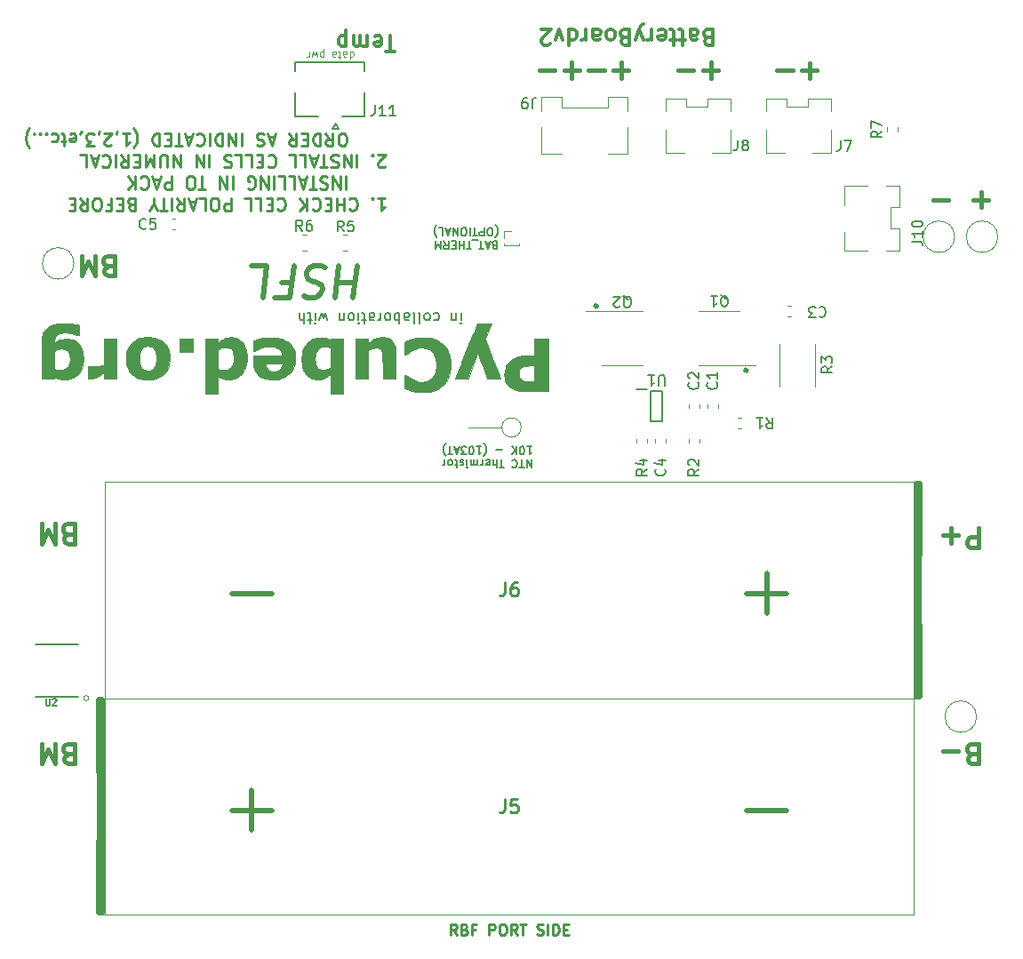
<source format=gto>
%TF.GenerationSoftware,KiCad,Pcbnew,(5.1.9)-1*%
%TF.CreationDate,2022-01-06T16:33:17-10:00*%
%TF.ProjectId,batteryboard,62617474-6572-4796-926f-6172642e6b69,rev?*%
%TF.SameCoordinates,Original*%
%TF.FileFunction,Legend,Top*%
%TF.FilePolarity,Positive*%
%FSLAX46Y46*%
G04 Gerber Fmt 4.6, Leading zero omitted, Abs format (unit mm)*
G04 Created by KiCad (PCBNEW (5.1.9)-1) date 2022-01-06 16:33:17*
%MOMM*%
%LPD*%
G01*
G04 APERTURE LIST*
%ADD10C,0.100000*%
%ADD11C,0.300000*%
%ADD12C,0.500000*%
%ADD13C,0.200000*%
%ADD14C,0.381000*%
%ADD15C,0.400000*%
%ADD16C,0.254000*%
%ADD17C,0.127000*%
%ADD18C,0.120000*%
%ADD19C,0.010000*%
%ADD20C,0.150000*%
%ADD21C,0.175000*%
%ADD22C,1.671600*%
%ADD23C,3.551600*%
%ADD24C,4.601600*%
%ADD25C,1.500000*%
%ADD26O,1.501600X1.501600*%
%ADD27C,1.501600*%
%ADD28C,2.101600*%
G04 APERTURE END LIST*
D10*
X85960000Y-57923333D02*
X85960000Y-58623333D01*
X85960000Y-57956666D02*
X86026666Y-57923333D01*
X86160000Y-57923333D01*
X86226666Y-57956666D01*
X86260000Y-57990000D01*
X86293333Y-58056666D01*
X86293333Y-58256666D01*
X86260000Y-58323333D01*
X86226666Y-58356666D01*
X86160000Y-58390000D01*
X86026666Y-58390000D01*
X85960000Y-58356666D01*
X85326666Y-57923333D02*
X85326666Y-58290000D01*
X85360000Y-58356666D01*
X85426666Y-58390000D01*
X85560000Y-58390000D01*
X85626666Y-58356666D01*
X85326666Y-57956666D02*
X85393333Y-57923333D01*
X85560000Y-57923333D01*
X85626666Y-57956666D01*
X85660000Y-58023333D01*
X85660000Y-58090000D01*
X85626666Y-58156666D01*
X85560000Y-58190000D01*
X85393333Y-58190000D01*
X85326666Y-58223333D01*
X85093333Y-58390000D02*
X84826666Y-58390000D01*
X84993333Y-58623333D02*
X84993333Y-58023333D01*
X84960000Y-57956666D01*
X84893333Y-57923333D01*
X84826666Y-57923333D01*
X84293333Y-57923333D02*
X84293333Y-58290000D01*
X84326666Y-58356666D01*
X84393333Y-58390000D01*
X84526666Y-58390000D01*
X84593333Y-58356666D01*
X84293333Y-57956666D02*
X84360000Y-57923333D01*
X84526666Y-57923333D01*
X84593333Y-57956666D01*
X84626666Y-58023333D01*
X84626666Y-58090000D01*
X84593333Y-58156666D01*
X84526666Y-58190000D01*
X84360000Y-58190000D01*
X84293333Y-58223333D01*
X83426666Y-58390000D02*
X83426666Y-57690000D01*
X83426666Y-58356666D02*
X83360000Y-58390000D01*
X83226666Y-58390000D01*
X83160000Y-58356666D01*
X83126666Y-58323333D01*
X83093333Y-58256666D01*
X83093333Y-58056666D01*
X83126666Y-57990000D01*
X83160000Y-57956666D01*
X83226666Y-57923333D01*
X83360000Y-57923333D01*
X83426666Y-57956666D01*
X82860000Y-58390000D02*
X82726666Y-57923333D01*
X82593333Y-58256666D01*
X82460000Y-57923333D01*
X82326666Y-58390000D01*
X82060000Y-57923333D02*
X82060000Y-58390000D01*
X82060000Y-58256666D02*
X82026666Y-58323333D01*
X81993333Y-58356666D01*
X81926666Y-58390000D01*
X81860000Y-58390000D01*
D11*
X90241428Y-57921428D02*
X89384285Y-57921428D01*
X89812857Y-56421428D02*
X89812857Y-57921428D01*
X88312857Y-56492857D02*
X88455714Y-56421428D01*
X88741428Y-56421428D01*
X88884285Y-56492857D01*
X88955714Y-56635714D01*
X88955714Y-57207142D01*
X88884285Y-57350000D01*
X88741428Y-57421428D01*
X88455714Y-57421428D01*
X88312857Y-57350000D01*
X88241428Y-57207142D01*
X88241428Y-57064285D01*
X88955714Y-56921428D01*
X87598571Y-56421428D02*
X87598571Y-57421428D01*
X87598571Y-57278571D02*
X87527142Y-57350000D01*
X87384285Y-57421428D01*
X87170000Y-57421428D01*
X87027142Y-57350000D01*
X86955714Y-57207142D01*
X86955714Y-56421428D01*
X86955714Y-57207142D02*
X86884285Y-57350000D01*
X86741428Y-57421428D01*
X86527142Y-57421428D01*
X86384285Y-57350000D01*
X86312857Y-57207142D01*
X86312857Y-56421428D01*
X85598571Y-57421428D02*
X85598571Y-55921428D01*
X85598571Y-57350000D02*
X85455714Y-57421428D01*
X85170000Y-57421428D01*
X85027142Y-57350000D01*
X84955714Y-57278571D01*
X84884285Y-57135714D01*
X84884285Y-56707142D01*
X84955714Y-56564285D01*
X85027142Y-56492857D01*
X85170000Y-56421428D01*
X85455714Y-56421428D01*
X85598571Y-56492857D01*
D12*
X86619732Y-78352857D02*
X86244732Y-81352857D01*
X86423303Y-79924285D02*
X84709017Y-79924285D01*
X84905446Y-78352857D02*
X84530446Y-81352857D01*
X83601875Y-78495714D02*
X83191160Y-78352857D01*
X82476875Y-78352857D01*
X82173303Y-78495714D01*
X82012589Y-78638571D01*
X81834017Y-78924285D01*
X81798303Y-79210000D01*
X81905446Y-79495714D01*
X82030446Y-79638571D01*
X82298303Y-79781428D01*
X82851875Y-79924285D01*
X83119732Y-80067142D01*
X83244732Y-80210000D01*
X83351875Y-80495714D01*
X83316160Y-80781428D01*
X83137589Y-81067142D01*
X82976875Y-81210000D01*
X82673303Y-81352857D01*
X81959017Y-81352857D01*
X81548303Y-81210000D01*
X79423303Y-79924285D02*
X80423303Y-79924285D01*
X80619732Y-78352857D02*
X80244732Y-81352857D01*
X78816160Y-81352857D01*
X76619732Y-78352857D02*
X78048303Y-78352857D01*
X77673303Y-81352857D01*
D13*
X96526666Y-82837619D02*
X96526666Y-83504285D01*
X96526666Y-83837619D02*
X96574285Y-83790000D01*
X96526666Y-83742380D01*
X96479047Y-83790000D01*
X96526666Y-83837619D01*
X96526666Y-83742380D01*
X96050476Y-83504285D02*
X96050476Y-82837619D01*
X96050476Y-83409047D02*
X96002857Y-83456666D01*
X95907619Y-83504285D01*
X95764761Y-83504285D01*
X95669523Y-83456666D01*
X95621904Y-83361428D01*
X95621904Y-82837619D01*
X93955238Y-82885238D02*
X94050476Y-82837619D01*
X94240952Y-82837619D01*
X94336190Y-82885238D01*
X94383809Y-82932857D01*
X94431428Y-83028095D01*
X94431428Y-83313809D01*
X94383809Y-83409047D01*
X94336190Y-83456666D01*
X94240952Y-83504285D01*
X94050476Y-83504285D01*
X93955238Y-83456666D01*
X93383809Y-82837619D02*
X93479047Y-82885238D01*
X93526666Y-82932857D01*
X93574285Y-83028095D01*
X93574285Y-83313809D01*
X93526666Y-83409047D01*
X93479047Y-83456666D01*
X93383809Y-83504285D01*
X93240952Y-83504285D01*
X93145714Y-83456666D01*
X93098095Y-83409047D01*
X93050476Y-83313809D01*
X93050476Y-83028095D01*
X93098095Y-82932857D01*
X93145714Y-82885238D01*
X93240952Y-82837619D01*
X93383809Y-82837619D01*
X92479047Y-82837619D02*
X92574285Y-82885238D01*
X92621904Y-82980476D01*
X92621904Y-83837619D01*
X91955238Y-82837619D02*
X92050476Y-82885238D01*
X92098095Y-82980476D01*
X92098095Y-83837619D01*
X91145714Y-82837619D02*
X91145714Y-83361428D01*
X91193333Y-83456666D01*
X91288571Y-83504285D01*
X91479047Y-83504285D01*
X91574285Y-83456666D01*
X91145714Y-82885238D02*
X91240952Y-82837619D01*
X91479047Y-82837619D01*
X91574285Y-82885238D01*
X91621904Y-82980476D01*
X91621904Y-83075714D01*
X91574285Y-83170952D01*
X91479047Y-83218571D01*
X91240952Y-83218571D01*
X91145714Y-83266190D01*
X90669523Y-82837619D02*
X90669523Y-83837619D01*
X90669523Y-83456666D02*
X90574285Y-83504285D01*
X90383809Y-83504285D01*
X90288571Y-83456666D01*
X90240952Y-83409047D01*
X90193333Y-83313809D01*
X90193333Y-83028095D01*
X90240952Y-82932857D01*
X90288571Y-82885238D01*
X90383809Y-82837619D01*
X90574285Y-82837619D01*
X90669523Y-82885238D01*
X89621904Y-82837619D02*
X89717142Y-82885238D01*
X89764761Y-82932857D01*
X89812380Y-83028095D01*
X89812380Y-83313809D01*
X89764761Y-83409047D01*
X89717142Y-83456666D01*
X89621904Y-83504285D01*
X89479047Y-83504285D01*
X89383809Y-83456666D01*
X89336190Y-83409047D01*
X89288571Y-83313809D01*
X89288571Y-83028095D01*
X89336190Y-82932857D01*
X89383809Y-82885238D01*
X89479047Y-82837619D01*
X89621904Y-82837619D01*
X88860000Y-82837619D02*
X88860000Y-83504285D01*
X88860000Y-83313809D02*
X88812380Y-83409047D01*
X88764761Y-83456666D01*
X88669523Y-83504285D01*
X88574285Y-83504285D01*
X87812380Y-82837619D02*
X87812380Y-83361428D01*
X87860000Y-83456666D01*
X87955238Y-83504285D01*
X88145714Y-83504285D01*
X88240952Y-83456666D01*
X87812380Y-82885238D02*
X87907619Y-82837619D01*
X88145714Y-82837619D01*
X88240952Y-82885238D01*
X88288571Y-82980476D01*
X88288571Y-83075714D01*
X88240952Y-83170952D01*
X88145714Y-83218571D01*
X87907619Y-83218571D01*
X87812380Y-83266190D01*
X87479047Y-83504285D02*
X87098095Y-83504285D01*
X87336190Y-83837619D02*
X87336190Y-82980476D01*
X87288571Y-82885238D01*
X87193333Y-82837619D01*
X87098095Y-82837619D01*
X86764761Y-82837619D02*
X86764761Y-83504285D01*
X86764761Y-83837619D02*
X86812380Y-83790000D01*
X86764761Y-83742380D01*
X86717142Y-83790000D01*
X86764761Y-83837619D01*
X86764761Y-83742380D01*
X86145714Y-82837619D02*
X86240952Y-82885238D01*
X86288571Y-82932857D01*
X86336190Y-83028095D01*
X86336190Y-83313809D01*
X86288571Y-83409047D01*
X86240952Y-83456666D01*
X86145714Y-83504285D01*
X86002857Y-83504285D01*
X85907619Y-83456666D01*
X85860000Y-83409047D01*
X85812380Y-83313809D01*
X85812380Y-83028095D01*
X85860000Y-82932857D01*
X85907619Y-82885238D01*
X86002857Y-82837619D01*
X86145714Y-82837619D01*
X85383809Y-83504285D02*
X85383809Y-82837619D01*
X85383809Y-83409047D02*
X85336190Y-83456666D01*
X85240952Y-83504285D01*
X85098095Y-83504285D01*
X85002857Y-83456666D01*
X84955238Y-83361428D01*
X84955238Y-82837619D01*
X83812380Y-83504285D02*
X83621904Y-82837619D01*
X83431428Y-83313809D01*
X83240952Y-82837619D01*
X83050476Y-83504285D01*
X82669523Y-82837619D02*
X82669523Y-83504285D01*
X82669523Y-83837619D02*
X82717142Y-83790000D01*
X82669523Y-83742380D01*
X82621904Y-83790000D01*
X82669523Y-83837619D01*
X82669523Y-83742380D01*
X82336190Y-83504285D02*
X81955238Y-83504285D01*
X82193333Y-83837619D02*
X82193333Y-82980476D01*
X82145714Y-82885238D01*
X82050476Y-82837619D01*
X81955238Y-82837619D01*
X81621904Y-82837619D02*
X81621904Y-83837619D01*
X81193333Y-82837619D02*
X81193333Y-83361428D01*
X81240952Y-83456666D01*
X81336190Y-83504285D01*
X81479047Y-83504285D01*
X81574285Y-83456666D01*
X81621904Y-83409047D01*
D11*
X120032857Y-56587142D02*
X119818571Y-56515714D01*
X119747142Y-56444285D01*
X119675714Y-56301428D01*
X119675714Y-56087142D01*
X119747142Y-55944285D01*
X119818571Y-55872857D01*
X119961428Y-55801428D01*
X120532857Y-55801428D01*
X120532857Y-57301428D01*
X120032857Y-57301428D01*
X119890000Y-57230000D01*
X119818571Y-57158571D01*
X119747142Y-57015714D01*
X119747142Y-56872857D01*
X119818571Y-56730000D01*
X119890000Y-56658571D01*
X120032857Y-56587142D01*
X120532857Y-56587142D01*
X118390000Y-55801428D02*
X118390000Y-56587142D01*
X118461428Y-56730000D01*
X118604285Y-56801428D01*
X118890000Y-56801428D01*
X119032857Y-56730000D01*
X118390000Y-55872857D02*
X118532857Y-55801428D01*
X118890000Y-55801428D01*
X119032857Y-55872857D01*
X119104285Y-56015714D01*
X119104285Y-56158571D01*
X119032857Y-56301428D01*
X118890000Y-56372857D01*
X118532857Y-56372857D01*
X118390000Y-56444285D01*
X117890000Y-56801428D02*
X117318571Y-56801428D01*
X117675714Y-57301428D02*
X117675714Y-56015714D01*
X117604285Y-55872857D01*
X117461428Y-55801428D01*
X117318571Y-55801428D01*
X117032857Y-56801428D02*
X116461428Y-56801428D01*
X116818571Y-57301428D02*
X116818571Y-56015714D01*
X116747142Y-55872857D01*
X116604285Y-55801428D01*
X116461428Y-55801428D01*
X115390000Y-55872857D02*
X115532857Y-55801428D01*
X115818571Y-55801428D01*
X115961428Y-55872857D01*
X116032857Y-56015714D01*
X116032857Y-56587142D01*
X115961428Y-56730000D01*
X115818571Y-56801428D01*
X115532857Y-56801428D01*
X115390000Y-56730000D01*
X115318571Y-56587142D01*
X115318571Y-56444285D01*
X116032857Y-56301428D01*
X114675714Y-55801428D02*
X114675714Y-56801428D01*
X114675714Y-56515714D02*
X114604285Y-56658571D01*
X114532857Y-56730000D01*
X114390000Y-56801428D01*
X114247142Y-56801428D01*
X113890000Y-56801428D02*
X113532857Y-55801428D01*
X113175714Y-56801428D02*
X113532857Y-55801428D01*
X113675714Y-55444285D01*
X113747142Y-55372857D01*
X113890000Y-55301428D01*
X112104285Y-56587142D02*
X111890000Y-56515714D01*
X111818571Y-56444285D01*
X111747142Y-56301428D01*
X111747142Y-56087142D01*
X111818571Y-55944285D01*
X111890000Y-55872857D01*
X112032857Y-55801428D01*
X112604285Y-55801428D01*
X112604285Y-57301428D01*
X112104285Y-57301428D01*
X111961428Y-57230000D01*
X111890000Y-57158571D01*
X111818571Y-57015714D01*
X111818571Y-56872857D01*
X111890000Y-56730000D01*
X111961428Y-56658571D01*
X112104285Y-56587142D01*
X112604285Y-56587142D01*
X110890000Y-55801428D02*
X111032857Y-55872857D01*
X111104285Y-55944285D01*
X111175714Y-56087142D01*
X111175714Y-56515714D01*
X111104285Y-56658571D01*
X111032857Y-56730000D01*
X110890000Y-56801428D01*
X110675714Y-56801428D01*
X110532857Y-56730000D01*
X110461428Y-56658571D01*
X110390000Y-56515714D01*
X110390000Y-56087142D01*
X110461428Y-55944285D01*
X110532857Y-55872857D01*
X110675714Y-55801428D01*
X110890000Y-55801428D01*
X109104285Y-55801428D02*
X109104285Y-56587142D01*
X109175714Y-56730000D01*
X109318571Y-56801428D01*
X109604285Y-56801428D01*
X109747142Y-56730000D01*
X109104285Y-55872857D02*
X109247142Y-55801428D01*
X109604285Y-55801428D01*
X109747142Y-55872857D01*
X109818571Y-56015714D01*
X109818571Y-56158571D01*
X109747142Y-56301428D01*
X109604285Y-56372857D01*
X109247142Y-56372857D01*
X109104285Y-56444285D01*
X108390000Y-55801428D02*
X108390000Y-56801428D01*
X108390000Y-56515714D02*
X108318571Y-56658571D01*
X108247142Y-56730000D01*
X108104285Y-56801428D01*
X107961428Y-56801428D01*
X106818571Y-55801428D02*
X106818571Y-57301428D01*
X106818571Y-55872857D02*
X106961428Y-55801428D01*
X107247142Y-55801428D01*
X107390000Y-55872857D01*
X107461428Y-55944285D01*
X107532857Y-56087142D01*
X107532857Y-56515714D01*
X107461428Y-56658571D01*
X107390000Y-56730000D01*
X107247142Y-56801428D01*
X106961428Y-56801428D01*
X106818571Y-56730000D01*
X106247142Y-56801428D02*
X105890000Y-55801428D01*
X105532857Y-56801428D01*
X105032857Y-57158571D02*
X104961428Y-57230000D01*
X104818571Y-57301428D01*
X104461428Y-57301428D01*
X104318571Y-57230000D01*
X104247142Y-57158571D01*
X104175714Y-57015714D01*
X104175714Y-56872857D01*
X104247142Y-56658571D01*
X105104285Y-55801428D01*
X104175714Y-55801428D01*
D14*
X126665000Y-59716071D02*
X128116428Y-59716071D01*
X129023571Y-59716071D02*
X130475000Y-59716071D01*
X129749285Y-60441785D02*
X129749285Y-58990357D01*
D15*
X123752922Y-88290400D02*
G75*
G03*
X123752922Y-88290400I-80322J0D01*
G01*
X109478122Y-82169000D02*
G75*
G03*
X109478122Y-82169000I-80322J0D01*
G01*
D14*
X141534605Y-72056171D02*
X142986034Y-72056171D01*
X145344605Y-72056171D02*
X146796034Y-72056171D01*
X146070320Y-72781885D02*
X146070320Y-71330457D01*
D16*
X88615634Y-71864902D02*
X89301348Y-71864902D01*
X88958491Y-71864902D02*
X88958491Y-73064902D01*
X89072777Y-72893474D01*
X89187062Y-72779188D01*
X89301348Y-72722045D01*
X88101348Y-71979188D02*
X88044205Y-71922045D01*
X88101348Y-71864902D01*
X88158491Y-71922045D01*
X88101348Y-71979188D01*
X88101348Y-71864902D01*
X85929920Y-71979188D02*
X85987062Y-71922045D01*
X86158491Y-71864902D01*
X86272777Y-71864902D01*
X86444205Y-71922045D01*
X86558491Y-72036331D01*
X86615634Y-72150617D01*
X86672777Y-72379188D01*
X86672777Y-72550617D01*
X86615634Y-72779188D01*
X86558491Y-72893474D01*
X86444205Y-73007760D01*
X86272777Y-73064902D01*
X86158491Y-73064902D01*
X85987062Y-73007760D01*
X85929920Y-72950617D01*
X85415634Y-71864902D02*
X85415634Y-73064902D01*
X85415634Y-72493474D02*
X84729920Y-72493474D01*
X84729920Y-71864902D02*
X84729920Y-73064902D01*
X84158491Y-72493474D02*
X83758491Y-72493474D01*
X83587062Y-71864902D02*
X84158491Y-71864902D01*
X84158491Y-73064902D01*
X83587062Y-73064902D01*
X82387062Y-71979188D02*
X82444205Y-71922045D01*
X82615634Y-71864902D01*
X82729920Y-71864902D01*
X82901348Y-71922045D01*
X83015634Y-72036331D01*
X83072777Y-72150617D01*
X83129920Y-72379188D01*
X83129920Y-72550617D01*
X83072777Y-72779188D01*
X83015634Y-72893474D01*
X82901348Y-73007760D01*
X82729920Y-73064902D01*
X82615634Y-73064902D01*
X82444205Y-73007760D01*
X82387062Y-72950617D01*
X81872777Y-71864902D02*
X81872777Y-73064902D01*
X81187062Y-71864902D02*
X81701348Y-72550617D01*
X81187062Y-73064902D02*
X81872777Y-72379188D01*
X79072777Y-71979188D02*
X79129920Y-71922045D01*
X79301348Y-71864902D01*
X79415634Y-71864902D01*
X79587062Y-71922045D01*
X79701348Y-72036331D01*
X79758491Y-72150617D01*
X79815634Y-72379188D01*
X79815634Y-72550617D01*
X79758491Y-72779188D01*
X79701348Y-72893474D01*
X79587062Y-73007760D01*
X79415634Y-73064902D01*
X79301348Y-73064902D01*
X79129920Y-73007760D01*
X79072777Y-72950617D01*
X78558491Y-72493474D02*
X78158491Y-72493474D01*
X77987062Y-71864902D02*
X78558491Y-71864902D01*
X78558491Y-73064902D01*
X77987062Y-73064902D01*
X76901348Y-71864902D02*
X77472777Y-71864902D01*
X77472777Y-73064902D01*
X75929920Y-71864902D02*
X76501348Y-71864902D01*
X76501348Y-73064902D01*
X74615634Y-71864902D02*
X74615634Y-73064902D01*
X74158491Y-73064902D01*
X74044205Y-73007760D01*
X73987062Y-72950617D01*
X73929920Y-72836331D01*
X73929920Y-72664902D01*
X73987062Y-72550617D01*
X74044205Y-72493474D01*
X74158491Y-72436331D01*
X74615634Y-72436331D01*
X73187062Y-73064902D02*
X72958491Y-73064902D01*
X72844205Y-73007760D01*
X72729920Y-72893474D01*
X72672777Y-72664902D01*
X72672777Y-72264902D01*
X72729920Y-72036331D01*
X72844205Y-71922045D01*
X72958491Y-71864902D01*
X73187062Y-71864902D01*
X73301348Y-71922045D01*
X73415634Y-72036331D01*
X73472777Y-72264902D01*
X73472777Y-72664902D01*
X73415634Y-72893474D01*
X73301348Y-73007760D01*
X73187062Y-73064902D01*
X71587062Y-71864902D02*
X72158491Y-71864902D01*
X72158491Y-73064902D01*
X71244205Y-72207760D02*
X70672777Y-72207760D01*
X71358491Y-71864902D02*
X70958491Y-73064902D01*
X70558491Y-71864902D01*
X69472777Y-71864902D02*
X69872777Y-72436331D01*
X70158491Y-71864902D02*
X70158491Y-73064902D01*
X69701348Y-73064902D01*
X69587062Y-73007760D01*
X69529920Y-72950617D01*
X69472777Y-72836331D01*
X69472777Y-72664902D01*
X69529920Y-72550617D01*
X69587062Y-72493474D01*
X69701348Y-72436331D01*
X70158491Y-72436331D01*
X68958491Y-71864902D02*
X68958491Y-73064902D01*
X68558491Y-73064902D02*
X67872777Y-73064902D01*
X68215634Y-71864902D02*
X68215634Y-73064902D01*
X67244205Y-72436331D02*
X67244205Y-71864902D01*
X67644205Y-73064902D02*
X67244205Y-72436331D01*
X66844205Y-73064902D01*
X65129920Y-72493474D02*
X64958491Y-72436331D01*
X64901348Y-72379188D01*
X64844205Y-72264902D01*
X64844205Y-72093474D01*
X64901348Y-71979188D01*
X64958491Y-71922045D01*
X65072777Y-71864902D01*
X65529920Y-71864902D01*
X65529920Y-73064902D01*
X65129920Y-73064902D01*
X65015634Y-73007760D01*
X64958491Y-72950617D01*
X64901348Y-72836331D01*
X64901348Y-72722045D01*
X64958491Y-72607760D01*
X65015634Y-72550617D01*
X65129920Y-72493474D01*
X65529920Y-72493474D01*
X64329920Y-72493474D02*
X63929920Y-72493474D01*
X63758491Y-71864902D02*
X64329920Y-71864902D01*
X64329920Y-73064902D01*
X63758491Y-73064902D01*
X62844205Y-72493474D02*
X63244205Y-72493474D01*
X63244205Y-71864902D02*
X63244205Y-73064902D01*
X62672777Y-73064902D01*
X61987062Y-73064902D02*
X61758491Y-73064902D01*
X61644205Y-73007760D01*
X61529920Y-72893474D01*
X61472777Y-72664902D01*
X61472777Y-72264902D01*
X61529920Y-72036331D01*
X61644205Y-71922045D01*
X61758491Y-71864902D01*
X61987062Y-71864902D01*
X62101348Y-71922045D01*
X62215634Y-72036331D01*
X62272777Y-72264902D01*
X62272777Y-72664902D01*
X62215634Y-72893474D01*
X62101348Y-73007760D01*
X61987062Y-73064902D01*
X60272777Y-71864902D02*
X60672777Y-72436331D01*
X60958491Y-71864902D02*
X60958491Y-73064902D01*
X60501348Y-73064902D01*
X60387062Y-73007760D01*
X60329920Y-72950617D01*
X60272777Y-72836331D01*
X60272777Y-72664902D01*
X60329920Y-72550617D01*
X60387062Y-72493474D01*
X60501348Y-72436331D01*
X60958491Y-72436331D01*
X59758491Y-72493474D02*
X59358491Y-72493474D01*
X59187062Y-71864902D02*
X59758491Y-71864902D01*
X59758491Y-73064902D01*
X59187062Y-73064902D01*
X85587062Y-69810902D02*
X85587062Y-71010902D01*
X85015634Y-69810902D02*
X85015634Y-71010902D01*
X84329920Y-69810902D01*
X84329920Y-71010902D01*
X83815634Y-69868045D02*
X83644205Y-69810902D01*
X83358491Y-69810902D01*
X83244205Y-69868045D01*
X83187062Y-69925188D01*
X83129920Y-70039474D01*
X83129920Y-70153760D01*
X83187062Y-70268045D01*
X83244205Y-70325188D01*
X83358491Y-70382331D01*
X83587062Y-70439474D01*
X83701348Y-70496617D01*
X83758491Y-70553760D01*
X83815634Y-70668045D01*
X83815634Y-70782331D01*
X83758491Y-70896617D01*
X83701348Y-70953760D01*
X83587062Y-71010902D01*
X83301348Y-71010902D01*
X83129920Y-70953760D01*
X82787062Y-71010902D02*
X82101348Y-71010902D01*
X82444205Y-69810902D02*
X82444205Y-71010902D01*
X81758491Y-70153760D02*
X81187062Y-70153760D01*
X81872777Y-69810902D02*
X81472777Y-71010902D01*
X81072777Y-69810902D01*
X80101348Y-69810902D02*
X80672777Y-69810902D01*
X80672777Y-71010902D01*
X79129920Y-69810902D02*
X79701348Y-69810902D01*
X79701348Y-71010902D01*
X78729920Y-69810902D02*
X78729920Y-71010902D01*
X78158491Y-69810902D02*
X78158491Y-71010902D01*
X77472777Y-69810902D01*
X77472777Y-71010902D01*
X76272777Y-70953760D02*
X76387062Y-71010902D01*
X76558491Y-71010902D01*
X76729920Y-70953760D01*
X76844205Y-70839474D01*
X76901348Y-70725188D01*
X76958491Y-70496617D01*
X76958491Y-70325188D01*
X76901348Y-70096617D01*
X76844205Y-69982331D01*
X76729920Y-69868045D01*
X76558491Y-69810902D01*
X76444205Y-69810902D01*
X76272777Y-69868045D01*
X76215634Y-69925188D01*
X76215634Y-70325188D01*
X76444205Y-70325188D01*
X74787062Y-69810902D02*
X74787062Y-71010902D01*
X74215634Y-69810902D02*
X74215634Y-71010902D01*
X73529920Y-69810902D01*
X73529920Y-71010902D01*
X72215634Y-71010902D02*
X71529920Y-71010902D01*
X71872777Y-69810902D02*
X71872777Y-71010902D01*
X70901348Y-71010902D02*
X70672777Y-71010902D01*
X70558491Y-70953760D01*
X70444205Y-70839474D01*
X70387062Y-70610902D01*
X70387062Y-70210902D01*
X70444205Y-69982331D01*
X70558491Y-69868045D01*
X70672777Y-69810902D01*
X70901348Y-69810902D01*
X71015634Y-69868045D01*
X71129920Y-69982331D01*
X71187062Y-70210902D01*
X71187062Y-70610902D01*
X71129920Y-70839474D01*
X71015634Y-70953760D01*
X70901348Y-71010902D01*
X68958491Y-69810902D02*
X68958491Y-71010902D01*
X68501348Y-71010902D01*
X68387062Y-70953760D01*
X68329920Y-70896617D01*
X68272777Y-70782331D01*
X68272777Y-70610902D01*
X68329920Y-70496617D01*
X68387062Y-70439474D01*
X68501348Y-70382331D01*
X68958491Y-70382331D01*
X67815634Y-70153760D02*
X67244205Y-70153760D01*
X67929920Y-69810902D02*
X67529920Y-71010902D01*
X67129920Y-69810902D01*
X66044205Y-69925188D02*
X66101348Y-69868045D01*
X66272777Y-69810902D01*
X66387062Y-69810902D01*
X66558491Y-69868045D01*
X66672777Y-69982331D01*
X66729920Y-70096617D01*
X66787062Y-70325188D01*
X66787062Y-70496617D01*
X66729920Y-70725188D01*
X66672777Y-70839474D01*
X66558491Y-70953760D01*
X66387062Y-71010902D01*
X66272777Y-71010902D01*
X66101348Y-70953760D01*
X66044205Y-70896617D01*
X65529920Y-69810902D02*
X65529920Y-71010902D01*
X64844205Y-69810902D02*
X65358491Y-70496617D01*
X64844205Y-71010902D02*
X65529920Y-70325188D01*
X89301348Y-68842617D02*
X89244205Y-68899760D01*
X89129920Y-68956902D01*
X88844205Y-68956902D01*
X88729920Y-68899760D01*
X88672777Y-68842617D01*
X88615634Y-68728331D01*
X88615634Y-68614045D01*
X88672777Y-68442617D01*
X89358491Y-67756902D01*
X88615634Y-67756902D01*
X88101348Y-67871188D02*
X88044205Y-67814045D01*
X88101348Y-67756902D01*
X88158491Y-67814045D01*
X88101348Y-67871188D01*
X88101348Y-67756902D01*
X86615634Y-67756902D02*
X86615634Y-68956902D01*
X86044205Y-67756902D02*
X86044205Y-68956902D01*
X85358491Y-67756902D01*
X85358491Y-68956902D01*
X84844205Y-67814045D02*
X84672777Y-67756902D01*
X84387062Y-67756902D01*
X84272777Y-67814045D01*
X84215634Y-67871188D01*
X84158491Y-67985474D01*
X84158491Y-68099760D01*
X84215634Y-68214045D01*
X84272777Y-68271188D01*
X84387062Y-68328331D01*
X84615634Y-68385474D01*
X84729920Y-68442617D01*
X84787062Y-68499760D01*
X84844205Y-68614045D01*
X84844205Y-68728331D01*
X84787062Y-68842617D01*
X84729920Y-68899760D01*
X84615634Y-68956902D01*
X84329920Y-68956902D01*
X84158491Y-68899760D01*
X83815634Y-68956902D02*
X83129920Y-68956902D01*
X83472777Y-67756902D02*
X83472777Y-68956902D01*
X82787062Y-68099760D02*
X82215634Y-68099760D01*
X82901348Y-67756902D02*
X82501348Y-68956902D01*
X82101348Y-67756902D01*
X81129920Y-67756902D02*
X81701348Y-67756902D01*
X81701348Y-68956902D01*
X80158491Y-67756902D02*
X80729920Y-67756902D01*
X80729920Y-68956902D01*
X78158491Y-67871188D02*
X78215634Y-67814045D01*
X78387062Y-67756902D01*
X78501348Y-67756902D01*
X78672777Y-67814045D01*
X78787062Y-67928331D01*
X78844205Y-68042617D01*
X78901348Y-68271188D01*
X78901348Y-68442617D01*
X78844205Y-68671188D01*
X78787062Y-68785474D01*
X78672777Y-68899760D01*
X78501348Y-68956902D01*
X78387062Y-68956902D01*
X78215634Y-68899760D01*
X78158491Y-68842617D01*
X77644205Y-68385474D02*
X77244205Y-68385474D01*
X77072777Y-67756902D02*
X77644205Y-67756902D01*
X77644205Y-68956902D01*
X77072777Y-68956902D01*
X75987062Y-67756902D02*
X76558491Y-67756902D01*
X76558491Y-68956902D01*
X75015634Y-67756902D02*
X75587062Y-67756902D01*
X75587062Y-68956902D01*
X74672777Y-67814045D02*
X74501348Y-67756902D01*
X74215634Y-67756902D01*
X74101348Y-67814045D01*
X74044205Y-67871188D01*
X73987062Y-67985474D01*
X73987062Y-68099760D01*
X74044205Y-68214045D01*
X74101348Y-68271188D01*
X74215634Y-68328331D01*
X74444205Y-68385474D01*
X74558491Y-68442617D01*
X74615634Y-68499760D01*
X74672777Y-68614045D01*
X74672777Y-68728331D01*
X74615634Y-68842617D01*
X74558491Y-68899760D01*
X74444205Y-68956902D01*
X74158491Y-68956902D01*
X73987062Y-68899760D01*
X72558491Y-67756902D02*
X72558491Y-68956902D01*
X71987062Y-67756902D02*
X71987062Y-68956902D01*
X71301348Y-67756902D01*
X71301348Y-68956902D01*
X69815634Y-67756902D02*
X69815634Y-68956902D01*
X69129920Y-67756902D01*
X69129920Y-68956902D01*
X68558491Y-68956902D02*
X68558491Y-67985474D01*
X68501348Y-67871188D01*
X68444205Y-67814045D01*
X68329920Y-67756902D01*
X68101348Y-67756902D01*
X67987062Y-67814045D01*
X67929920Y-67871188D01*
X67872777Y-67985474D01*
X67872777Y-68956902D01*
X67301348Y-67756902D02*
X67301348Y-68956902D01*
X66901348Y-68099760D01*
X66501348Y-68956902D01*
X66501348Y-67756902D01*
X65929920Y-68385474D02*
X65529920Y-68385474D01*
X65358491Y-67756902D02*
X65929920Y-67756902D01*
X65929920Y-68956902D01*
X65358491Y-68956902D01*
X64158491Y-67756902D02*
X64558491Y-68328331D01*
X64844205Y-67756902D02*
X64844205Y-68956902D01*
X64387062Y-68956902D01*
X64272777Y-68899760D01*
X64215634Y-68842617D01*
X64158491Y-68728331D01*
X64158491Y-68556902D01*
X64215634Y-68442617D01*
X64272777Y-68385474D01*
X64387062Y-68328331D01*
X64844205Y-68328331D01*
X63644205Y-67756902D02*
X63644205Y-68956902D01*
X62387062Y-67871188D02*
X62444205Y-67814045D01*
X62615634Y-67756902D01*
X62729920Y-67756902D01*
X62901348Y-67814045D01*
X63015634Y-67928331D01*
X63072777Y-68042617D01*
X63129920Y-68271188D01*
X63129920Y-68442617D01*
X63072777Y-68671188D01*
X63015634Y-68785474D01*
X62901348Y-68899760D01*
X62729920Y-68956902D01*
X62615634Y-68956902D01*
X62444205Y-68899760D01*
X62387062Y-68842617D01*
X61929920Y-68099760D02*
X61358491Y-68099760D01*
X62044205Y-67756902D02*
X61644205Y-68956902D01*
X61244205Y-67756902D01*
X60272777Y-67756902D02*
X60844205Y-67756902D01*
X60844205Y-68956902D01*
X85358491Y-66902902D02*
X85129920Y-66902902D01*
X85015634Y-66845760D01*
X84901348Y-66731474D01*
X84844205Y-66502902D01*
X84844205Y-66102902D01*
X84901348Y-65874331D01*
X85015634Y-65760045D01*
X85129920Y-65702902D01*
X85358491Y-65702902D01*
X85472777Y-65760045D01*
X85587062Y-65874331D01*
X85644205Y-66102902D01*
X85644205Y-66502902D01*
X85587062Y-66731474D01*
X85472777Y-66845760D01*
X85358491Y-66902902D01*
X83644205Y-65702902D02*
X84044205Y-66274331D01*
X84329920Y-65702902D02*
X84329920Y-66902902D01*
X83872777Y-66902902D01*
X83758491Y-66845760D01*
X83701348Y-66788617D01*
X83644205Y-66674331D01*
X83644205Y-66502902D01*
X83701348Y-66388617D01*
X83758491Y-66331474D01*
X83872777Y-66274331D01*
X84329920Y-66274331D01*
X83129920Y-65702902D02*
X83129920Y-66902902D01*
X82844205Y-66902902D01*
X82672777Y-66845760D01*
X82558491Y-66731474D01*
X82501348Y-66617188D01*
X82444205Y-66388617D01*
X82444205Y-66217188D01*
X82501348Y-65988617D01*
X82558491Y-65874331D01*
X82672777Y-65760045D01*
X82844205Y-65702902D01*
X83129920Y-65702902D01*
X81929920Y-66331474D02*
X81529920Y-66331474D01*
X81358491Y-65702902D02*
X81929920Y-65702902D01*
X81929920Y-66902902D01*
X81358491Y-66902902D01*
X80158491Y-65702902D02*
X80558491Y-66274331D01*
X80844205Y-65702902D02*
X80844205Y-66902902D01*
X80387062Y-66902902D01*
X80272777Y-66845760D01*
X80215634Y-66788617D01*
X80158491Y-66674331D01*
X80158491Y-66502902D01*
X80215634Y-66388617D01*
X80272777Y-66331474D01*
X80387062Y-66274331D01*
X80844205Y-66274331D01*
X78787062Y-66045760D02*
X78215634Y-66045760D01*
X78901348Y-65702902D02*
X78501348Y-66902902D01*
X78101348Y-65702902D01*
X77758491Y-65760045D02*
X77587062Y-65702902D01*
X77301348Y-65702902D01*
X77187062Y-65760045D01*
X77129920Y-65817188D01*
X77072777Y-65931474D01*
X77072777Y-66045760D01*
X77129920Y-66160045D01*
X77187062Y-66217188D01*
X77301348Y-66274331D01*
X77529920Y-66331474D01*
X77644205Y-66388617D01*
X77701348Y-66445760D01*
X77758491Y-66560045D01*
X77758491Y-66674331D01*
X77701348Y-66788617D01*
X77644205Y-66845760D01*
X77529920Y-66902902D01*
X77244205Y-66902902D01*
X77072777Y-66845760D01*
X75644205Y-65702902D02*
X75644205Y-66902902D01*
X75072777Y-65702902D02*
X75072777Y-66902902D01*
X74387062Y-65702902D01*
X74387062Y-66902902D01*
X73815634Y-65702902D02*
X73815634Y-66902902D01*
X73529920Y-66902902D01*
X73358491Y-66845760D01*
X73244205Y-66731474D01*
X73187062Y-66617188D01*
X73129920Y-66388617D01*
X73129920Y-66217188D01*
X73187062Y-65988617D01*
X73244205Y-65874331D01*
X73358491Y-65760045D01*
X73529920Y-65702902D01*
X73815634Y-65702902D01*
X72615634Y-65702902D02*
X72615634Y-66902902D01*
X71358491Y-65817188D02*
X71415634Y-65760045D01*
X71587062Y-65702902D01*
X71701348Y-65702902D01*
X71872777Y-65760045D01*
X71987062Y-65874331D01*
X72044205Y-65988617D01*
X72101348Y-66217188D01*
X72101348Y-66388617D01*
X72044205Y-66617188D01*
X71987062Y-66731474D01*
X71872777Y-66845760D01*
X71701348Y-66902902D01*
X71587062Y-66902902D01*
X71415634Y-66845760D01*
X71358491Y-66788617D01*
X70901348Y-66045760D02*
X70329920Y-66045760D01*
X71015634Y-65702902D02*
X70615634Y-66902902D01*
X70215634Y-65702902D01*
X69987062Y-66902902D02*
X69301348Y-66902902D01*
X69644205Y-65702902D02*
X69644205Y-66902902D01*
X68901348Y-66331474D02*
X68501348Y-66331474D01*
X68329920Y-65702902D02*
X68901348Y-65702902D01*
X68901348Y-66902902D01*
X68329920Y-66902902D01*
X67815634Y-65702902D02*
X67815634Y-66902902D01*
X67529920Y-66902902D01*
X67358491Y-66845760D01*
X67244205Y-66731474D01*
X67187062Y-66617188D01*
X67129920Y-66388617D01*
X67129920Y-66217188D01*
X67187062Y-65988617D01*
X67244205Y-65874331D01*
X67358491Y-65760045D01*
X67529920Y-65702902D01*
X67815634Y-65702902D01*
X65358491Y-65245760D02*
X65415634Y-65302902D01*
X65529920Y-65474331D01*
X65587062Y-65588617D01*
X65644205Y-65760045D01*
X65701348Y-66045760D01*
X65701348Y-66274331D01*
X65644205Y-66560045D01*
X65587062Y-66731474D01*
X65529920Y-66845760D01*
X65415634Y-67017188D01*
X65358491Y-67074331D01*
X64272777Y-65702902D02*
X64958491Y-65702902D01*
X64615634Y-65702902D02*
X64615634Y-66902902D01*
X64729920Y-66731474D01*
X64844205Y-66617188D01*
X64958491Y-66560045D01*
X63701348Y-65760045D02*
X63701348Y-65702902D01*
X63758491Y-65588617D01*
X63815634Y-65531474D01*
X63244205Y-66788617D02*
X63187062Y-66845760D01*
X63072777Y-66902902D01*
X62787062Y-66902902D01*
X62672777Y-66845760D01*
X62615634Y-66788617D01*
X62558491Y-66674331D01*
X62558491Y-66560045D01*
X62615634Y-66388617D01*
X63301348Y-65702902D01*
X62558491Y-65702902D01*
X61987062Y-65760045D02*
X61987062Y-65702902D01*
X62044205Y-65588617D01*
X62101348Y-65531474D01*
X61587062Y-66902902D02*
X60844205Y-66902902D01*
X61244205Y-66445760D01*
X61072777Y-66445760D01*
X60958491Y-66388617D01*
X60901348Y-66331474D01*
X60844205Y-66217188D01*
X60844205Y-65931474D01*
X60901348Y-65817188D01*
X60958491Y-65760045D01*
X61072777Y-65702902D01*
X61415634Y-65702902D01*
X61529920Y-65760045D01*
X61587062Y-65817188D01*
X60272777Y-65760045D02*
X60272777Y-65702902D01*
X60329920Y-65588617D01*
X60387062Y-65531474D01*
X59301348Y-65760045D02*
X59415634Y-65702902D01*
X59644205Y-65702902D01*
X59758491Y-65760045D01*
X59815634Y-65874331D01*
X59815634Y-66331474D01*
X59758491Y-66445760D01*
X59644205Y-66502902D01*
X59415634Y-66502902D01*
X59301348Y-66445760D01*
X59244205Y-66331474D01*
X59244205Y-66217188D01*
X59815634Y-66102902D01*
X58901348Y-66502902D02*
X58444205Y-66502902D01*
X58729920Y-66902902D02*
X58729920Y-65874331D01*
X58672777Y-65760045D01*
X58558491Y-65702902D01*
X58444205Y-65702902D01*
X57529920Y-65760045D02*
X57644205Y-65702902D01*
X57872777Y-65702902D01*
X57987062Y-65760045D01*
X58044205Y-65817188D01*
X58101348Y-65931474D01*
X58101348Y-66274331D01*
X58044205Y-66388617D01*
X57987062Y-66445759D01*
X57872777Y-66502902D01*
X57644205Y-66502902D01*
X57529920Y-66445759D01*
X57015634Y-65817188D02*
X56958491Y-65760045D01*
X57015634Y-65702902D01*
X57072777Y-65760045D01*
X57015634Y-65817188D01*
X57015634Y-65702902D01*
X56444205Y-65817188D02*
X56387062Y-65760045D01*
X56444205Y-65702902D01*
X56501348Y-65760045D01*
X56444205Y-65817188D01*
X56444205Y-65702902D01*
X55872777Y-65817188D02*
X55815634Y-65760045D01*
X55872777Y-65702902D01*
X55929920Y-65760045D01*
X55872777Y-65817188D01*
X55872777Y-65702902D01*
X55415634Y-65245759D02*
X55358491Y-65302902D01*
X55244205Y-65474331D01*
X55187062Y-65588617D01*
X55129920Y-65760045D01*
X55072777Y-66045759D01*
X55072777Y-66274331D01*
X55129920Y-66560045D01*
X55187062Y-66731474D01*
X55244205Y-66845759D01*
X55358491Y-67017188D01*
X55415634Y-67074331D01*
X96111180Y-142064619D02*
X95772514Y-141580809D01*
X95530609Y-142064619D02*
X95530609Y-141048619D01*
X95917657Y-141048619D01*
X96014419Y-141097000D01*
X96062800Y-141145380D01*
X96111180Y-141242142D01*
X96111180Y-141387285D01*
X96062800Y-141484047D01*
X96014419Y-141532428D01*
X95917657Y-141580809D01*
X95530609Y-141580809D01*
X96885276Y-141532428D02*
X97030419Y-141580809D01*
X97078800Y-141629190D01*
X97127180Y-141725952D01*
X97127180Y-141871095D01*
X97078800Y-141967857D01*
X97030419Y-142016238D01*
X96933657Y-142064619D01*
X96546609Y-142064619D01*
X96546609Y-141048619D01*
X96885276Y-141048619D01*
X96982038Y-141097000D01*
X97030419Y-141145380D01*
X97078800Y-141242142D01*
X97078800Y-141338904D01*
X97030419Y-141435666D01*
X96982038Y-141484047D01*
X96885276Y-141532428D01*
X96546609Y-141532428D01*
X97901276Y-141532428D02*
X97562609Y-141532428D01*
X97562609Y-142064619D02*
X97562609Y-141048619D01*
X98046419Y-141048619D01*
X99207561Y-142064619D02*
X99207561Y-141048619D01*
X99594609Y-141048619D01*
X99691371Y-141097000D01*
X99739752Y-141145380D01*
X99788133Y-141242142D01*
X99788133Y-141387285D01*
X99739752Y-141484047D01*
X99691371Y-141532428D01*
X99594609Y-141580809D01*
X99207561Y-141580809D01*
X100417085Y-141048619D02*
X100610609Y-141048619D01*
X100707371Y-141097000D01*
X100804133Y-141193761D01*
X100852514Y-141387285D01*
X100852514Y-141725952D01*
X100804133Y-141919476D01*
X100707371Y-142016238D01*
X100610609Y-142064619D01*
X100417085Y-142064619D01*
X100320323Y-142016238D01*
X100223561Y-141919476D01*
X100175180Y-141725952D01*
X100175180Y-141387285D01*
X100223561Y-141193761D01*
X100320323Y-141097000D01*
X100417085Y-141048619D01*
X101868514Y-142064619D02*
X101529847Y-141580809D01*
X101287942Y-142064619D02*
X101287942Y-141048619D01*
X101674990Y-141048619D01*
X101771752Y-141097000D01*
X101820133Y-141145380D01*
X101868514Y-141242142D01*
X101868514Y-141387285D01*
X101820133Y-141484047D01*
X101771752Y-141532428D01*
X101674990Y-141580809D01*
X101287942Y-141580809D01*
X102158800Y-141048619D02*
X102739371Y-141048619D01*
X102449085Y-142064619D02*
X102449085Y-141048619D01*
X103803752Y-142016238D02*
X103948895Y-142064619D01*
X104190800Y-142064619D01*
X104287561Y-142016238D01*
X104335942Y-141967857D01*
X104384323Y-141871095D01*
X104384323Y-141774333D01*
X104335942Y-141677571D01*
X104287561Y-141629190D01*
X104190800Y-141580809D01*
X103997276Y-141532428D01*
X103900514Y-141484047D01*
X103852133Y-141435666D01*
X103803752Y-141338904D01*
X103803752Y-141242142D01*
X103852133Y-141145380D01*
X103900514Y-141097000D01*
X103997276Y-141048619D01*
X104239180Y-141048619D01*
X104384323Y-141097000D01*
X104819752Y-142064619D02*
X104819752Y-141048619D01*
X105303561Y-142064619D02*
X105303561Y-141048619D01*
X105545466Y-141048619D01*
X105690609Y-141097000D01*
X105787371Y-141193761D01*
X105835752Y-141290523D01*
X105884133Y-141484047D01*
X105884133Y-141629190D01*
X105835752Y-141822714D01*
X105787371Y-141919476D01*
X105690609Y-142016238D01*
X105545466Y-142064619D01*
X105303561Y-142064619D01*
X106319561Y-141532428D02*
X106658228Y-141532428D01*
X106803371Y-142064619D02*
X106319561Y-142064619D01*
X106319561Y-141048619D01*
X106803371Y-141048619D01*
D17*
X99731285Y-76381428D02*
X99622428Y-76345142D01*
X99586142Y-76308857D01*
X99549857Y-76236285D01*
X99549857Y-76127428D01*
X99586142Y-76054857D01*
X99622428Y-76018571D01*
X99695000Y-75982285D01*
X99985285Y-75982285D01*
X99985285Y-76744285D01*
X99731285Y-76744285D01*
X99658714Y-76708000D01*
X99622428Y-76671714D01*
X99586142Y-76599142D01*
X99586142Y-76526571D01*
X99622428Y-76454000D01*
X99658714Y-76417714D01*
X99731285Y-76381428D01*
X99985285Y-76381428D01*
X99259571Y-76200000D02*
X98896714Y-76200000D01*
X99332142Y-75982285D02*
X99078142Y-76744285D01*
X98824142Y-75982285D01*
X98679000Y-76744285D02*
X98243571Y-76744285D01*
X98461285Y-75982285D02*
X98461285Y-76744285D01*
X98171000Y-75909714D02*
X97590428Y-75909714D01*
X97517857Y-76744285D02*
X97082428Y-76744285D01*
X97300142Y-75982285D02*
X97300142Y-76744285D01*
X96828428Y-75982285D02*
X96828428Y-76744285D01*
X96828428Y-76381428D02*
X96393000Y-76381428D01*
X96393000Y-75982285D02*
X96393000Y-76744285D01*
X96030142Y-76381428D02*
X95776142Y-76381428D01*
X95667285Y-75982285D02*
X96030142Y-75982285D01*
X96030142Y-76744285D01*
X95667285Y-76744285D01*
X94905285Y-75982285D02*
X95159285Y-76345142D01*
X95340714Y-75982285D02*
X95340714Y-76744285D01*
X95050428Y-76744285D01*
X94977857Y-76708000D01*
X94941571Y-76671714D01*
X94905285Y-76599142D01*
X94905285Y-76490285D01*
X94941571Y-76417714D01*
X94977857Y-76381428D01*
X95050428Y-76345142D01*
X95340714Y-76345142D01*
X94578714Y-75982285D02*
X94578714Y-76744285D01*
X94324714Y-76200000D01*
X94070714Y-76744285D01*
X94070714Y-75982285D01*
X99822000Y-74422000D02*
X99858285Y-74458285D01*
X99930857Y-74567142D01*
X99967142Y-74639714D01*
X100003428Y-74748571D01*
X100039714Y-74930000D01*
X100039714Y-75075142D01*
X100003428Y-75256571D01*
X99967142Y-75365428D01*
X99930857Y-75438000D01*
X99858285Y-75546857D01*
X99822000Y-75583142D01*
X99386571Y-75474285D02*
X99241428Y-75474285D01*
X99168857Y-75438000D01*
X99096285Y-75365428D01*
X99060000Y-75220285D01*
X99060000Y-74966285D01*
X99096285Y-74821142D01*
X99168857Y-74748571D01*
X99241428Y-74712285D01*
X99386571Y-74712285D01*
X99459142Y-74748571D01*
X99531714Y-74821142D01*
X99568000Y-74966285D01*
X99568000Y-75220285D01*
X99531714Y-75365428D01*
X99459142Y-75438000D01*
X99386571Y-75474285D01*
X98733428Y-74712285D02*
X98733428Y-75474285D01*
X98443142Y-75474285D01*
X98370571Y-75438000D01*
X98334285Y-75401714D01*
X98298000Y-75329142D01*
X98298000Y-75220285D01*
X98334285Y-75147714D01*
X98370571Y-75111428D01*
X98443142Y-75075142D01*
X98733428Y-75075142D01*
X98080285Y-75474285D02*
X97644857Y-75474285D01*
X97862571Y-74712285D02*
X97862571Y-75474285D01*
X97390857Y-74712285D02*
X97390857Y-75474285D01*
X96882857Y-75474285D02*
X96737714Y-75474285D01*
X96665142Y-75438000D01*
X96592571Y-75365428D01*
X96556285Y-75220285D01*
X96556285Y-74966285D01*
X96592571Y-74821142D01*
X96665142Y-74748571D01*
X96737714Y-74712285D01*
X96882857Y-74712285D01*
X96955428Y-74748571D01*
X97028000Y-74821142D01*
X97064285Y-74966285D01*
X97064285Y-75220285D01*
X97028000Y-75365428D01*
X96955428Y-75438000D01*
X96882857Y-75474285D01*
X96229714Y-74712285D02*
X96229714Y-75474285D01*
X95794285Y-74712285D01*
X95794285Y-75474285D01*
X95467714Y-74930000D02*
X95104857Y-74930000D01*
X95540285Y-74712285D02*
X95286285Y-75474285D01*
X95032285Y-74712285D01*
X94415428Y-74712285D02*
X94778285Y-74712285D01*
X94778285Y-75474285D01*
X94234000Y-74422000D02*
X94197714Y-74458285D01*
X94125142Y-74567142D01*
X94088857Y-74639714D01*
X94052571Y-74748571D01*
X94016285Y-74930000D01*
X94016285Y-75075142D01*
X94052571Y-75256571D01*
X94088857Y-75365428D01*
X94125142Y-75438000D01*
X94197714Y-75546857D01*
X94234000Y-75583142D01*
X103232857Y-96810285D02*
X103232857Y-97572285D01*
X102797428Y-96810285D01*
X102797428Y-97572285D01*
X102543428Y-97572285D02*
X102108000Y-97572285D01*
X102325714Y-96810285D02*
X102325714Y-97572285D01*
X101418571Y-96882857D02*
X101454857Y-96846571D01*
X101563714Y-96810285D01*
X101636285Y-96810285D01*
X101745142Y-96846571D01*
X101817714Y-96919142D01*
X101854000Y-96991714D01*
X101890285Y-97136857D01*
X101890285Y-97245714D01*
X101854000Y-97390857D01*
X101817714Y-97463428D01*
X101745142Y-97536000D01*
X101636285Y-97572285D01*
X101563714Y-97572285D01*
X101454857Y-97536000D01*
X101418571Y-97499714D01*
X100620285Y-97572285D02*
X100184857Y-97572285D01*
X100402571Y-96810285D02*
X100402571Y-97572285D01*
X99930857Y-96810285D02*
X99930857Y-97572285D01*
X99604285Y-96810285D02*
X99604285Y-97209428D01*
X99640571Y-97282000D01*
X99713142Y-97318285D01*
X99822000Y-97318285D01*
X99894571Y-97282000D01*
X99930857Y-97245714D01*
X98951142Y-96846571D02*
X99023714Y-96810285D01*
X99168857Y-96810285D01*
X99241428Y-96846571D01*
X99277714Y-96919142D01*
X99277714Y-97209428D01*
X99241428Y-97282000D01*
X99168857Y-97318285D01*
X99023714Y-97318285D01*
X98951142Y-97282000D01*
X98914857Y-97209428D01*
X98914857Y-97136857D01*
X99277714Y-97064285D01*
X98588285Y-96810285D02*
X98588285Y-97318285D01*
X98588285Y-97173142D02*
X98552000Y-97245714D01*
X98515714Y-97282000D01*
X98443142Y-97318285D01*
X98370571Y-97318285D01*
X98116571Y-96810285D02*
X98116571Y-97318285D01*
X98116571Y-97245714D02*
X98080285Y-97282000D01*
X98007714Y-97318285D01*
X97898857Y-97318285D01*
X97826285Y-97282000D01*
X97790000Y-97209428D01*
X97790000Y-96810285D01*
X97790000Y-97209428D02*
X97753714Y-97282000D01*
X97681142Y-97318285D01*
X97572285Y-97318285D01*
X97499714Y-97282000D01*
X97463428Y-97209428D01*
X97463428Y-96810285D01*
X97100571Y-96810285D02*
X97100571Y-97318285D01*
X97100571Y-97572285D02*
X97136857Y-97536000D01*
X97100571Y-97499714D01*
X97064285Y-97536000D01*
X97100571Y-97572285D01*
X97100571Y-97499714D01*
X96774000Y-96846571D02*
X96701428Y-96810285D01*
X96556285Y-96810285D01*
X96483714Y-96846571D01*
X96447428Y-96919142D01*
X96447428Y-96955428D01*
X96483714Y-97028000D01*
X96556285Y-97064285D01*
X96665142Y-97064285D01*
X96737714Y-97100571D01*
X96774000Y-97173142D01*
X96774000Y-97209428D01*
X96737714Y-97282000D01*
X96665142Y-97318285D01*
X96556285Y-97318285D01*
X96483714Y-97282000D01*
X96229714Y-97318285D02*
X95939428Y-97318285D01*
X96120857Y-97572285D02*
X96120857Y-96919142D01*
X96084571Y-96846571D01*
X96012000Y-96810285D01*
X95939428Y-96810285D01*
X95576571Y-96810285D02*
X95649142Y-96846571D01*
X95685428Y-96882857D01*
X95721714Y-96955428D01*
X95721714Y-97173142D01*
X95685428Y-97245714D01*
X95649142Y-97282000D01*
X95576571Y-97318285D01*
X95467714Y-97318285D01*
X95395142Y-97282000D01*
X95358857Y-97245714D01*
X95322571Y-97173142D01*
X95322571Y-96955428D01*
X95358857Y-96882857D01*
X95395142Y-96846571D01*
X95467714Y-96810285D01*
X95576571Y-96810285D01*
X94996000Y-96810285D02*
X94996000Y-97318285D01*
X94996000Y-97173142D02*
X94959714Y-97245714D01*
X94923428Y-97282000D01*
X94850857Y-97318285D01*
X94778285Y-97318285D01*
X102851857Y-95540285D02*
X103287285Y-95540285D01*
X103069571Y-95540285D02*
X103069571Y-96302285D01*
X103142142Y-96193428D01*
X103214714Y-96120857D01*
X103287285Y-96084571D01*
X102380142Y-96302285D02*
X102307571Y-96302285D01*
X102235000Y-96266000D01*
X102198714Y-96229714D01*
X102162428Y-96157142D01*
X102126142Y-96012000D01*
X102126142Y-95830571D01*
X102162428Y-95685428D01*
X102198714Y-95612857D01*
X102235000Y-95576571D01*
X102307571Y-95540285D01*
X102380142Y-95540285D01*
X102452714Y-95576571D01*
X102489000Y-95612857D01*
X102525285Y-95685428D01*
X102561571Y-95830571D01*
X102561571Y-96012000D01*
X102525285Y-96157142D01*
X102489000Y-96229714D01*
X102452714Y-96266000D01*
X102380142Y-96302285D01*
X101799571Y-95540285D02*
X101799571Y-96302285D01*
X101364142Y-95540285D02*
X101690714Y-95975714D01*
X101364142Y-96302285D02*
X101799571Y-95866857D01*
X100457000Y-95830571D02*
X99876428Y-95830571D01*
X98715285Y-95250000D02*
X98751571Y-95286285D01*
X98824142Y-95395142D01*
X98860428Y-95467714D01*
X98896714Y-95576571D01*
X98933000Y-95758000D01*
X98933000Y-95903142D01*
X98896714Y-96084571D01*
X98860428Y-96193428D01*
X98824142Y-96266000D01*
X98751571Y-96374857D01*
X98715285Y-96411142D01*
X98025857Y-95540285D02*
X98461285Y-95540285D01*
X98243571Y-95540285D02*
X98243571Y-96302285D01*
X98316142Y-96193428D01*
X98388714Y-96120857D01*
X98461285Y-96084571D01*
X97554142Y-96302285D02*
X97481571Y-96302285D01*
X97409000Y-96266000D01*
X97372714Y-96229714D01*
X97336428Y-96157142D01*
X97300142Y-96012000D01*
X97300142Y-95830571D01*
X97336428Y-95685428D01*
X97372714Y-95612857D01*
X97409000Y-95576571D01*
X97481571Y-95540285D01*
X97554142Y-95540285D01*
X97626714Y-95576571D01*
X97663000Y-95612857D01*
X97699285Y-95685428D01*
X97735571Y-95830571D01*
X97735571Y-96012000D01*
X97699285Y-96157142D01*
X97663000Y-96229714D01*
X97626714Y-96266000D01*
X97554142Y-96302285D01*
X97046142Y-96302285D02*
X96574428Y-96302285D01*
X96828428Y-96012000D01*
X96719571Y-96012000D01*
X96647000Y-95975714D01*
X96610714Y-95939428D01*
X96574428Y-95866857D01*
X96574428Y-95685428D01*
X96610714Y-95612857D01*
X96647000Y-95576571D01*
X96719571Y-95540285D01*
X96937285Y-95540285D01*
X97009857Y-95576571D01*
X97046142Y-95612857D01*
X96284142Y-95758000D02*
X95921285Y-95758000D01*
X96356714Y-95540285D02*
X96102714Y-96302285D01*
X95848714Y-95540285D01*
X95703571Y-96302285D02*
X95268142Y-96302285D01*
X95485857Y-95540285D02*
X95485857Y-96302285D01*
X95086714Y-95250000D02*
X95050428Y-95286285D01*
X94977857Y-95395142D01*
X94941571Y-95467714D01*
X94905285Y-95576571D01*
X94869000Y-95758000D01*
X94869000Y-95903142D01*
X94905285Y-96084571D01*
X94941571Y-96193428D01*
X94977857Y-96266000D01*
X95050428Y-96374857D01*
X95086714Y-96411142D01*
D14*
X117235000Y-59696071D02*
X118686428Y-59696071D01*
X119593571Y-59696071D02*
X121045000Y-59696071D01*
X120319285Y-60421785D02*
X120319285Y-58970357D01*
X103996428Y-59696071D02*
X105447857Y-59696071D01*
X106355000Y-59696071D02*
X107806428Y-59696071D01*
X107080714Y-60421785D02*
X107080714Y-58970357D01*
X108713571Y-59696071D02*
X110165000Y-59696071D01*
X111072142Y-59696071D02*
X112523571Y-59696071D01*
X111797857Y-60421785D02*
X111797857Y-58970357D01*
X62928500Y-78368071D02*
X62656357Y-78277357D01*
X62565642Y-78186642D01*
X62474928Y-78005214D01*
X62474928Y-77733071D01*
X62565642Y-77551642D01*
X62656357Y-77460928D01*
X62837785Y-77370214D01*
X63563500Y-77370214D01*
X63563500Y-79275214D01*
X62928500Y-79275214D01*
X62747071Y-79184500D01*
X62656357Y-79093785D01*
X62565642Y-78912357D01*
X62565642Y-78730928D01*
X62656357Y-78549500D01*
X62747071Y-78458785D01*
X62928500Y-78368071D01*
X63563500Y-78368071D01*
X61658500Y-77370214D02*
X61658500Y-79275214D01*
X61023500Y-77914500D01*
X60388500Y-79275214D01*
X60388500Y-77370214D01*
X145823214Y-103278214D02*
X145823214Y-105183214D01*
X145097500Y-105183214D01*
X144916071Y-105092500D01*
X144825357Y-105001785D01*
X144734642Y-104820357D01*
X144734642Y-104548214D01*
X144825357Y-104366785D01*
X144916071Y-104276071D01*
X145097500Y-104185357D01*
X145823214Y-104185357D01*
X143918214Y-104003928D02*
X142466785Y-104003928D01*
X143192500Y-103278214D02*
X143192500Y-104729642D01*
X145188214Y-124850071D02*
X144916071Y-124759357D01*
X144825357Y-124668642D01*
X144734642Y-124487214D01*
X144734642Y-124215071D01*
X144825357Y-124033642D01*
X144916071Y-123942928D01*
X145097500Y-123852214D01*
X145823214Y-123852214D01*
X145823214Y-125757214D01*
X145188214Y-125757214D01*
X145006785Y-125666500D01*
X144916071Y-125575785D01*
X144825357Y-125394357D01*
X144825357Y-125212928D01*
X144916071Y-125031500D01*
X145006785Y-124940785D01*
X145188214Y-124850071D01*
X145823214Y-124850071D01*
X143918214Y-124577928D02*
X142466785Y-124577928D01*
X59118500Y-124850071D02*
X58846357Y-124759357D01*
X58755642Y-124668642D01*
X58664928Y-124487214D01*
X58664928Y-124215071D01*
X58755642Y-124033642D01*
X58846357Y-123942928D01*
X59027785Y-123852214D01*
X59753500Y-123852214D01*
X59753500Y-125757214D01*
X59118500Y-125757214D01*
X58937071Y-125666500D01*
X58846357Y-125575785D01*
X58755642Y-125394357D01*
X58755642Y-125212928D01*
X58846357Y-125031500D01*
X58937071Y-124940785D01*
X59118500Y-124850071D01*
X59753500Y-124850071D01*
X57848500Y-123852214D02*
X57848500Y-125757214D01*
X57213500Y-124396500D01*
X56578500Y-125757214D01*
X56578500Y-123852214D01*
X59118500Y-103895071D02*
X58846357Y-103804357D01*
X58755642Y-103713642D01*
X58664928Y-103532214D01*
X58664928Y-103260071D01*
X58755642Y-103078642D01*
X58846357Y-102987928D01*
X59027785Y-102897214D01*
X59753500Y-102897214D01*
X59753500Y-104802214D01*
X59118500Y-104802214D01*
X58937071Y-104711500D01*
X58846357Y-104620785D01*
X58755642Y-104439357D01*
X58755642Y-104257928D01*
X58846357Y-104076500D01*
X58937071Y-103985785D01*
X59118500Y-103895071D01*
X59753500Y-103895071D01*
X57848500Y-102897214D02*
X57848500Y-104802214D01*
X57213500Y-103441500D01*
X56578500Y-104802214D01*
X56578500Y-102897214D01*
D18*
X81824564Y-75401500D02*
X81370436Y-75401500D01*
X81824564Y-76871500D02*
X81370436Y-76871500D01*
X85761564Y-75401500D02*
X85307436Y-75401500D01*
X85761564Y-76871500D02*
X85307436Y-76871500D01*
D19*
G36*
X61161862Y-89064294D02*
G01*
X61100092Y-89062578D01*
X61049983Y-89060073D01*
X61018314Y-89057035D01*
X61017785Y-89056949D01*
X60970160Y-89049077D01*
X60970160Y-87884000D01*
X61043269Y-87884000D01*
X61093053Y-87886323D01*
X61139989Y-87892260D01*
X61160744Y-87896866D01*
X61188058Y-87902004D01*
X61235467Y-87908052D01*
X61297708Y-87914454D01*
X61369518Y-87920655D01*
X61424128Y-87924678D01*
X61661607Y-87931836D01*
X61891723Y-87920785D01*
X62111172Y-87891888D01*
X62316650Y-87845509D01*
X62413271Y-87815826D01*
X62500510Y-87786398D01*
X62503747Y-86514399D01*
X62506983Y-85242400D01*
X63738760Y-85242400D01*
X63738760Y-89052400D01*
X62506860Y-89052400D01*
X62506860Y-88785700D01*
X62506588Y-88706494D01*
X62505825Y-88636642D01*
X62504655Y-88579855D01*
X62503164Y-88539843D01*
X62501434Y-88520317D01*
X62500835Y-88519000D01*
X62489093Y-88526488D01*
X62462029Y-88546743D01*
X62423980Y-88576452D01*
X62389710Y-88603861D01*
X62205474Y-88741013D01*
X62022804Y-88853369D01*
X61840543Y-88941391D01*
X61657536Y-89005536D01*
X61472624Y-89046265D01*
X61284653Y-89064036D01*
X61228516Y-89064961D01*
X61161862Y-89064294D01*
G37*
X61161862Y-89064294D02*
X61100092Y-89062578D01*
X61049983Y-89060073D01*
X61018314Y-89057035D01*
X61017785Y-89056949D01*
X60970160Y-89049077D01*
X60970160Y-87884000D01*
X61043269Y-87884000D01*
X61093053Y-87886323D01*
X61139989Y-87892260D01*
X61160744Y-87896866D01*
X61188058Y-87902004D01*
X61235467Y-87908052D01*
X61297708Y-87914454D01*
X61369518Y-87920655D01*
X61424128Y-87924678D01*
X61661607Y-87931836D01*
X61891723Y-87920785D01*
X62111172Y-87891888D01*
X62316650Y-87845509D01*
X62413271Y-87815826D01*
X62500510Y-87786398D01*
X62503747Y-86514399D01*
X62506983Y-85242400D01*
X63738760Y-85242400D01*
X63738760Y-89052400D01*
X62506860Y-89052400D01*
X62506860Y-88785700D01*
X62506588Y-88706494D01*
X62505825Y-88636642D01*
X62504655Y-88579855D01*
X62503164Y-88539843D01*
X62501434Y-88520317D01*
X62500835Y-88519000D01*
X62489093Y-88526488D01*
X62462029Y-88546743D01*
X62423980Y-88576452D01*
X62389710Y-88603861D01*
X62205474Y-88741013D01*
X62022804Y-88853369D01*
X61840543Y-88941391D01*
X61657536Y-89005536D01*
X61472624Y-89046265D01*
X61284653Y-89064036D01*
X61228516Y-89064961D01*
X61161862Y-89064294D01*
G36*
X69695060Y-85242400D02*
G01*
X70977760Y-85242400D01*
X70977760Y-86575900D01*
X69695060Y-86575900D01*
X69695060Y-85242400D01*
G37*
X69695060Y-85242400D02*
X70977760Y-85242400D01*
X70977760Y-86575900D01*
X69695060Y-86575900D01*
X69695060Y-85242400D01*
G36*
X103508611Y-90296878D02*
G01*
X103306863Y-90296474D01*
X103127033Y-90295736D01*
X102967382Y-90294608D01*
X102826169Y-90293039D01*
X102701655Y-90290974D01*
X102592098Y-90288359D01*
X102495760Y-90285141D01*
X102410899Y-90281266D01*
X102335776Y-90276680D01*
X102268650Y-90271329D01*
X102207782Y-90265161D01*
X102151431Y-90258120D01*
X102097857Y-90250154D01*
X102070738Y-90245666D01*
X101847153Y-90197534D01*
X101642248Y-90132813D01*
X101456249Y-90051723D01*
X101289384Y-89954482D01*
X101141880Y-89841310D01*
X101013963Y-89712426D01*
X100905861Y-89568049D01*
X100817800Y-89408399D01*
X100750007Y-89233694D01*
X100702711Y-89044155D01*
X100682054Y-88904015D01*
X100672066Y-88707926D01*
X100683066Y-88505787D01*
X100714090Y-88303633D01*
X100764173Y-88107495D01*
X100832350Y-87923405D01*
X100842538Y-87900573D01*
X100925841Y-87746830D01*
X101031517Y-87599653D01*
X101156933Y-87461138D01*
X101299457Y-87333381D01*
X101456458Y-87218481D01*
X101625305Y-87118533D01*
X101803364Y-87035634D01*
X101988005Y-86971881D01*
X102018894Y-86963355D01*
X102081798Y-86947074D01*
X102139888Y-86933358D01*
X102196127Y-86921960D01*
X102253483Y-86912630D01*
X102314921Y-86905122D01*
X102383406Y-86899186D01*
X102461905Y-86894574D01*
X102553384Y-86891038D01*
X102660808Y-86888330D01*
X102787143Y-86886202D01*
X102935355Y-86884404D01*
X102965885Y-86884083D01*
X103540560Y-86878145D01*
X103540560Y-85242400D01*
X104848660Y-85242400D01*
X104848660Y-87845900D01*
X103540560Y-87845900D01*
X103226235Y-87846005D01*
X103131580Y-87846561D01*
X103038306Y-87848064D01*
X102951700Y-87850357D01*
X102877050Y-87853285D01*
X102819645Y-87856689D01*
X102797610Y-87858679D01*
X102652865Y-87879648D01*
X102529368Y-87909004D01*
X102423984Y-87948023D01*
X102333577Y-87997978D01*
X102255011Y-88060147D01*
X102222593Y-88092543D01*
X102153836Y-88177247D01*
X102102148Y-88267917D01*
X102065750Y-88369164D01*
X102042866Y-88485599D01*
X102033691Y-88582500D01*
X102033695Y-88711836D01*
X102051553Y-88825645D01*
X102088601Y-88927698D01*
X102146173Y-89021761D01*
X102218715Y-89104783D01*
X102283529Y-89163215D01*
X102350843Y-89209356D01*
X102427137Y-89246642D01*
X102518890Y-89278508D01*
X102576532Y-89294512D01*
X102638402Y-89306697D01*
X102723500Y-89317391D01*
X102829691Y-89326460D01*
X102954839Y-89333774D01*
X103096809Y-89339200D01*
X103253466Y-89342605D01*
X103372285Y-89343724D01*
X103540560Y-89344500D01*
X103540560Y-87845900D01*
X104848660Y-87845900D01*
X104848660Y-90297000D01*
X103734019Y-90297000D01*
X103508611Y-90296878D01*
G37*
X103508611Y-90296878D02*
X103306863Y-90296474D01*
X103127033Y-90295736D01*
X102967382Y-90294608D01*
X102826169Y-90293039D01*
X102701655Y-90290974D01*
X102592098Y-90288359D01*
X102495760Y-90285141D01*
X102410899Y-90281266D01*
X102335776Y-90276680D01*
X102268650Y-90271329D01*
X102207782Y-90265161D01*
X102151431Y-90258120D01*
X102097857Y-90250154D01*
X102070738Y-90245666D01*
X101847153Y-90197534D01*
X101642248Y-90132813D01*
X101456249Y-90051723D01*
X101289384Y-89954482D01*
X101141880Y-89841310D01*
X101013963Y-89712426D01*
X100905861Y-89568049D01*
X100817800Y-89408399D01*
X100750007Y-89233694D01*
X100702711Y-89044155D01*
X100682054Y-88904015D01*
X100672066Y-88707926D01*
X100683066Y-88505787D01*
X100714090Y-88303633D01*
X100764173Y-88107495D01*
X100832350Y-87923405D01*
X100842538Y-87900573D01*
X100925841Y-87746830D01*
X101031517Y-87599653D01*
X101156933Y-87461138D01*
X101299457Y-87333381D01*
X101456458Y-87218481D01*
X101625305Y-87118533D01*
X101803364Y-87035634D01*
X101988005Y-86971881D01*
X102018894Y-86963355D01*
X102081798Y-86947074D01*
X102139888Y-86933358D01*
X102196127Y-86921960D01*
X102253483Y-86912630D01*
X102314921Y-86905122D01*
X102383406Y-86899186D01*
X102461905Y-86894574D01*
X102553384Y-86891038D01*
X102660808Y-86888330D01*
X102787143Y-86886202D01*
X102935355Y-86884404D01*
X102965885Y-86884083D01*
X103540560Y-86878145D01*
X103540560Y-85242400D01*
X104848660Y-85242400D01*
X104848660Y-87845900D01*
X103540560Y-87845900D01*
X103226235Y-87846005D01*
X103131580Y-87846561D01*
X103038306Y-87848064D01*
X102951700Y-87850357D01*
X102877050Y-87853285D01*
X102819645Y-87856689D01*
X102797610Y-87858679D01*
X102652865Y-87879648D01*
X102529368Y-87909004D01*
X102423984Y-87948023D01*
X102333577Y-87997978D01*
X102255011Y-88060147D01*
X102222593Y-88092543D01*
X102153836Y-88177247D01*
X102102148Y-88267917D01*
X102065750Y-88369164D01*
X102042866Y-88485599D01*
X102033691Y-88582500D01*
X102033695Y-88711836D01*
X102051553Y-88825645D01*
X102088601Y-88927698D01*
X102146173Y-89021761D01*
X102218715Y-89104783D01*
X102283529Y-89163215D01*
X102350843Y-89209356D01*
X102427137Y-89246642D01*
X102518890Y-89278508D01*
X102576532Y-89294512D01*
X102638402Y-89306697D01*
X102723500Y-89317391D01*
X102829691Y-89326460D01*
X102954839Y-89333774D01*
X103096809Y-89339200D01*
X103253466Y-89342605D01*
X103372285Y-89343724D01*
X103540560Y-89344500D01*
X103540560Y-87845900D01*
X104848660Y-87845900D01*
X104848660Y-90297000D01*
X103734019Y-90297000D01*
X103508611Y-90296878D01*
G36*
X84106468Y-89598337D02*
G01*
X84103210Y-88671073D01*
X83982560Y-88758578D01*
X83896599Y-88817913D01*
X83801986Y-88878116D01*
X83705173Y-88935427D01*
X83612614Y-88986084D01*
X83530760Y-89026328D01*
X83500728Y-89039384D01*
X83360967Y-89089625D01*
X83219842Y-89124618D01*
X83070665Y-89145585D01*
X82906746Y-89153746D01*
X82872822Y-89153949D01*
X82679688Y-89145767D01*
X82504155Y-89120784D01*
X82344076Y-89078173D01*
X82197305Y-89017108D01*
X82061693Y-88936761D01*
X81935094Y-88836305D01*
X81860716Y-88764111D01*
X81753072Y-88641008D01*
X81662464Y-88512057D01*
X81585662Y-88371774D01*
X81519438Y-88214672D01*
X81493064Y-88139541D01*
X81450122Y-87998813D01*
X81416588Y-87860815D01*
X81391705Y-87720176D01*
X81374715Y-87571526D01*
X81364863Y-87409496D01*
X81361393Y-87228716D01*
X81361370Y-87204550D01*
X81363529Y-87052183D01*
X81370202Y-86918857D01*
X81382098Y-86798500D01*
X81399927Y-86685040D01*
X81424398Y-86572405D01*
X81443998Y-86497493D01*
X81510212Y-86299831D01*
X81595876Y-86112185D01*
X81699318Y-85936413D01*
X81818865Y-85774373D01*
X81952844Y-85627924D01*
X82099582Y-85498922D01*
X82257408Y-85389228D01*
X82424648Y-85300697D01*
X82572860Y-85243505D01*
X82649662Y-85220133D01*
X82719148Y-85202577D01*
X82787583Y-85189946D01*
X82861234Y-85181349D01*
X82946367Y-85175896D01*
X83049249Y-85172697D01*
X83074510Y-85172214D01*
X83156941Y-85171454D01*
X83236775Y-85171961D01*
X83308122Y-85173607D01*
X83365092Y-85176263D01*
X83398360Y-85179293D01*
X83615715Y-85221662D01*
X83824992Y-85287906D01*
X83997715Y-85363762D01*
X84108120Y-85418956D01*
X84128479Y-85346553D01*
X84140384Y-85304731D01*
X84150008Y-85271833D01*
X84154201Y-85258275D01*
X84160775Y-85254403D01*
X84178838Y-85251168D01*
X84210165Y-85248523D01*
X84256529Y-85246421D01*
X84319706Y-85244815D01*
X84401469Y-85243658D01*
X84503593Y-85242901D01*
X84627851Y-85242499D01*
X84750512Y-85242400D01*
X85341460Y-85242400D01*
X85341460Y-88025312D01*
X84109560Y-88025312D01*
X84109560Y-86123339D01*
X84042885Y-86102791D01*
X83970373Y-86083711D01*
X83881169Y-86065427D01*
X83785710Y-86049969D01*
X83740893Y-86046608D01*
X83677794Y-86045790D01*
X83602877Y-86047196D01*
X83522608Y-86050510D01*
X83443449Y-86055415D01*
X83371867Y-86061594D01*
X83314325Y-86068729D01*
X83284060Y-86074572D01*
X83145108Y-86122191D01*
X83021432Y-86189943D01*
X82913903Y-86277050D01*
X82823391Y-86382733D01*
X82750765Y-86506214D01*
X82719308Y-86579973D01*
X82680175Y-86708468D01*
X82651649Y-86854465D01*
X82633966Y-87012282D01*
X82627362Y-87176236D01*
X82632070Y-87340644D01*
X82648328Y-87499823D01*
X82675254Y-87643428D01*
X82703400Y-87738175D01*
X82741639Y-87832884D01*
X82786643Y-87920889D01*
X82835085Y-87995522D01*
X82873387Y-88040436D01*
X82962743Y-88111910D01*
X83068238Y-88165916D01*
X83187490Y-88202365D01*
X83318119Y-88221173D01*
X83457742Y-88222254D01*
X83603980Y-88205520D01*
X83754451Y-88170887D01*
X83906773Y-88118268D01*
X83992085Y-88080871D01*
X84109560Y-88025312D01*
X85341460Y-88025312D01*
X85341460Y-90525600D01*
X84109725Y-90525600D01*
X84106468Y-89598337D01*
G37*
X84106468Y-89598337D02*
X84103210Y-88671073D01*
X83982560Y-88758578D01*
X83896599Y-88817913D01*
X83801986Y-88878116D01*
X83705173Y-88935427D01*
X83612614Y-88986084D01*
X83530760Y-89026328D01*
X83500728Y-89039384D01*
X83360967Y-89089625D01*
X83219842Y-89124618D01*
X83070665Y-89145585D01*
X82906746Y-89153746D01*
X82872822Y-89153949D01*
X82679688Y-89145767D01*
X82504155Y-89120784D01*
X82344076Y-89078173D01*
X82197305Y-89017108D01*
X82061693Y-88936761D01*
X81935094Y-88836305D01*
X81860716Y-88764111D01*
X81753072Y-88641008D01*
X81662464Y-88512057D01*
X81585662Y-88371774D01*
X81519438Y-88214672D01*
X81493064Y-88139541D01*
X81450122Y-87998813D01*
X81416588Y-87860815D01*
X81391705Y-87720176D01*
X81374715Y-87571526D01*
X81364863Y-87409496D01*
X81361393Y-87228716D01*
X81361370Y-87204550D01*
X81363529Y-87052183D01*
X81370202Y-86918857D01*
X81382098Y-86798500D01*
X81399927Y-86685040D01*
X81424398Y-86572405D01*
X81443998Y-86497493D01*
X81510212Y-86299831D01*
X81595876Y-86112185D01*
X81699318Y-85936413D01*
X81818865Y-85774373D01*
X81952844Y-85627924D01*
X82099582Y-85498922D01*
X82257408Y-85389228D01*
X82424648Y-85300697D01*
X82572860Y-85243505D01*
X82649662Y-85220133D01*
X82719148Y-85202577D01*
X82787583Y-85189946D01*
X82861234Y-85181349D01*
X82946367Y-85175896D01*
X83049249Y-85172697D01*
X83074510Y-85172214D01*
X83156941Y-85171454D01*
X83236775Y-85171961D01*
X83308122Y-85173607D01*
X83365092Y-85176263D01*
X83398360Y-85179293D01*
X83615715Y-85221662D01*
X83824992Y-85287906D01*
X83997715Y-85363762D01*
X84108120Y-85418956D01*
X84128479Y-85346553D01*
X84140384Y-85304731D01*
X84150008Y-85271833D01*
X84154201Y-85258275D01*
X84160775Y-85254403D01*
X84178838Y-85251168D01*
X84210165Y-85248523D01*
X84256529Y-85246421D01*
X84319706Y-85244815D01*
X84401469Y-85243658D01*
X84503593Y-85242901D01*
X84627851Y-85242499D01*
X84750512Y-85242400D01*
X85341460Y-85242400D01*
X85341460Y-88025312D01*
X84109560Y-88025312D01*
X84109560Y-86123339D01*
X84042885Y-86102791D01*
X83970373Y-86083711D01*
X83881169Y-86065427D01*
X83785710Y-86049969D01*
X83740893Y-86046608D01*
X83677794Y-86045790D01*
X83602877Y-86047196D01*
X83522608Y-86050510D01*
X83443449Y-86055415D01*
X83371867Y-86061594D01*
X83314325Y-86068729D01*
X83284060Y-86074572D01*
X83145108Y-86122191D01*
X83021432Y-86189943D01*
X82913903Y-86277050D01*
X82823391Y-86382733D01*
X82750765Y-86506214D01*
X82719308Y-86579973D01*
X82680175Y-86708468D01*
X82651649Y-86854465D01*
X82633966Y-87012282D01*
X82627362Y-87176236D01*
X82632070Y-87340644D01*
X82648328Y-87499823D01*
X82675254Y-87643428D01*
X82703400Y-87738175D01*
X82741639Y-87832884D01*
X82786643Y-87920889D01*
X82835085Y-87995522D01*
X82873387Y-88040436D01*
X82962743Y-88111910D01*
X83068238Y-88165916D01*
X83187490Y-88202365D01*
X83318119Y-88221173D01*
X83457742Y-88222254D01*
X83603980Y-88205520D01*
X83754451Y-88170887D01*
X83906773Y-88118268D01*
X83992085Y-88080871D01*
X84109560Y-88025312D01*
X85341460Y-88025312D01*
X85341460Y-90525600D01*
X84109725Y-90525600D01*
X84106468Y-89598337D01*
G36*
X78454790Y-89164573D02*
G01*
X78355213Y-89161108D01*
X78271477Y-89155736D01*
X78244835Y-89153151D01*
X78022431Y-89118395D01*
X77816705Y-89064942D01*
X77627913Y-88992996D01*
X77456314Y-88902757D01*
X77302165Y-88794427D01*
X77165725Y-88668209D01*
X77047251Y-88524305D01*
X76947001Y-88362916D01*
X76865233Y-88184243D01*
X76814555Y-88033375D01*
X76794590Y-87961702D01*
X76778437Y-87896770D01*
X76765640Y-87834478D01*
X76755744Y-87770730D01*
X76748294Y-87701426D01*
X76742836Y-87622467D01*
X76738914Y-87529755D01*
X76736074Y-87419192D01*
X76734189Y-87309325D01*
X76728406Y-86918800D01*
X79512160Y-86918800D01*
X79512160Y-86870032D01*
X79506611Y-86812856D01*
X79491426Y-86740991D01*
X79468800Y-86662223D01*
X79440926Y-86584340D01*
X79414966Y-86525100D01*
X79367626Y-86446690D01*
X79302831Y-86365586D01*
X79226861Y-86288149D01*
X79145993Y-86220734D01*
X79066507Y-86169701D01*
X79061310Y-86166985D01*
X78912617Y-86103276D01*
X78747744Y-86055542D01*
X78570316Y-86023852D01*
X78383957Y-86008278D01*
X78192291Y-86008888D01*
X77998943Y-86025754D01*
X77807537Y-86058944D01*
X77621697Y-86108529D01*
X77537214Y-86137551D01*
X77452321Y-86171143D01*
X77359715Y-86211454D01*
X77265561Y-86255491D01*
X77176029Y-86300260D01*
X77097286Y-86342765D01*
X77035500Y-86380013D01*
X77029310Y-86384127D01*
X76985925Y-86411769D01*
X76952256Y-86427305D01*
X76917937Y-86434182D01*
X76873735Y-86435841D01*
X76794360Y-86436200D01*
X76794360Y-85451169D01*
X76835635Y-85435013D01*
X76918212Y-85404358D01*
X77017437Y-85370134D01*
X77125307Y-85334893D01*
X77233821Y-85301190D01*
X77334975Y-85271576D01*
X77417045Y-85249537D01*
X77530221Y-85222263D01*
X77633606Y-85200254D01*
X77732250Y-85182939D01*
X77831206Y-85169747D01*
X77935525Y-85160106D01*
X78050258Y-85153443D01*
X78180457Y-85149189D01*
X78324710Y-85146839D01*
X78426846Y-85146153D01*
X78526247Y-85146254D01*
X78618522Y-85147078D01*
X78699280Y-85148563D01*
X78764131Y-85150649D01*
X78808684Y-85153273D01*
X78813660Y-85153741D01*
X79076876Y-85189914D01*
X79321766Y-85242848D01*
X79548118Y-85312464D01*
X79755719Y-85398682D01*
X79944356Y-85501425D01*
X80113818Y-85620611D01*
X80153510Y-85653264D01*
X80289602Y-85783413D01*
X80412389Y-85930177D01*
X80517447Y-86087820D01*
X80580319Y-86206303D01*
X80646711Y-86371389D01*
X80698602Y-86553515D01*
X80735595Y-86748597D01*
X80757292Y-86952551D01*
X80763295Y-87161292D01*
X80753209Y-87370738D01*
X80726634Y-87576802D01*
X80718190Y-87623068D01*
X80713310Y-87642700D01*
X79525344Y-87642700D01*
X77948039Y-87642700D01*
X77956982Y-87728425D01*
X77981294Y-87877679D01*
X78021251Y-88007119D01*
X78077247Y-88117240D01*
X78149672Y-88208541D01*
X78238921Y-88281517D01*
X78345387Y-88336665D01*
X78467702Y-88374091D01*
X78556159Y-88387242D01*
X78659252Y-88392135D01*
X78768338Y-88389167D01*
X78874773Y-88378735D01*
X78969916Y-88361233D01*
X79013235Y-88349088D01*
X79141493Y-88295128D01*
X79252068Y-88223352D01*
X79344135Y-88134716D01*
X79416866Y-88030175D01*
X79469433Y-87910686D01*
X79499501Y-87786983D01*
X79507489Y-87738367D01*
X79514725Y-87696373D01*
X79519410Y-87671275D01*
X79525344Y-87642700D01*
X80713310Y-87642700D01*
X80664470Y-87839150D01*
X80589789Y-88041388D01*
X80494882Y-88229147D01*
X80380486Y-88401788D01*
X80247336Y-88558675D01*
X80096167Y-88699171D01*
X79927717Y-88822639D01*
X79742719Y-88928443D01*
X79541911Y-89015944D01*
X79326028Y-89084506D01*
X79095805Y-89133492D01*
X78950686Y-89153267D01*
X78874589Y-89159350D01*
X78780105Y-89163521D01*
X78674081Y-89165781D01*
X78563361Y-89166132D01*
X78454790Y-89164573D01*
G37*
X78454790Y-89164573D02*
X78355213Y-89161108D01*
X78271477Y-89155736D01*
X78244835Y-89153151D01*
X78022431Y-89118395D01*
X77816705Y-89064942D01*
X77627913Y-88992996D01*
X77456314Y-88902757D01*
X77302165Y-88794427D01*
X77165725Y-88668209D01*
X77047251Y-88524305D01*
X76947001Y-88362916D01*
X76865233Y-88184243D01*
X76814555Y-88033375D01*
X76794590Y-87961702D01*
X76778437Y-87896770D01*
X76765640Y-87834478D01*
X76755744Y-87770730D01*
X76748294Y-87701426D01*
X76742836Y-87622467D01*
X76738914Y-87529755D01*
X76736074Y-87419192D01*
X76734189Y-87309325D01*
X76728406Y-86918800D01*
X79512160Y-86918800D01*
X79512160Y-86870032D01*
X79506611Y-86812856D01*
X79491426Y-86740991D01*
X79468800Y-86662223D01*
X79440926Y-86584340D01*
X79414966Y-86525100D01*
X79367626Y-86446690D01*
X79302831Y-86365586D01*
X79226861Y-86288149D01*
X79145993Y-86220734D01*
X79066507Y-86169701D01*
X79061310Y-86166985D01*
X78912617Y-86103276D01*
X78747744Y-86055542D01*
X78570316Y-86023852D01*
X78383957Y-86008278D01*
X78192291Y-86008888D01*
X77998943Y-86025754D01*
X77807537Y-86058944D01*
X77621697Y-86108529D01*
X77537214Y-86137551D01*
X77452321Y-86171143D01*
X77359715Y-86211454D01*
X77265561Y-86255491D01*
X77176029Y-86300260D01*
X77097286Y-86342765D01*
X77035500Y-86380013D01*
X77029310Y-86384127D01*
X76985925Y-86411769D01*
X76952256Y-86427305D01*
X76917937Y-86434182D01*
X76873735Y-86435841D01*
X76794360Y-86436200D01*
X76794360Y-85451169D01*
X76835635Y-85435013D01*
X76918212Y-85404358D01*
X77017437Y-85370134D01*
X77125307Y-85334893D01*
X77233821Y-85301190D01*
X77334975Y-85271576D01*
X77417045Y-85249537D01*
X77530221Y-85222263D01*
X77633606Y-85200254D01*
X77732250Y-85182939D01*
X77831206Y-85169747D01*
X77935525Y-85160106D01*
X78050258Y-85153443D01*
X78180457Y-85149189D01*
X78324710Y-85146839D01*
X78426846Y-85146153D01*
X78526247Y-85146254D01*
X78618522Y-85147078D01*
X78699280Y-85148563D01*
X78764131Y-85150649D01*
X78808684Y-85153273D01*
X78813660Y-85153741D01*
X79076876Y-85189914D01*
X79321766Y-85242848D01*
X79548118Y-85312464D01*
X79755719Y-85398682D01*
X79944356Y-85501425D01*
X80113818Y-85620611D01*
X80153510Y-85653264D01*
X80289602Y-85783413D01*
X80412389Y-85930177D01*
X80517447Y-86087820D01*
X80580319Y-86206303D01*
X80646711Y-86371389D01*
X80698602Y-86553515D01*
X80735595Y-86748597D01*
X80757292Y-86952551D01*
X80763295Y-87161292D01*
X80753209Y-87370738D01*
X80726634Y-87576802D01*
X80718190Y-87623068D01*
X80713310Y-87642700D01*
X79525344Y-87642700D01*
X77948039Y-87642700D01*
X77956982Y-87728425D01*
X77981294Y-87877679D01*
X78021251Y-88007119D01*
X78077247Y-88117240D01*
X78149672Y-88208541D01*
X78238921Y-88281517D01*
X78345387Y-88336665D01*
X78467702Y-88374091D01*
X78556159Y-88387242D01*
X78659252Y-88392135D01*
X78768338Y-88389167D01*
X78874773Y-88378735D01*
X78969916Y-88361233D01*
X79013235Y-88349088D01*
X79141493Y-88295128D01*
X79252068Y-88223352D01*
X79344135Y-88134716D01*
X79416866Y-88030175D01*
X79469433Y-87910686D01*
X79499501Y-87786983D01*
X79507489Y-87738367D01*
X79514725Y-87696373D01*
X79519410Y-87671275D01*
X79525344Y-87642700D01*
X80713310Y-87642700D01*
X80664470Y-87839150D01*
X80589789Y-88041388D01*
X80494882Y-88229147D01*
X80380486Y-88401788D01*
X80247336Y-88558675D01*
X80096167Y-88699171D01*
X79927717Y-88822639D01*
X79742719Y-88928443D01*
X79541911Y-89015944D01*
X79326028Y-89084506D01*
X79095805Y-89133492D01*
X78950686Y-89153267D01*
X78874589Y-89159350D01*
X78780105Y-89163521D01*
X78674081Y-89165781D01*
X78563361Y-89166132D01*
X78454790Y-89164573D01*
G36*
X92929710Y-90379005D02*
G01*
X92811537Y-90378693D01*
X92714699Y-90377911D01*
X92635134Y-90376457D01*
X92568780Y-90374131D01*
X92511574Y-90370730D01*
X92459452Y-90366055D01*
X92408353Y-90359902D01*
X92354213Y-90352071D01*
X92339160Y-90349739D01*
X92146233Y-90315858D01*
X91970652Y-90276610D01*
X91804554Y-90229712D01*
X91640074Y-90172882D01*
X91469348Y-90103840D01*
X91425079Y-90084541D01*
X91359169Y-90055585D01*
X91298999Y-90029423D01*
X91249513Y-90008185D01*
X91215655Y-89994000D01*
X91205685Y-89990050D01*
X91170760Y-89977016D01*
X91170760Y-88734900D01*
X91250368Y-88734900D01*
X91295619Y-88736155D01*
X91327164Y-88742558D01*
X91355722Y-88758069D01*
X91392011Y-88786646D01*
X91393243Y-88787673D01*
X91594769Y-88946588D01*
X91789924Y-89081470D01*
X91979686Y-89192600D01*
X92165030Y-89280259D01*
X92346933Y-89344728D01*
X92526372Y-89386289D01*
X92704323Y-89405223D01*
X92881762Y-89401810D01*
X93059667Y-89376332D01*
X93239014Y-89329071D01*
X93255297Y-89323746D01*
X93406883Y-89261450D01*
X93550940Y-89178938D01*
X93682818Y-89079496D01*
X93797871Y-88966413D01*
X93849346Y-88903524D01*
X93899650Y-88829441D01*
X93952281Y-88739264D01*
X94002905Y-88641412D01*
X94047190Y-88544302D01*
X94080806Y-88456353D01*
X94083167Y-88449150D01*
X94132579Y-88259891D01*
X94164310Y-88054112D01*
X94178134Y-87833747D01*
X94176434Y-87655400D01*
X94162893Y-87459484D01*
X94137744Y-87282968D01*
X94099944Y-87122155D01*
X94048449Y-86973348D01*
X93982216Y-86832847D01*
X93910183Y-86712029D01*
X93838109Y-86610128D01*
X93764856Y-86524910D01*
X93683065Y-86448423D01*
X93619218Y-86397645D01*
X93508860Y-86321610D01*
X93398906Y-86261693D01*
X93281315Y-86214189D01*
X93148043Y-86175391D01*
X93124627Y-86169719D01*
X92929270Y-86135871D01*
X92734016Y-86126816D01*
X92538650Y-86142624D01*
X92342956Y-86183365D01*
X92146718Y-86249111D01*
X91949721Y-86339933D01*
X91751748Y-86455900D01*
X91552584Y-86597084D01*
X91375347Y-86742957D01*
X91340708Y-86771124D01*
X91312140Y-86785724D01*
X91277965Y-86791136D01*
X91245050Y-86791800D01*
X91170517Y-86791800D01*
X91173814Y-86181391D01*
X91177110Y-85570981D01*
X91388956Y-85477825D01*
X91517402Y-85422512D01*
X91630152Y-85376839D01*
X91733905Y-85338456D01*
X91835357Y-85305017D01*
X91941206Y-85274175D01*
X92054923Y-85244390D01*
X92165235Y-85217516D01*
X92261774Y-85196233D01*
X92350232Y-85179854D01*
X92436296Y-85167686D01*
X92525657Y-85159042D01*
X92624004Y-85153230D01*
X92737026Y-85149560D01*
X92853510Y-85147551D01*
X92945505Y-85146599D01*
X93031648Y-85146121D01*
X93107888Y-85146105D01*
X93170172Y-85146544D01*
X93214446Y-85147426D01*
X93234510Y-85148477D01*
X93475521Y-85178827D01*
X93696140Y-85219603D01*
X93899578Y-85271848D01*
X94089046Y-85336605D01*
X94267757Y-85414919D01*
X94438922Y-85507832D01*
X94543568Y-85573829D01*
X94650390Y-85652424D01*
X94761845Y-85747982D01*
X94871887Y-85854457D01*
X94974470Y-85965804D01*
X95063547Y-86075977D01*
X95106361Y-86136537D01*
X95213647Y-86312319D01*
X95303980Y-86492466D01*
X95379046Y-86681401D01*
X95440531Y-86883547D01*
X95490123Y-87103327D01*
X95503938Y-87179150D01*
X95512074Y-87228592D01*
X95518524Y-87274675D01*
X95523481Y-87321271D01*
X95527142Y-87372249D01*
X95529701Y-87431479D01*
X95531355Y-87502832D01*
X95532298Y-87590176D01*
X95532726Y-87697382D01*
X95532801Y-87750650D01*
X95532468Y-87884972D01*
X95530885Y-87998504D01*
X95527570Y-88095844D01*
X95522042Y-88181591D01*
X95513820Y-88260343D01*
X95502423Y-88336699D01*
X95487371Y-88415258D01*
X95468181Y-88500617D01*
X95444373Y-88597375D01*
X95444109Y-88598418D01*
X95378802Y-88813522D01*
X95293876Y-89022731D01*
X95191291Y-89222751D01*
X95073007Y-89410289D01*
X94940984Y-89582052D01*
X94797182Y-89734746D01*
X94733196Y-89792874D01*
X94547663Y-89936511D01*
X94345152Y-90061348D01*
X94125866Y-90167295D01*
X93890008Y-90254259D01*
X93637781Y-90322148D01*
X93501210Y-90349704D01*
X93452746Y-90358110D01*
X93408513Y-90364769D01*
X93364683Y-90369878D01*
X93317430Y-90373633D01*
X93262925Y-90376229D01*
X93197342Y-90377864D01*
X93116852Y-90378734D01*
X93017629Y-90379034D01*
X92929710Y-90379005D01*
G37*
X92929710Y-90379005D02*
X92811537Y-90378693D01*
X92714699Y-90377911D01*
X92635134Y-90376457D01*
X92568780Y-90374131D01*
X92511574Y-90370730D01*
X92459452Y-90366055D01*
X92408353Y-90359902D01*
X92354213Y-90352071D01*
X92339160Y-90349739D01*
X92146233Y-90315858D01*
X91970652Y-90276610D01*
X91804554Y-90229712D01*
X91640074Y-90172882D01*
X91469348Y-90103840D01*
X91425079Y-90084541D01*
X91359169Y-90055585D01*
X91298999Y-90029423D01*
X91249513Y-90008185D01*
X91215655Y-89994000D01*
X91205685Y-89990050D01*
X91170760Y-89977016D01*
X91170760Y-88734900D01*
X91250368Y-88734900D01*
X91295619Y-88736155D01*
X91327164Y-88742558D01*
X91355722Y-88758069D01*
X91392011Y-88786646D01*
X91393243Y-88787673D01*
X91594769Y-88946588D01*
X91789924Y-89081470D01*
X91979686Y-89192600D01*
X92165030Y-89280259D01*
X92346933Y-89344728D01*
X92526372Y-89386289D01*
X92704323Y-89405223D01*
X92881762Y-89401810D01*
X93059667Y-89376332D01*
X93239014Y-89329071D01*
X93255297Y-89323746D01*
X93406883Y-89261450D01*
X93550940Y-89178938D01*
X93682818Y-89079496D01*
X93797871Y-88966413D01*
X93849346Y-88903524D01*
X93899650Y-88829441D01*
X93952281Y-88739264D01*
X94002905Y-88641412D01*
X94047190Y-88544302D01*
X94080806Y-88456353D01*
X94083167Y-88449150D01*
X94132579Y-88259891D01*
X94164310Y-88054112D01*
X94178134Y-87833747D01*
X94176434Y-87655400D01*
X94162893Y-87459484D01*
X94137744Y-87282968D01*
X94099944Y-87122155D01*
X94048449Y-86973348D01*
X93982216Y-86832847D01*
X93910183Y-86712029D01*
X93838109Y-86610128D01*
X93764856Y-86524910D01*
X93683065Y-86448423D01*
X93619218Y-86397645D01*
X93508860Y-86321610D01*
X93398906Y-86261693D01*
X93281315Y-86214189D01*
X93148043Y-86175391D01*
X93124627Y-86169719D01*
X92929270Y-86135871D01*
X92734016Y-86126816D01*
X92538650Y-86142624D01*
X92342956Y-86183365D01*
X92146718Y-86249111D01*
X91949721Y-86339933D01*
X91751748Y-86455900D01*
X91552584Y-86597084D01*
X91375347Y-86742957D01*
X91340708Y-86771124D01*
X91312140Y-86785724D01*
X91277965Y-86791136D01*
X91245050Y-86791800D01*
X91170517Y-86791800D01*
X91173814Y-86181391D01*
X91177110Y-85570981D01*
X91388956Y-85477825D01*
X91517402Y-85422512D01*
X91630152Y-85376839D01*
X91733905Y-85338456D01*
X91835357Y-85305017D01*
X91941206Y-85274175D01*
X92054923Y-85244390D01*
X92165235Y-85217516D01*
X92261774Y-85196233D01*
X92350232Y-85179854D01*
X92436296Y-85167686D01*
X92525657Y-85159042D01*
X92624004Y-85153230D01*
X92737026Y-85149560D01*
X92853510Y-85147551D01*
X92945505Y-85146599D01*
X93031648Y-85146121D01*
X93107888Y-85146105D01*
X93170172Y-85146544D01*
X93214446Y-85147426D01*
X93234510Y-85148477D01*
X93475521Y-85178827D01*
X93696140Y-85219603D01*
X93899578Y-85271848D01*
X94089046Y-85336605D01*
X94267757Y-85414919D01*
X94438922Y-85507832D01*
X94543568Y-85573829D01*
X94650390Y-85652424D01*
X94761845Y-85747982D01*
X94871887Y-85854457D01*
X94974470Y-85965804D01*
X95063547Y-86075977D01*
X95106361Y-86136537D01*
X95213647Y-86312319D01*
X95303980Y-86492466D01*
X95379046Y-86681401D01*
X95440531Y-86883547D01*
X95490123Y-87103327D01*
X95503938Y-87179150D01*
X95512074Y-87228592D01*
X95518524Y-87274675D01*
X95523481Y-87321271D01*
X95527142Y-87372249D01*
X95529701Y-87431479D01*
X95531355Y-87502832D01*
X95532298Y-87590176D01*
X95532726Y-87697382D01*
X95532801Y-87750650D01*
X95532468Y-87884972D01*
X95530885Y-87998504D01*
X95527570Y-88095844D01*
X95522042Y-88181591D01*
X95513820Y-88260343D01*
X95502423Y-88336699D01*
X95487371Y-88415258D01*
X95468181Y-88500617D01*
X95444373Y-88597375D01*
X95444109Y-88598418D01*
X95378802Y-88813522D01*
X95293876Y-89022731D01*
X95191291Y-89222751D01*
X95073007Y-89410289D01*
X94940984Y-89582052D01*
X94797182Y-89734746D01*
X94733196Y-89792874D01*
X94547663Y-89936511D01*
X94345152Y-90061348D01*
X94125866Y-90167295D01*
X93890008Y-90254259D01*
X93637781Y-90322148D01*
X93501210Y-90349704D01*
X93452746Y-90358110D01*
X93408513Y-90364769D01*
X93364683Y-90369878D01*
X93317430Y-90373633D01*
X93262925Y-90376229D01*
X93197342Y-90377864D01*
X93116852Y-90378734D01*
X93017629Y-90379034D01*
X92929710Y-90379005D01*
G36*
X72158860Y-85242400D02*
G01*
X73390760Y-85242400D01*
X73390760Y-85625834D01*
X73451085Y-85579857D01*
X73543310Y-85512677D01*
X73643607Y-85444961D01*
X73745187Y-85380984D01*
X73841259Y-85325019D01*
X73925031Y-85281343D01*
X73926228Y-85280770D01*
X74081019Y-85217283D01*
X74242204Y-85172529D01*
X74416324Y-85144762D01*
X74446076Y-85141754D01*
X74520007Y-85135278D01*
X74577216Y-85131691D01*
X74626195Y-85130836D01*
X74675440Y-85132555D01*
X74730610Y-85136460D01*
X74923242Y-85163418D01*
X75103098Y-85212289D01*
X75270310Y-85283155D01*
X75425009Y-85376094D01*
X75567329Y-85491188D01*
X75697399Y-85628516D01*
X75815353Y-85788158D01*
X75822531Y-85799195D01*
X75919707Y-85972242D01*
X75999791Y-86163317D01*
X76062565Y-86371461D01*
X76107812Y-86595719D01*
X76135314Y-86835133D01*
X76144853Y-87088746D01*
X76143382Y-87194100D01*
X74873660Y-87194100D01*
X74872244Y-87051178D01*
X74872075Y-87045800D01*
X74861616Y-86872368D01*
X74841804Y-86720782D01*
X74812122Y-86589078D01*
X74772052Y-86475287D01*
X74721076Y-86377445D01*
X74681224Y-86320673D01*
X74599749Y-86237178D01*
X74500974Y-86170350D01*
X74387256Y-86120772D01*
X74260954Y-86089028D01*
X74124426Y-86075700D01*
X73980029Y-86081371D01*
X73830121Y-86106624D01*
X73822560Y-86108402D01*
X73706897Y-86143476D01*
X73585802Y-86193543D01*
X73470089Y-86254065D01*
X73457435Y-86261599D01*
X73390760Y-86301867D01*
X73390760Y-88150360D01*
X73438385Y-88170402D01*
X73528683Y-88200664D01*
X73636628Y-88224441D01*
X73755152Y-88241104D01*
X73877189Y-88250024D01*
X73995670Y-88250573D01*
X74103528Y-88242121D01*
X74152957Y-88233982D01*
X74298080Y-88193504D01*
X74426525Y-88134076D01*
X74538631Y-88055392D01*
X74634736Y-87957144D01*
X74715178Y-87839025D01*
X74780296Y-87700728D01*
X74799980Y-87646158D01*
X74831790Y-87538691D01*
X74854177Y-87431658D01*
X74867886Y-87318860D01*
X74873660Y-87194100D01*
X76143382Y-87194100D01*
X76143171Y-87209150D01*
X76131768Y-87410314D01*
X76109357Y-87593185D01*
X76074898Y-87762833D01*
X76027351Y-87924329D01*
X75965675Y-88082741D01*
X75962288Y-88090475D01*
X75863337Y-88288622D01*
X75749796Y-88466097D01*
X75621180Y-88623354D01*
X75477002Y-88760846D01*
X75316776Y-88879027D01*
X75140017Y-88978351D01*
X74946237Y-89059271D01*
X74910292Y-89071656D01*
X74789800Y-89107637D01*
X74674019Y-89132390D01*
X74554247Y-89147239D01*
X74421782Y-89153512D01*
X74370172Y-89153926D01*
X74221156Y-89149809D01*
X74083961Y-89136646D01*
X73952207Y-89113027D01*
X73819513Y-89077542D01*
X73679501Y-89028781D01*
X73535025Y-88969367D01*
X73482270Y-88946655D01*
X73438458Y-88928282D01*
X73408581Y-88916308D01*
X73397823Y-88912701D01*
X73396592Y-88925045D01*
X73395430Y-88960655D01*
X73394354Y-89017399D01*
X73393383Y-89093141D01*
X73392537Y-89185748D01*
X73391834Y-89293086D01*
X73391292Y-89413023D01*
X73390931Y-89543423D01*
X73390768Y-89682153D01*
X73390760Y-89719150D01*
X73390760Y-90525600D01*
X72158860Y-90525600D01*
X72158860Y-85242400D01*
G37*
X72158860Y-85242400D02*
X73390760Y-85242400D01*
X73390760Y-85625834D01*
X73451085Y-85579857D01*
X73543310Y-85512677D01*
X73643607Y-85444961D01*
X73745187Y-85380984D01*
X73841259Y-85325019D01*
X73925031Y-85281343D01*
X73926228Y-85280770D01*
X74081019Y-85217283D01*
X74242204Y-85172529D01*
X74416324Y-85144762D01*
X74446076Y-85141754D01*
X74520007Y-85135278D01*
X74577216Y-85131691D01*
X74626195Y-85130836D01*
X74675440Y-85132555D01*
X74730610Y-85136460D01*
X74923242Y-85163418D01*
X75103098Y-85212289D01*
X75270310Y-85283155D01*
X75425009Y-85376094D01*
X75567329Y-85491188D01*
X75697399Y-85628516D01*
X75815353Y-85788158D01*
X75822531Y-85799195D01*
X75919707Y-85972242D01*
X75999791Y-86163317D01*
X76062565Y-86371461D01*
X76107812Y-86595719D01*
X76135314Y-86835133D01*
X76144853Y-87088746D01*
X76143382Y-87194100D01*
X74873660Y-87194100D01*
X74872244Y-87051178D01*
X74872075Y-87045800D01*
X74861616Y-86872368D01*
X74841804Y-86720782D01*
X74812122Y-86589078D01*
X74772052Y-86475287D01*
X74721076Y-86377445D01*
X74681224Y-86320673D01*
X74599749Y-86237178D01*
X74500974Y-86170350D01*
X74387256Y-86120772D01*
X74260954Y-86089028D01*
X74124426Y-86075700D01*
X73980029Y-86081371D01*
X73830121Y-86106624D01*
X73822560Y-86108402D01*
X73706897Y-86143476D01*
X73585802Y-86193543D01*
X73470089Y-86254065D01*
X73457435Y-86261599D01*
X73390760Y-86301867D01*
X73390760Y-88150360D01*
X73438385Y-88170402D01*
X73528683Y-88200664D01*
X73636628Y-88224441D01*
X73755152Y-88241104D01*
X73877189Y-88250024D01*
X73995670Y-88250573D01*
X74103528Y-88242121D01*
X74152957Y-88233982D01*
X74298080Y-88193504D01*
X74426525Y-88134076D01*
X74538631Y-88055392D01*
X74634736Y-87957144D01*
X74715178Y-87839025D01*
X74780296Y-87700728D01*
X74799980Y-87646158D01*
X74831790Y-87538691D01*
X74854177Y-87431658D01*
X74867886Y-87318860D01*
X74873660Y-87194100D01*
X76143382Y-87194100D01*
X76143171Y-87209150D01*
X76131768Y-87410314D01*
X76109357Y-87593185D01*
X76074898Y-87762833D01*
X76027351Y-87924329D01*
X75965675Y-88082741D01*
X75962288Y-88090475D01*
X75863337Y-88288622D01*
X75749796Y-88466097D01*
X75621180Y-88623354D01*
X75477002Y-88760846D01*
X75316776Y-88879027D01*
X75140017Y-88978351D01*
X74946237Y-89059271D01*
X74910292Y-89071656D01*
X74789800Y-89107637D01*
X74674019Y-89132390D01*
X74554247Y-89147239D01*
X74421782Y-89153512D01*
X74370172Y-89153926D01*
X74221156Y-89149809D01*
X74083961Y-89136646D01*
X73952207Y-89113027D01*
X73819513Y-89077542D01*
X73679501Y-89028781D01*
X73535025Y-88969367D01*
X73482270Y-88946655D01*
X73438458Y-88928282D01*
X73408581Y-88916308D01*
X73397823Y-88912701D01*
X73396592Y-88925045D01*
X73395430Y-88960655D01*
X73394354Y-89017399D01*
X73393383Y-89093141D01*
X73392537Y-89185748D01*
X73391834Y-89293086D01*
X73391292Y-89413023D01*
X73390931Y-89543423D01*
X73390768Y-89682153D01*
X73390760Y-89719150D01*
X73390760Y-90525600D01*
X72158860Y-90525600D01*
X72158860Y-85242400D01*
G36*
X89075156Y-87931625D02*
G01*
X89075069Y-87721693D01*
X89074808Y-87535489D01*
X89074315Y-87371342D01*
X89073531Y-87227581D01*
X89072398Y-87102535D01*
X89070857Y-86994533D01*
X89068848Y-86901903D01*
X89066314Y-86822974D01*
X89063195Y-86756076D01*
X89059433Y-86699536D01*
X89054969Y-86651684D01*
X89049745Y-86610848D01*
X89043700Y-86575357D01*
X89036778Y-86543540D01*
X89028918Y-86513726D01*
X89024815Y-86499700D01*
X88985724Y-86396504D01*
X88935164Y-86312556D01*
X88871145Y-86246481D01*
X88791678Y-86196906D01*
X88694772Y-86162454D01*
X88578437Y-86141751D01*
X88497410Y-86135302D01*
X88330896Y-86139396D01*
X88161849Y-86167732D01*
X87992874Y-86219682D01*
X87826573Y-86294611D01*
X87814798Y-86300862D01*
X87716386Y-86353650D01*
X87716360Y-89052400D01*
X86484460Y-89052400D01*
X86484460Y-85242400D01*
X87716360Y-85242400D01*
X87716360Y-85647952D01*
X87827485Y-85568493D01*
X87981859Y-85462131D01*
X88122911Y-85373794D01*
X88253629Y-85302038D01*
X88377000Y-85245415D01*
X88496011Y-85202480D01*
X88613651Y-85171786D01*
X88668860Y-85161255D01*
X88768013Y-85148187D01*
X88880825Y-85139421D01*
X88997530Y-85135314D01*
X89108362Y-85136224D01*
X89197861Y-85141910D01*
X89383358Y-85171404D01*
X89553044Y-85220501D01*
X89706612Y-85288966D01*
X89843755Y-85376562D01*
X89964165Y-85483053D01*
X90067536Y-85608204D01*
X90153558Y-85751776D01*
X90221926Y-85913536D01*
X90229060Y-85934550D01*
X90241696Y-85972623D01*
X90252990Y-86007302D01*
X90263020Y-86040162D01*
X90271867Y-86072778D01*
X90279609Y-86106722D01*
X90286327Y-86143570D01*
X90292100Y-86184896D01*
X90297007Y-86232272D01*
X90301128Y-86287274D01*
X90304542Y-86351475D01*
X90307329Y-86426450D01*
X90309568Y-86513772D01*
X90311340Y-86615016D01*
X90312722Y-86731755D01*
X90313796Y-86865563D01*
X90314640Y-87018016D01*
X90315334Y-87190685D01*
X90315958Y-87385147D01*
X90316590Y-87602974D01*
X90316788Y-87671275D01*
X90320818Y-89052400D01*
X89075260Y-89052400D01*
X89075156Y-87931625D01*
G37*
X89075156Y-87931625D02*
X89075069Y-87721693D01*
X89074808Y-87535489D01*
X89074315Y-87371342D01*
X89073531Y-87227581D01*
X89072398Y-87102535D01*
X89070857Y-86994533D01*
X89068848Y-86901903D01*
X89066314Y-86822974D01*
X89063195Y-86756076D01*
X89059433Y-86699536D01*
X89054969Y-86651684D01*
X89049745Y-86610848D01*
X89043700Y-86575357D01*
X89036778Y-86543540D01*
X89028918Y-86513726D01*
X89024815Y-86499700D01*
X88985724Y-86396504D01*
X88935164Y-86312556D01*
X88871145Y-86246481D01*
X88791678Y-86196906D01*
X88694772Y-86162454D01*
X88578437Y-86141751D01*
X88497410Y-86135302D01*
X88330896Y-86139396D01*
X88161849Y-86167732D01*
X87992874Y-86219682D01*
X87826573Y-86294611D01*
X87814798Y-86300862D01*
X87716386Y-86353650D01*
X87716360Y-89052400D01*
X86484460Y-89052400D01*
X86484460Y-85242400D01*
X87716360Y-85242400D01*
X87716360Y-85647952D01*
X87827485Y-85568493D01*
X87981859Y-85462131D01*
X88122911Y-85373794D01*
X88253629Y-85302038D01*
X88377000Y-85245415D01*
X88496011Y-85202480D01*
X88613651Y-85171786D01*
X88668860Y-85161255D01*
X88768013Y-85148187D01*
X88880825Y-85139421D01*
X88997530Y-85135314D01*
X89108362Y-85136224D01*
X89197861Y-85141910D01*
X89383358Y-85171404D01*
X89553044Y-85220501D01*
X89706612Y-85288966D01*
X89843755Y-85376562D01*
X89964165Y-85483053D01*
X90067536Y-85608204D01*
X90153558Y-85751776D01*
X90221926Y-85913536D01*
X90229060Y-85934550D01*
X90241696Y-85972623D01*
X90252990Y-86007302D01*
X90263020Y-86040162D01*
X90271867Y-86072778D01*
X90279609Y-86106722D01*
X90286327Y-86143570D01*
X90292100Y-86184896D01*
X90297007Y-86232272D01*
X90301128Y-86287274D01*
X90304542Y-86351475D01*
X90307329Y-86426450D01*
X90309568Y-86513772D01*
X90311340Y-86615016D01*
X90312722Y-86731755D01*
X90313796Y-86865563D01*
X90314640Y-87018016D01*
X90315334Y-87190685D01*
X90315958Y-87385147D01*
X90316590Y-87602974D01*
X90316788Y-87671275D01*
X90320818Y-89052400D01*
X89075260Y-89052400D01*
X89075156Y-87931625D01*
G36*
X66536758Y-89163960D02*
G01*
X66383083Y-89155189D01*
X66242499Y-89139566D01*
X66109123Y-89116270D01*
X65977068Y-89084478D01*
X65850918Y-89046770D01*
X65661497Y-88974321D01*
X65488285Y-88883993D01*
X65327817Y-88773627D01*
X65176628Y-88641062D01*
X65138357Y-88602637D01*
X65002873Y-88446259D01*
X64888074Y-88277449D01*
X64793717Y-88095529D01*
X64719557Y-87899822D01*
X64665350Y-87689651D01*
X64630851Y-87464339D01*
X64615816Y-87223209D01*
X64615060Y-87152599D01*
X64622125Y-86928409D01*
X64643795Y-86722119D01*
X64680791Y-86530365D01*
X64733828Y-86349782D01*
X64803625Y-86177004D01*
X64838412Y-86105365D01*
X64944725Y-85923577D01*
X65069007Y-85759597D01*
X65210852Y-85613696D01*
X65369855Y-85486144D01*
X65545613Y-85377209D01*
X65737720Y-85287163D01*
X65945772Y-85216275D01*
X66169365Y-85164815D01*
X66273467Y-85148272D01*
X66339727Y-85140841D01*
X66422522Y-85134171D01*
X66515510Y-85128520D01*
X66612353Y-85124147D01*
X66706710Y-85121309D01*
X66792243Y-85120266D01*
X66862611Y-85121275D01*
X66894710Y-85122958D01*
X67137985Y-85149657D01*
X67361872Y-85191669D01*
X67567614Y-85249491D01*
X67756458Y-85323623D01*
X67929646Y-85414562D01*
X68088424Y-85522806D01*
X68234035Y-85648855D01*
X68251977Y-85666490D01*
X68388638Y-85820554D01*
X68505735Y-85990576D01*
X68603110Y-86176127D01*
X68680607Y-86376779D01*
X68738070Y-86592104D01*
X68775342Y-86821674D01*
X68792267Y-87065061D01*
X68793360Y-87147400D01*
X68792973Y-87156832D01*
X67508696Y-87156832D01*
X67508319Y-87050032D01*
X67505680Y-86949256D01*
X67500698Y-86859732D01*
X67493290Y-86786687D01*
X67492346Y-86780031D01*
X67459563Y-86610605D01*
X67413886Y-86462714D01*
X67354804Y-86335718D01*
X67281808Y-86228973D01*
X67194386Y-86141841D01*
X67092029Y-86073679D01*
X66974227Y-86023846D01*
X66869310Y-85996900D01*
X66788289Y-85987056D01*
X66693770Y-85984879D01*
X66596348Y-85989986D01*
X66506615Y-86001991D01*
X66463602Y-86011604D01*
X66342081Y-86056755D01*
X66234432Y-86123053D01*
X66140848Y-86210239D01*
X66061522Y-86318059D01*
X65996646Y-86446255D01*
X65946415Y-86594571D01*
X65914567Y-86741000D01*
X65905172Y-86816095D01*
X65898508Y-86910172D01*
X65894569Y-87016961D01*
X65893346Y-87130192D01*
X65894832Y-87243595D01*
X65899021Y-87350901D01*
X65905906Y-87445839D01*
X65915463Y-87522050D01*
X65948144Y-87679303D01*
X65990238Y-87815214D01*
X66042932Y-87932469D01*
X66107413Y-88033757D01*
X66176584Y-88113565D01*
X66258663Y-88184454D01*
X66347776Y-88237676D01*
X66447579Y-88274524D01*
X66561732Y-88296293D01*
X66693890Y-88304275D01*
X66716065Y-88304362D01*
X66843658Y-88298136D01*
X66953002Y-88279041D01*
X67048674Y-88245346D01*
X67135249Y-88195322D01*
X67217306Y-88127238D01*
X67237610Y-88107234D01*
X67309977Y-88020466D01*
X67371532Y-87917184D01*
X67423399Y-87795025D01*
X67466701Y-87651625D01*
X67479527Y-87598250D01*
X67489229Y-87539735D01*
X67497078Y-87461108D01*
X67502994Y-87367597D01*
X67506894Y-87264429D01*
X67508696Y-87156832D01*
X68792973Y-87156832D01*
X68783112Y-87396685D01*
X68752384Y-87631193D01*
X68701206Y-87850846D01*
X68629604Y-88055566D01*
X68537607Y-88245273D01*
X68425241Y-88419889D01*
X68292536Y-88579336D01*
X68286307Y-88585921D01*
X68138395Y-88725057D01*
X67977549Y-88844612D01*
X67802998Y-88944870D01*
X67613965Y-89026116D01*
X67409679Y-89088635D01*
X67189365Y-89132713D01*
X66952250Y-89158634D01*
X66709409Y-89166700D01*
X66536758Y-89163960D01*
G37*
X66536758Y-89163960D02*
X66383083Y-89155189D01*
X66242499Y-89139566D01*
X66109123Y-89116270D01*
X65977068Y-89084478D01*
X65850918Y-89046770D01*
X65661497Y-88974321D01*
X65488285Y-88883993D01*
X65327817Y-88773627D01*
X65176628Y-88641062D01*
X65138357Y-88602637D01*
X65002873Y-88446259D01*
X64888074Y-88277449D01*
X64793717Y-88095529D01*
X64719557Y-87899822D01*
X64665350Y-87689651D01*
X64630851Y-87464339D01*
X64615816Y-87223209D01*
X64615060Y-87152599D01*
X64622125Y-86928409D01*
X64643795Y-86722119D01*
X64680791Y-86530365D01*
X64733828Y-86349782D01*
X64803625Y-86177004D01*
X64838412Y-86105365D01*
X64944725Y-85923577D01*
X65069007Y-85759597D01*
X65210852Y-85613696D01*
X65369855Y-85486144D01*
X65545613Y-85377209D01*
X65737720Y-85287163D01*
X65945772Y-85216275D01*
X66169365Y-85164815D01*
X66273467Y-85148272D01*
X66339727Y-85140841D01*
X66422522Y-85134171D01*
X66515510Y-85128520D01*
X66612353Y-85124147D01*
X66706710Y-85121309D01*
X66792243Y-85120266D01*
X66862611Y-85121275D01*
X66894710Y-85122958D01*
X67137985Y-85149657D01*
X67361872Y-85191669D01*
X67567614Y-85249491D01*
X67756458Y-85323623D01*
X67929646Y-85414562D01*
X68088424Y-85522806D01*
X68234035Y-85648855D01*
X68251977Y-85666490D01*
X68388638Y-85820554D01*
X68505735Y-85990576D01*
X68603110Y-86176127D01*
X68680607Y-86376779D01*
X68738070Y-86592104D01*
X68775342Y-86821674D01*
X68792267Y-87065061D01*
X68793360Y-87147400D01*
X68792973Y-87156832D01*
X67508696Y-87156832D01*
X67508319Y-87050032D01*
X67505680Y-86949256D01*
X67500698Y-86859732D01*
X67493290Y-86786687D01*
X67492346Y-86780031D01*
X67459563Y-86610605D01*
X67413886Y-86462714D01*
X67354804Y-86335718D01*
X67281808Y-86228973D01*
X67194386Y-86141841D01*
X67092029Y-86073679D01*
X66974227Y-86023846D01*
X66869310Y-85996900D01*
X66788289Y-85987056D01*
X66693770Y-85984879D01*
X66596348Y-85989986D01*
X66506615Y-86001991D01*
X66463602Y-86011604D01*
X66342081Y-86056755D01*
X66234432Y-86123053D01*
X66140848Y-86210239D01*
X66061522Y-86318059D01*
X65996646Y-86446255D01*
X65946415Y-86594571D01*
X65914567Y-86741000D01*
X65905172Y-86816095D01*
X65898508Y-86910172D01*
X65894569Y-87016961D01*
X65893346Y-87130192D01*
X65894832Y-87243595D01*
X65899021Y-87350901D01*
X65905906Y-87445839D01*
X65915463Y-87522050D01*
X65948144Y-87679303D01*
X65990238Y-87815214D01*
X66042932Y-87932469D01*
X66107413Y-88033757D01*
X66176584Y-88113565D01*
X66258663Y-88184454D01*
X66347776Y-88237676D01*
X66447579Y-88274524D01*
X66561732Y-88296293D01*
X66693890Y-88304275D01*
X66716065Y-88304362D01*
X66843658Y-88298136D01*
X66953002Y-88279041D01*
X67048674Y-88245346D01*
X67135249Y-88195322D01*
X67217306Y-88127238D01*
X67237610Y-88107234D01*
X67309977Y-88020466D01*
X67371532Y-87917184D01*
X67423399Y-87795025D01*
X67466701Y-87651625D01*
X67479527Y-87598250D01*
X67489229Y-87539735D01*
X67497078Y-87461108D01*
X67502994Y-87367597D01*
X67506894Y-87264429D01*
X67508696Y-87156832D01*
X68792973Y-87156832D01*
X68783112Y-87396685D01*
X68752384Y-87631193D01*
X68701206Y-87850846D01*
X68629604Y-88055566D01*
X68537607Y-88245273D01*
X68425241Y-88419889D01*
X68292536Y-88579336D01*
X68286307Y-88585921D01*
X68138395Y-88725057D01*
X67977549Y-88844612D01*
X67802998Y-88944870D01*
X67613965Y-89026116D01*
X67409679Y-89088635D01*
X67189365Y-89132713D01*
X66952250Y-89158634D01*
X66709409Y-89166700D01*
X66536758Y-89163960D01*
G36*
X96471192Y-89052320D02*
G01*
X96351338Y-89052159D01*
X96252799Y-89051794D01*
X96173536Y-89051153D01*
X96111504Y-89050163D01*
X96064663Y-89048753D01*
X96030971Y-89046850D01*
X96008386Y-89044381D01*
X95994865Y-89041276D01*
X95988368Y-89037461D01*
X95986851Y-89032865D01*
X95987344Y-89030175D01*
X95992489Y-89017038D01*
X96006674Y-88981687D01*
X96029366Y-88925434D01*
X96060030Y-88849592D01*
X96098133Y-88755475D01*
X96143142Y-88644395D01*
X96194523Y-88517664D01*
X96251743Y-88376596D01*
X96314268Y-88222504D01*
X96381565Y-88056699D01*
X96453100Y-87880495D01*
X96528340Y-87695205D01*
X96606751Y-87502141D01*
X96687799Y-87302616D01*
X96770952Y-87097943D01*
X96855675Y-86889434D01*
X96941435Y-86678403D01*
X97027699Y-86466162D01*
X97113933Y-86254024D01*
X97199604Y-86043301D01*
X97284178Y-85835307D01*
X97367121Y-85631354D01*
X97447901Y-85432755D01*
X97525983Y-85240823D01*
X97600834Y-85056870D01*
X97671920Y-84882210D01*
X97738709Y-84718154D01*
X97800666Y-84566016D01*
X97857258Y-84427109D01*
X97907952Y-84302745D01*
X97952214Y-84194237D01*
X97989510Y-84102898D01*
X98019307Y-84030041D01*
X98031217Y-84000975D01*
X98095028Y-83845400D01*
X98761876Y-83845400D01*
X98909141Y-83845439D01*
X99032996Y-83845598D01*
X99135432Y-83845945D01*
X99218440Y-83846547D01*
X99284009Y-83847471D01*
X99334131Y-83848784D01*
X99370795Y-83850553D01*
X99395992Y-83852845D01*
X99411713Y-83855727D01*
X99419947Y-83859266D01*
X99422686Y-83863528D01*
X99422223Y-83867625D01*
X99416187Y-83883075D01*
X99401086Y-83919768D01*
X99377813Y-83975581D01*
X99347264Y-84048391D01*
X99310331Y-84136076D01*
X99267908Y-84236513D01*
X99220891Y-84347578D01*
X99170172Y-84467150D01*
X99122094Y-84580295D01*
X98828466Y-85270739D01*
X99565263Y-87149518D01*
X99647204Y-87358536D01*
X99726589Y-87561179D01*
X99802923Y-87756180D01*
X99875714Y-87942273D01*
X99944468Y-88118192D01*
X100008692Y-88282671D01*
X100067892Y-88434445D01*
X100121576Y-88572246D01*
X100169249Y-88694808D01*
X100210419Y-88800867D01*
X100244592Y-88889154D01*
X100271275Y-88958405D01*
X100289973Y-89007354D01*
X100300195Y-89034733D01*
X100302060Y-89040348D01*
X100289574Y-89043124D01*
X100252967Y-89045580D01*
X100193516Y-89047692D01*
X100112498Y-89049435D01*
X100011190Y-89050788D01*
X99890871Y-89051726D01*
X99752816Y-89052225D01*
X99657535Y-89052303D01*
X99013010Y-89052206D01*
X98562160Y-87834426D01*
X98499904Y-87666605D01*
X98440043Y-87505905D01*
X98383171Y-87353880D01*
X98329880Y-87212083D01*
X98280762Y-87082069D01*
X98236409Y-86965391D01*
X98197414Y-86863602D01*
X98164368Y-86778256D01*
X98137864Y-86710907D01*
X98118494Y-86663109D01*
X98106850Y-86636415D01*
X98103533Y-86631198D01*
X98098310Y-86644972D01*
X98085232Y-86681079D01*
X98064875Y-86737893D01*
X98037818Y-86813789D01*
X98004635Y-86907139D01*
X97965904Y-87016318D01*
X97922201Y-87139698D01*
X97874103Y-87275655D01*
X97822186Y-87422562D01*
X97767028Y-87578792D01*
X97709204Y-87742719D01*
X97671733Y-87849024D01*
X97247710Y-89052298D01*
X96614404Y-89052349D01*
X96471192Y-89052320D01*
G37*
X96471192Y-89052320D02*
X96351338Y-89052159D01*
X96252799Y-89051794D01*
X96173536Y-89051153D01*
X96111504Y-89050163D01*
X96064663Y-89048753D01*
X96030971Y-89046850D01*
X96008386Y-89044381D01*
X95994865Y-89041276D01*
X95988368Y-89037461D01*
X95986851Y-89032865D01*
X95987344Y-89030175D01*
X95992489Y-89017038D01*
X96006674Y-88981687D01*
X96029366Y-88925434D01*
X96060030Y-88849592D01*
X96098133Y-88755475D01*
X96143142Y-88644395D01*
X96194523Y-88517664D01*
X96251743Y-88376596D01*
X96314268Y-88222504D01*
X96381565Y-88056699D01*
X96453100Y-87880495D01*
X96528340Y-87695205D01*
X96606751Y-87502141D01*
X96687799Y-87302616D01*
X96770952Y-87097943D01*
X96855675Y-86889434D01*
X96941435Y-86678403D01*
X97027699Y-86466162D01*
X97113933Y-86254024D01*
X97199604Y-86043301D01*
X97284178Y-85835307D01*
X97367121Y-85631354D01*
X97447901Y-85432755D01*
X97525983Y-85240823D01*
X97600834Y-85056870D01*
X97671920Y-84882210D01*
X97738709Y-84718154D01*
X97800666Y-84566016D01*
X97857258Y-84427109D01*
X97907952Y-84302745D01*
X97952214Y-84194237D01*
X97989510Y-84102898D01*
X98019307Y-84030041D01*
X98031217Y-84000975D01*
X98095028Y-83845400D01*
X98761876Y-83845400D01*
X98909141Y-83845439D01*
X99032996Y-83845598D01*
X99135432Y-83845945D01*
X99218440Y-83846547D01*
X99284009Y-83847471D01*
X99334131Y-83848784D01*
X99370795Y-83850553D01*
X99395992Y-83852845D01*
X99411713Y-83855727D01*
X99419947Y-83859266D01*
X99422686Y-83863528D01*
X99422223Y-83867625D01*
X99416187Y-83883075D01*
X99401086Y-83919768D01*
X99377813Y-83975581D01*
X99347264Y-84048391D01*
X99310331Y-84136076D01*
X99267908Y-84236513D01*
X99220891Y-84347578D01*
X99170172Y-84467150D01*
X99122094Y-84580295D01*
X98828466Y-85270739D01*
X99565263Y-87149518D01*
X99647204Y-87358536D01*
X99726589Y-87561179D01*
X99802923Y-87756180D01*
X99875714Y-87942273D01*
X99944468Y-88118192D01*
X100008692Y-88282671D01*
X100067892Y-88434445D01*
X100121576Y-88572246D01*
X100169249Y-88694808D01*
X100210419Y-88800867D01*
X100244592Y-88889154D01*
X100271275Y-88958405D01*
X100289973Y-89007354D01*
X100300195Y-89034733D01*
X100302060Y-89040348D01*
X100289574Y-89043124D01*
X100252967Y-89045580D01*
X100193516Y-89047692D01*
X100112498Y-89049435D01*
X100011190Y-89050788D01*
X99890871Y-89051726D01*
X99752816Y-89052225D01*
X99657535Y-89052303D01*
X99013010Y-89052206D01*
X98562160Y-87834426D01*
X98499904Y-87666605D01*
X98440043Y-87505905D01*
X98383171Y-87353880D01*
X98329880Y-87212083D01*
X98280762Y-87082069D01*
X98236409Y-86965391D01*
X98197414Y-86863602D01*
X98164368Y-86778256D01*
X98137864Y-86710907D01*
X98118494Y-86663109D01*
X98106850Y-86636415D01*
X98103533Y-86631198D01*
X98098310Y-86644972D01*
X98085232Y-86681079D01*
X98064875Y-86737893D01*
X98037818Y-86813789D01*
X98004635Y-86907139D01*
X97965904Y-87016318D01*
X97922201Y-87139698D01*
X97874103Y-87275655D01*
X97822186Y-87422562D01*
X97767028Y-87578792D01*
X97709204Y-87742719D01*
X97671733Y-87849024D01*
X97247710Y-89052298D01*
X96614404Y-89052349D01*
X96471192Y-89052320D01*
G36*
X58669209Y-89148405D02*
G01*
X58486269Y-89131705D01*
X58314615Y-89098795D01*
X58149372Y-89048689D01*
X57985665Y-88980400D01*
X57952698Y-88964483D01*
X57809031Y-88893607D01*
X57801392Y-88925379D01*
X57792908Y-88959522D01*
X57782380Y-89000520D01*
X57781267Y-89004775D01*
X57768781Y-89052400D01*
X56575234Y-89052400D01*
X56582710Y-85324950D01*
X56611380Y-85175447D01*
X56661909Y-84964617D01*
X56729169Y-84772831D01*
X56813515Y-84599718D01*
X56915300Y-84444908D01*
X57034879Y-84308031D01*
X57172605Y-84188716D01*
X57328831Y-84086593D01*
X57503913Y-84001290D01*
X57698203Y-83932438D01*
X57832448Y-83896915D01*
X57937342Y-83873774D01*
X58035808Y-83855272D01*
X58132911Y-83840897D01*
X58233715Y-83830135D01*
X58343284Y-83822475D01*
X58466682Y-83817403D01*
X58608974Y-83814407D01*
X58652410Y-83813875D01*
X58749320Y-83813023D01*
X58840257Y-83812572D01*
X58921458Y-83812515D01*
X58989158Y-83812844D01*
X59039593Y-83813549D01*
X59068999Y-83814622D01*
X59071510Y-83814828D01*
X59103724Y-83817770D01*
X59154429Y-83822214D01*
X59216801Y-83827567D01*
X59284018Y-83833239D01*
X59287410Y-83833523D01*
X59486489Y-83854043D01*
X59697701Y-83882913D01*
X59909804Y-83918544D01*
X59970035Y-83929946D01*
X60144660Y-83963898D01*
X60144660Y-84937600D01*
X60077306Y-84937600D01*
X60018348Y-84931216D01*
X59940805Y-84912548D01*
X59877281Y-84892588D01*
X59648747Y-84822419D01*
X59423146Y-84767579D01*
X59203681Y-84728551D01*
X58993555Y-84705819D01*
X58795973Y-84699868D01*
X58651223Y-84707315D01*
X58480857Y-84729698D01*
X58332394Y-84763727D01*
X58204809Y-84810118D01*
X58097076Y-84869586D01*
X58008170Y-84942848D01*
X57937065Y-85030620D01*
X57882736Y-85133618D01*
X57844158Y-85252558D01*
X57839071Y-85274515D01*
X57831650Y-85316454D01*
X57824673Y-85370320D01*
X57818482Y-85431045D01*
X57813420Y-85493561D01*
X57809831Y-85552798D01*
X57808056Y-85603688D01*
X57808440Y-85641163D01*
X57811325Y-85660154D01*
X57812887Y-85661500D01*
X57826868Y-85654469D01*
X57854777Y-85636102D01*
X57887780Y-85612422D01*
X58014895Y-85528749D01*
X58157375Y-85453368D01*
X58306699Y-85390148D01*
X58454347Y-85342957D01*
X58511070Y-85329427D01*
X58604411Y-85314044D01*
X58714814Y-85303057D01*
X58834269Y-85296789D01*
X58954767Y-85295562D01*
X59068298Y-85299702D01*
X59126674Y-85304570D01*
X59335606Y-85337052D01*
X59528248Y-85389011D01*
X59704555Y-85460398D01*
X59864484Y-85551165D01*
X60007991Y-85661265D01*
X60135031Y-85790649D01*
X60245562Y-85939269D01*
X60339538Y-86107077D01*
X60416917Y-86294025D01*
X60477653Y-86500065D01*
X60521704Y-86725150D01*
X60537919Y-86848950D01*
X60544795Y-86932197D01*
X60549349Y-87032241D01*
X60551626Y-87142867D01*
X60551639Y-87178053D01*
X59283746Y-87178053D01*
X59276237Y-87014327D01*
X59256610Y-86862917D01*
X59225328Y-86727319D01*
X59182855Y-86611029D01*
X59179614Y-86603998D01*
X59119541Y-86504711D01*
X59040169Y-86420129D01*
X58943415Y-86350991D01*
X58831194Y-86298033D01*
X58705420Y-86261990D01*
X58568010Y-86243601D01*
X58420879Y-86243603D01*
X58284110Y-86259532D01*
X58173100Y-86285248D01*
X58055252Y-86324467D01*
X57941554Y-86373059D01*
X57849135Y-86423060D01*
X57807860Y-86448527D01*
X57807860Y-88160319D01*
X57842785Y-88174055D01*
X57943613Y-88205513D01*
X58061484Y-88228850D01*
X58189550Y-88243723D01*
X58320961Y-88249789D01*
X58448869Y-88246707D01*
X58566426Y-88234135D01*
X58656711Y-88214711D01*
X58794576Y-88163206D01*
X58916216Y-88092407D01*
X59021202Y-88002907D01*
X59109106Y-87895304D01*
X59179499Y-87770193D01*
X59231952Y-87628168D01*
X59266037Y-87469826D01*
X59278672Y-87350600D01*
X59283746Y-87178053D01*
X60551639Y-87178053D01*
X60551669Y-87257856D01*
X60549521Y-87370989D01*
X60545227Y-87476050D01*
X60538831Y-87566818D01*
X60532468Y-87623284D01*
X60490874Y-87838807D01*
X60429103Y-88042227D01*
X60347979Y-88232305D01*
X60248328Y-88407802D01*
X60130974Y-88567481D01*
X59996742Y-88710103D01*
X59846457Y-88834430D01*
X59680943Y-88939223D01*
X59642290Y-88959676D01*
X59507177Y-89023538D01*
X59378671Y-89072420D01*
X59250039Y-89107976D01*
X59114549Y-89131860D01*
X58965465Y-89145727D01*
X58868310Y-89149883D01*
X58669209Y-89148405D01*
G37*
X58669209Y-89148405D02*
X58486269Y-89131705D01*
X58314615Y-89098795D01*
X58149372Y-89048689D01*
X57985665Y-88980400D01*
X57952698Y-88964483D01*
X57809031Y-88893607D01*
X57801392Y-88925379D01*
X57792908Y-88959522D01*
X57782380Y-89000520D01*
X57781267Y-89004775D01*
X57768781Y-89052400D01*
X56575234Y-89052400D01*
X56582710Y-85324950D01*
X56611380Y-85175447D01*
X56661909Y-84964617D01*
X56729169Y-84772831D01*
X56813515Y-84599718D01*
X56915300Y-84444908D01*
X57034879Y-84308031D01*
X57172605Y-84188716D01*
X57328831Y-84086593D01*
X57503913Y-84001290D01*
X57698203Y-83932438D01*
X57832448Y-83896915D01*
X57937342Y-83873774D01*
X58035808Y-83855272D01*
X58132911Y-83840897D01*
X58233715Y-83830135D01*
X58343284Y-83822475D01*
X58466682Y-83817403D01*
X58608974Y-83814407D01*
X58652410Y-83813875D01*
X58749320Y-83813023D01*
X58840257Y-83812572D01*
X58921458Y-83812515D01*
X58989158Y-83812844D01*
X59039593Y-83813549D01*
X59068999Y-83814622D01*
X59071510Y-83814828D01*
X59103724Y-83817770D01*
X59154429Y-83822214D01*
X59216801Y-83827567D01*
X59284018Y-83833239D01*
X59287410Y-83833523D01*
X59486489Y-83854043D01*
X59697701Y-83882913D01*
X59909804Y-83918544D01*
X59970035Y-83929946D01*
X60144660Y-83963898D01*
X60144660Y-84937600D01*
X60077306Y-84937600D01*
X60018348Y-84931216D01*
X59940805Y-84912548D01*
X59877281Y-84892588D01*
X59648747Y-84822419D01*
X59423146Y-84767579D01*
X59203681Y-84728551D01*
X58993555Y-84705819D01*
X58795973Y-84699868D01*
X58651223Y-84707315D01*
X58480857Y-84729698D01*
X58332394Y-84763727D01*
X58204809Y-84810118D01*
X58097076Y-84869586D01*
X58008170Y-84942848D01*
X57937065Y-85030620D01*
X57882736Y-85133618D01*
X57844158Y-85252558D01*
X57839071Y-85274515D01*
X57831650Y-85316454D01*
X57824673Y-85370320D01*
X57818482Y-85431045D01*
X57813420Y-85493561D01*
X57809831Y-85552798D01*
X57808056Y-85603688D01*
X57808440Y-85641163D01*
X57811325Y-85660154D01*
X57812887Y-85661500D01*
X57826868Y-85654469D01*
X57854777Y-85636102D01*
X57887780Y-85612422D01*
X58014895Y-85528749D01*
X58157375Y-85453368D01*
X58306699Y-85390148D01*
X58454347Y-85342957D01*
X58511070Y-85329427D01*
X58604411Y-85314044D01*
X58714814Y-85303057D01*
X58834269Y-85296789D01*
X58954767Y-85295562D01*
X59068298Y-85299702D01*
X59126674Y-85304570D01*
X59335606Y-85337052D01*
X59528248Y-85389011D01*
X59704555Y-85460398D01*
X59864484Y-85551165D01*
X60007991Y-85661265D01*
X60135031Y-85790649D01*
X60245562Y-85939269D01*
X60339538Y-86107077D01*
X60416917Y-86294025D01*
X60477653Y-86500065D01*
X60521704Y-86725150D01*
X60537919Y-86848950D01*
X60544795Y-86932197D01*
X60549349Y-87032241D01*
X60551626Y-87142867D01*
X60551639Y-87178053D01*
X59283746Y-87178053D01*
X59276237Y-87014327D01*
X59256610Y-86862917D01*
X59225328Y-86727319D01*
X59182855Y-86611029D01*
X59179614Y-86603998D01*
X59119541Y-86504711D01*
X59040169Y-86420129D01*
X58943415Y-86350991D01*
X58831194Y-86298033D01*
X58705420Y-86261990D01*
X58568010Y-86243601D01*
X58420879Y-86243603D01*
X58284110Y-86259532D01*
X58173100Y-86285248D01*
X58055252Y-86324467D01*
X57941554Y-86373059D01*
X57849135Y-86423060D01*
X57807860Y-86448527D01*
X57807860Y-88160319D01*
X57842785Y-88174055D01*
X57943613Y-88205513D01*
X58061484Y-88228850D01*
X58189550Y-88243723D01*
X58320961Y-88249789D01*
X58448869Y-88246707D01*
X58566426Y-88234135D01*
X58656711Y-88214711D01*
X58794576Y-88163206D01*
X58916216Y-88092407D01*
X59021202Y-88002907D01*
X59109106Y-87895304D01*
X59179499Y-87770193D01*
X59231952Y-87628168D01*
X59266037Y-87469826D01*
X59278672Y-87350600D01*
X59283746Y-87178053D01*
X60551639Y-87178053D01*
X60551669Y-87257856D01*
X60549521Y-87370989D01*
X60545227Y-87476050D01*
X60538831Y-87566818D01*
X60532468Y-87623284D01*
X60490874Y-87838807D01*
X60429103Y-88042227D01*
X60347979Y-88232305D01*
X60248328Y-88407802D01*
X60130974Y-88567481D01*
X59996742Y-88710103D01*
X59846457Y-88834430D01*
X59680943Y-88939223D01*
X59642290Y-88959676D01*
X59507177Y-89023538D01*
X59378671Y-89072420D01*
X59250039Y-89107976D01*
X59114549Y-89131860D01*
X58965465Y-89145727D01*
X58868310Y-89149883D01*
X58669209Y-89148405D01*
D12*
X139877800Y-99034600D02*
X140258800Y-99034600D01*
X139877800Y-119354600D02*
X140258800Y-119354600D01*
X140258800Y-99034600D02*
X140258800Y-119354600D01*
X140131800Y-99034600D02*
X140131800Y-119354600D01*
X140004800Y-99034600D02*
X140004800Y-119354600D01*
X139877800Y-99034600D02*
X139877800Y-119354600D01*
D10*
X62617800Y-119519600D02*
X62617800Y-98869600D01*
X139877800Y-119519600D02*
X62617800Y-119519600D01*
X139667800Y-98869600D02*
X139667800Y-119519600D01*
X62617800Y-98869600D02*
X140258800Y-98869600D01*
D12*
X62382400Y-140004800D02*
X62001400Y-140004800D01*
X62382400Y-119684800D02*
X62001400Y-119684800D01*
X62001400Y-140004800D02*
X62001400Y-119684800D01*
X62128400Y-140004800D02*
X62128400Y-119684800D01*
X62255400Y-140004800D02*
X62255400Y-119684800D01*
X62382400Y-140004800D02*
X62382400Y-119684800D01*
D10*
X139642400Y-119519800D02*
X139642400Y-140169800D01*
X62382400Y-119519800D02*
X139642400Y-119519800D01*
X62592400Y-140169800D02*
X62592400Y-119519800D01*
X139642400Y-140169800D02*
X62001400Y-140169800D01*
D18*
X100426000Y-93726000D02*
X97266000Y-93726000D01*
X102266000Y-93726000D02*
G75*
G03*
X102266000Y-93726000I-920000J0D01*
G01*
X100651000Y-75007000D02*
X101346000Y-75007000D01*
X100651000Y-75692000D02*
X100651000Y-75007000D01*
X101954276Y-76377000D02*
X102041000Y-76377000D01*
X100651000Y-76377000D02*
X100737724Y-76377000D01*
X102041000Y-76377000D02*
X102041000Y-76252000D01*
X100651000Y-76377000D02*
X100651000Y-76252000D01*
X100651000Y-76377000D02*
X102041000Y-76377000D01*
X147677000Y-75565000D02*
G75*
G03*
X147677000Y-75565000I-1500000J0D01*
G01*
X143562200Y-75565000D02*
G75*
G03*
X143562200Y-75565000I-1500000J0D01*
G01*
X59666000Y-78105000D02*
G75*
G03*
X59666000Y-78105000I-1500000J0D01*
G01*
X145645000Y-121285000D02*
G75*
G03*
X145645000Y-121285000I-1500000J0D01*
G01*
X127988279Y-82167000D02*
X127662721Y-82167000D01*
X127988279Y-83187000D02*
X127662721Y-83187000D01*
X113282000Y-94833221D02*
X113282000Y-95158779D01*
X114302000Y-94833221D02*
X114302000Y-95158779D01*
X119255000Y-95158779D02*
X119255000Y-94833221D01*
X118235000Y-95158779D02*
X118235000Y-94833221D01*
X123225779Y-92771500D02*
X122900221Y-92771500D01*
X123225779Y-93791500D02*
X122900221Y-93791500D01*
X130297500Y-89872564D02*
X130297500Y-85768436D01*
X126877500Y-89872564D02*
X126877500Y-85768436D01*
X111887000Y-82657000D02*
X108437000Y-82657000D01*
X111887000Y-82657000D02*
X113837000Y-82657000D01*
X111887000Y-87777000D02*
X109937000Y-87777000D01*
X111887000Y-87777000D02*
X113837000Y-87777000D01*
X121158000Y-87777000D02*
X124608000Y-87777000D01*
X121158000Y-87777000D02*
X119208000Y-87777000D01*
X121158000Y-82657000D02*
X123108000Y-82657000D01*
X121158000Y-82657000D02*
X119208000Y-82657000D01*
X115060000Y-94833221D02*
X115060000Y-95158779D01*
X116080000Y-94833221D02*
X116080000Y-95158779D01*
X118235000Y-91531221D02*
X118235000Y-91856779D01*
X119255000Y-91531221D02*
X119255000Y-91856779D01*
X120013000Y-91531221D02*
X120013000Y-91856779D01*
X121033000Y-91531221D02*
X121033000Y-91856779D01*
D13*
X113289000Y-90094000D02*
X114289000Y-90094000D01*
X114639000Y-93144000D02*
X114639000Y-90244000D01*
X115739000Y-93144000D02*
X114639000Y-93144000D01*
X115739000Y-90244000D02*
X115739000Y-93144000D01*
X114639000Y-90244000D02*
X115739000Y-90244000D01*
D18*
X131770000Y-67580000D02*
X129970000Y-67580000D01*
X131770000Y-65380000D02*
X131770000Y-67580000D01*
X131770000Y-62380000D02*
X131770000Y-63580000D01*
X129570000Y-62380000D02*
X131770000Y-62380000D01*
X129570000Y-63180000D02*
X129570000Y-62380000D01*
X127570000Y-63180000D02*
X129570000Y-63180000D01*
X127570000Y-62380000D02*
X127570000Y-63180000D01*
X125570000Y-62380000D02*
X127570000Y-62380000D01*
X125570000Y-63580000D02*
X125570000Y-62380000D01*
X125570000Y-67580000D02*
X125570000Y-65380000D01*
X127370000Y-67580000D02*
X125570000Y-67580000D01*
X117820000Y-67580000D02*
X116020000Y-67580000D01*
X116020000Y-67580000D02*
X116020000Y-65380000D01*
X116020000Y-63580000D02*
X116020000Y-62380000D01*
X116020000Y-62380000D02*
X118020000Y-62380000D01*
X118020000Y-62380000D02*
X118020000Y-63180000D01*
X118020000Y-63180000D02*
X120020000Y-63180000D01*
X120020000Y-63180000D02*
X120020000Y-62380000D01*
X120020000Y-62380000D02*
X122220000Y-62380000D01*
X122220000Y-62380000D02*
X122220000Y-63580000D01*
X122220000Y-65380000D02*
X122220000Y-67580000D01*
X122220000Y-67580000D02*
X120420000Y-67580000D01*
X106150000Y-63280001D02*
X106150000Y-62280001D01*
X106150000Y-62280001D02*
X104150000Y-62280001D01*
X104150000Y-62280001D02*
X104150000Y-67630001D01*
X104150000Y-67630001D02*
X106150000Y-67630001D01*
X106150000Y-63280001D02*
X110550000Y-63280001D01*
X110550000Y-63280001D02*
X110550000Y-62280001D01*
X110550000Y-62280001D02*
X112400000Y-62280001D01*
X112400000Y-62280001D02*
X112400000Y-67630001D01*
X112400000Y-67630001D02*
X110550000Y-67630001D01*
X133080000Y-72530000D02*
X133080000Y-70730000D01*
X133080000Y-70730000D02*
X135280000Y-70730000D01*
X137080000Y-70730000D02*
X138280000Y-70730000D01*
X138280000Y-70730000D02*
X138280000Y-72730000D01*
X138280000Y-72730000D02*
X137480000Y-72730000D01*
X137480000Y-72730000D02*
X137480000Y-74730000D01*
X137480000Y-74730000D02*
X138280000Y-74730000D01*
X138280000Y-74730000D02*
X138280000Y-76930000D01*
X138280000Y-76930000D02*
X137080000Y-76930000D01*
X135280000Y-76930000D02*
X133080000Y-76930000D01*
X133080000Y-76930000D02*
X133080000Y-75130000D01*
X69025420Y-74897851D02*
X69306580Y-74897851D01*
X69025420Y-73877851D02*
X69306580Y-73877851D01*
D17*
X60041001Y-119369001D02*
X56041001Y-119369001D01*
X56041001Y-114369001D02*
X60041001Y-114369001D01*
D10*
X61091001Y-119519001D02*
G75*
G03*
X61091001Y-119519001I-250000J0D01*
G01*
D17*
X82924000Y-64126500D02*
X80774000Y-64126500D01*
X87374000Y-64126500D02*
X85224000Y-64126500D01*
X87374000Y-58936500D02*
X80774000Y-58936500D01*
X87374000Y-61796500D02*
X87374000Y-64126500D01*
X80774000Y-64126500D02*
X80774000Y-61796500D01*
X84924000Y-65276500D02*
X84324000Y-65276500D01*
X84324000Y-65276500D02*
X84624000Y-64776500D01*
X84624000Y-64776500D02*
X84924000Y-65276500D01*
X87374000Y-58936500D02*
X87374000Y-59796500D01*
X80774000Y-58936500D02*
X80774000Y-59796500D01*
D18*
X137082000Y-65578758D02*
X137082000Y-65104242D01*
X138127000Y-65578758D02*
X138127000Y-65104242D01*
D20*
X81430833Y-75001380D02*
X81097500Y-74525190D01*
X80859404Y-75001380D02*
X80859404Y-74001380D01*
X81240357Y-74001380D01*
X81335595Y-74049000D01*
X81383214Y-74096619D01*
X81430833Y-74191857D01*
X81430833Y-74334714D01*
X81383214Y-74429952D01*
X81335595Y-74477571D01*
X81240357Y-74525190D01*
X80859404Y-74525190D01*
X82287976Y-74001380D02*
X82097500Y-74001380D01*
X82002261Y-74049000D01*
X81954642Y-74096619D01*
X81859404Y-74239476D01*
X81811785Y-74429952D01*
X81811785Y-74810904D01*
X81859404Y-74906142D01*
X81907023Y-74953761D01*
X82002261Y-75001380D01*
X82192738Y-75001380D01*
X82287976Y-74953761D01*
X82335595Y-74906142D01*
X82383214Y-74810904D01*
X82383214Y-74572809D01*
X82335595Y-74477571D01*
X82287976Y-74429952D01*
X82192738Y-74382333D01*
X82002261Y-74382333D01*
X81907023Y-74429952D01*
X81859404Y-74477571D01*
X81811785Y-74572809D01*
X85367833Y-75064880D02*
X85034500Y-74588690D01*
X84796404Y-75064880D02*
X84796404Y-74064880D01*
X85177357Y-74064880D01*
X85272595Y-74112500D01*
X85320214Y-74160119D01*
X85367833Y-74255357D01*
X85367833Y-74398214D01*
X85320214Y-74493452D01*
X85272595Y-74541071D01*
X85177357Y-74588690D01*
X84796404Y-74588690D01*
X86272595Y-74064880D02*
X85796404Y-74064880D01*
X85748785Y-74541071D01*
X85796404Y-74493452D01*
X85891642Y-74445833D01*
X86129738Y-74445833D01*
X86224976Y-74493452D01*
X86272595Y-74541071D01*
X86320214Y-74636309D01*
X86320214Y-74874404D01*
X86272595Y-74969642D01*
X86224976Y-75017261D01*
X86129738Y-75064880D01*
X85891642Y-75064880D01*
X85796404Y-75017261D01*
X85748785Y-74969642D01*
D16*
X100719466Y-108499123D02*
X100719466Y-109406266D01*
X100658990Y-109587695D01*
X100538038Y-109708647D01*
X100356609Y-109769123D01*
X100235657Y-109769123D01*
X101868514Y-108499123D02*
X101626609Y-108499123D01*
X101505657Y-108559600D01*
X101445180Y-108620076D01*
X101324228Y-108801504D01*
X101263752Y-109043409D01*
X101263752Y-109527219D01*
X101324228Y-109648171D01*
X101384704Y-109708647D01*
X101505657Y-109769123D01*
X101747561Y-109769123D01*
X101868514Y-109708647D01*
X101928990Y-109648171D01*
X101989466Y-109527219D01*
X101989466Y-109224838D01*
X101928990Y-109103885D01*
X101868514Y-109043409D01*
X101747561Y-108982933D01*
X101505657Y-108982933D01*
X101384704Y-109043409D01*
X101324228Y-109103885D01*
X101263752Y-109224838D01*
D12*
X74713038Y-109551742D02*
X78522561Y-109551742D01*
X123763038Y-109551742D02*
X127572561Y-109551742D01*
X125667800Y-111456504D02*
X125667800Y-107646980D01*
D16*
X100694066Y-129149323D02*
X100694066Y-130056466D01*
X100633590Y-130237895D01*
X100512638Y-130358847D01*
X100331209Y-130419323D01*
X100210257Y-130419323D01*
X101903590Y-129149323D02*
X101298828Y-129149323D01*
X101238352Y-129754085D01*
X101298828Y-129693609D01*
X101419780Y-129633133D01*
X101722161Y-129633133D01*
X101843114Y-129693609D01*
X101903590Y-129754085D01*
X101964066Y-129875038D01*
X101964066Y-130177419D01*
X101903590Y-130298371D01*
X101843114Y-130358847D01*
X101722161Y-130419323D01*
X101419780Y-130419323D01*
X101298828Y-130358847D01*
X101238352Y-130298371D01*
D12*
X123737638Y-130201942D02*
X127547161Y-130201942D01*
X74687638Y-130201942D02*
X78497161Y-130201942D01*
X76592400Y-132106704D02*
X76592400Y-128297180D01*
D20*
X130659166Y-82319857D02*
X130706785Y-82272238D01*
X130849642Y-82224619D01*
X130944880Y-82224619D01*
X131087738Y-82272238D01*
X131182976Y-82367476D01*
X131230595Y-82462714D01*
X131278214Y-82653190D01*
X131278214Y-82796047D01*
X131230595Y-82986523D01*
X131182976Y-83081761D01*
X131087738Y-83177000D01*
X130944880Y-83224619D01*
X130849642Y-83224619D01*
X130706785Y-83177000D01*
X130659166Y-83129380D01*
X130325833Y-83224619D02*
X129706785Y-83224619D01*
X130040119Y-82843666D01*
X129897261Y-82843666D01*
X129802023Y-82796047D01*
X129754404Y-82748428D01*
X129706785Y-82653190D01*
X129706785Y-82415095D01*
X129754404Y-82319857D01*
X129802023Y-82272238D01*
X129897261Y-82224619D01*
X130182976Y-82224619D01*
X130278214Y-82272238D01*
X130325833Y-82319857D01*
X114244380Y-97702666D02*
X113768190Y-98036000D01*
X114244380Y-98274095D02*
X113244380Y-98274095D01*
X113244380Y-97893142D01*
X113292000Y-97797904D01*
X113339619Y-97750285D01*
X113434857Y-97702666D01*
X113577714Y-97702666D01*
X113672952Y-97750285D01*
X113720571Y-97797904D01*
X113768190Y-97893142D01*
X113768190Y-98274095D01*
X113577714Y-96845523D02*
X114244380Y-96845523D01*
X113196761Y-97083619D02*
X113911047Y-97321714D01*
X113911047Y-96702666D01*
X119197380Y-97702666D02*
X118721190Y-98036000D01*
X119197380Y-98274095D02*
X118197380Y-98274095D01*
X118197380Y-97893142D01*
X118245000Y-97797904D01*
X118292619Y-97750285D01*
X118387857Y-97702666D01*
X118530714Y-97702666D01*
X118625952Y-97750285D01*
X118673571Y-97797904D01*
X118721190Y-97893142D01*
X118721190Y-98274095D01*
X118292619Y-97321714D02*
X118245000Y-97274095D01*
X118197380Y-97178857D01*
X118197380Y-96940761D01*
X118245000Y-96845523D01*
X118292619Y-96797904D01*
X118387857Y-96750285D01*
X118483095Y-96750285D01*
X118625952Y-96797904D01*
X119197380Y-97369333D01*
X119197380Y-96750285D01*
X125642666Y-92829119D02*
X125976000Y-93305309D01*
X126214095Y-92829119D02*
X126214095Y-93829119D01*
X125833142Y-93829119D01*
X125737904Y-93781500D01*
X125690285Y-93733880D01*
X125642666Y-93638642D01*
X125642666Y-93495785D01*
X125690285Y-93400547D01*
X125737904Y-93352928D01*
X125833142Y-93305309D01*
X126214095Y-93305309D01*
X124690285Y-92829119D02*
X125261714Y-92829119D01*
X124976000Y-92829119D02*
X124976000Y-93829119D01*
X125071238Y-93686261D01*
X125166476Y-93591023D01*
X125261714Y-93543404D01*
X131897380Y-87923666D02*
X131421190Y-88257000D01*
X131897380Y-88495095D02*
X130897380Y-88495095D01*
X130897380Y-88114142D01*
X130945000Y-88018904D01*
X130992619Y-87971285D01*
X131087857Y-87923666D01*
X131230714Y-87923666D01*
X131325952Y-87971285D01*
X131373571Y-88018904D01*
X131421190Y-88114142D01*
X131421190Y-88495095D01*
X130897380Y-87590333D02*
X130897380Y-86971285D01*
X131278333Y-87304619D01*
X131278333Y-87161761D01*
X131325952Y-87066523D01*
X131373571Y-87018904D01*
X131468809Y-86971285D01*
X131706904Y-86971285D01*
X131802142Y-87018904D01*
X131849761Y-87066523D01*
X131897380Y-87161761D01*
X131897380Y-87447476D01*
X131849761Y-87542714D01*
X131802142Y-87590333D01*
X111982238Y-81176880D02*
X112077476Y-81224500D01*
X112172714Y-81319738D01*
X112315571Y-81462595D01*
X112410809Y-81510214D01*
X112506047Y-81510214D01*
X112458428Y-81272119D02*
X112553666Y-81319738D01*
X112648904Y-81414976D01*
X112696523Y-81605452D01*
X112696523Y-81938785D01*
X112648904Y-82129261D01*
X112553666Y-82224500D01*
X112458428Y-82272119D01*
X112267952Y-82272119D01*
X112172714Y-82224500D01*
X112077476Y-82129261D01*
X112029857Y-81938785D01*
X112029857Y-81605452D01*
X112077476Y-81414976D01*
X112172714Y-81319738D01*
X112267952Y-81272119D01*
X112458428Y-81272119D01*
X111648904Y-82176880D02*
X111601285Y-82224500D01*
X111506047Y-82272119D01*
X111267952Y-82272119D01*
X111172714Y-82224500D01*
X111125095Y-82176880D01*
X111077476Y-82081642D01*
X111077476Y-81986404D01*
X111125095Y-81843547D01*
X111696523Y-81272119D01*
X111077476Y-81272119D01*
X121253238Y-81113380D02*
X121348476Y-81161000D01*
X121443714Y-81256238D01*
X121586571Y-81399095D01*
X121681809Y-81446714D01*
X121777047Y-81446714D01*
X121729428Y-81208619D02*
X121824666Y-81256238D01*
X121919904Y-81351476D01*
X121967523Y-81541952D01*
X121967523Y-81875285D01*
X121919904Y-82065761D01*
X121824666Y-82161000D01*
X121729428Y-82208619D01*
X121538952Y-82208619D01*
X121443714Y-82161000D01*
X121348476Y-82065761D01*
X121300857Y-81875285D01*
X121300857Y-81541952D01*
X121348476Y-81351476D01*
X121443714Y-81256238D01*
X121538952Y-81208619D01*
X121729428Y-81208619D01*
X120348476Y-81208619D02*
X120919904Y-81208619D01*
X120634190Y-81208619D02*
X120634190Y-82208619D01*
X120729428Y-82065761D01*
X120824666Y-81970523D01*
X120919904Y-81922904D01*
X115927142Y-97702666D02*
X115974761Y-97750285D01*
X116022380Y-97893142D01*
X116022380Y-97988380D01*
X115974761Y-98131238D01*
X115879523Y-98226476D01*
X115784285Y-98274095D01*
X115593809Y-98321714D01*
X115450952Y-98321714D01*
X115260476Y-98274095D01*
X115165238Y-98226476D01*
X115070000Y-98131238D01*
X115022380Y-97988380D01*
X115022380Y-97893142D01*
X115070000Y-97750285D01*
X115117619Y-97702666D01*
X115355714Y-96845523D02*
X116022380Y-96845523D01*
X114974761Y-97083619D02*
X115689047Y-97321714D01*
X115689047Y-96702666D01*
X119102142Y-89447666D02*
X119149761Y-89495285D01*
X119197380Y-89638142D01*
X119197380Y-89733380D01*
X119149761Y-89876238D01*
X119054523Y-89971476D01*
X118959285Y-90019095D01*
X118768809Y-90066714D01*
X118625952Y-90066714D01*
X118435476Y-90019095D01*
X118340238Y-89971476D01*
X118245000Y-89876238D01*
X118197380Y-89733380D01*
X118197380Y-89638142D01*
X118245000Y-89495285D01*
X118292619Y-89447666D01*
X118292619Y-89066714D02*
X118245000Y-89019095D01*
X118197380Y-88923857D01*
X118197380Y-88685761D01*
X118245000Y-88590523D01*
X118292619Y-88542904D01*
X118387857Y-88495285D01*
X118483095Y-88495285D01*
X118625952Y-88542904D01*
X119197380Y-89114333D01*
X119197380Y-88495285D01*
X120880142Y-89447666D02*
X120927761Y-89495285D01*
X120975380Y-89638142D01*
X120975380Y-89733380D01*
X120927761Y-89876238D01*
X120832523Y-89971476D01*
X120737285Y-90019095D01*
X120546809Y-90066714D01*
X120403952Y-90066714D01*
X120213476Y-90019095D01*
X120118238Y-89971476D01*
X120023000Y-89876238D01*
X119975380Y-89733380D01*
X119975380Y-89638142D01*
X120023000Y-89495285D01*
X120070619Y-89447666D01*
X120975380Y-88495285D02*
X120975380Y-89066714D01*
X120975380Y-88781000D02*
X119975380Y-88781000D01*
X120118238Y-88876238D01*
X120213476Y-88971476D01*
X120261095Y-89066714D01*
X115950904Y-89765119D02*
X115950904Y-88955595D01*
X115903285Y-88860357D01*
X115855666Y-88812738D01*
X115760428Y-88765119D01*
X115569952Y-88765119D01*
X115474714Y-88812738D01*
X115427095Y-88860357D01*
X115379476Y-88955595D01*
X115379476Y-89765119D01*
X114379476Y-88765119D02*
X114950904Y-88765119D01*
X114665190Y-88765119D02*
X114665190Y-89765119D01*
X114760428Y-89622261D01*
X114855666Y-89527023D01*
X114950904Y-89479404D01*
X132686666Y-66402380D02*
X132686666Y-67116666D01*
X132639047Y-67259523D01*
X132543809Y-67354761D01*
X132400952Y-67402380D01*
X132305714Y-67402380D01*
X133067619Y-66402380D02*
X133734285Y-66402380D01*
X133305714Y-67402380D01*
X122896666Y-66352380D02*
X122896666Y-67066666D01*
X122849047Y-67209523D01*
X122753809Y-67304761D01*
X122610952Y-67352380D01*
X122515714Y-67352380D01*
X123515714Y-66780952D02*
X123420476Y-66733333D01*
X123372857Y-66685714D01*
X123325238Y-66590476D01*
X123325238Y-66542857D01*
X123372857Y-66447619D01*
X123420476Y-66400000D01*
X123515714Y-66352380D01*
X123706190Y-66352380D01*
X123801428Y-66400000D01*
X123849047Y-66447619D01*
X123896666Y-66542857D01*
X123896666Y-66590476D01*
X123849047Y-66685714D01*
X123801428Y-66733333D01*
X123706190Y-66780952D01*
X123515714Y-66780952D01*
X123420476Y-66828571D01*
X123372857Y-66876190D01*
X123325238Y-66971428D01*
X123325238Y-67161904D01*
X123372857Y-67257142D01*
X123420476Y-67304761D01*
X123515714Y-67352380D01*
X123706190Y-67352380D01*
X123801428Y-67304761D01*
X123849047Y-67257142D01*
X123896666Y-67161904D01*
X123896666Y-66971428D01*
X123849047Y-66876190D01*
X123801428Y-66828571D01*
X123706190Y-66780952D01*
X103323333Y-63347619D02*
X103323333Y-62633333D01*
X103370952Y-62490476D01*
X103466190Y-62395238D01*
X103609047Y-62347619D01*
X103704285Y-62347619D01*
X102799523Y-62347619D02*
X102609047Y-62347619D01*
X102513809Y-62395238D01*
X102466190Y-62442857D01*
X102370952Y-62585714D01*
X102323333Y-62776190D01*
X102323333Y-63157142D01*
X102370952Y-63252380D01*
X102418571Y-63300000D01*
X102513809Y-63347619D01*
X102704285Y-63347619D01*
X102799523Y-63300000D01*
X102847142Y-63252380D01*
X102894761Y-63157142D01*
X102894761Y-62919047D01*
X102847142Y-62823809D01*
X102799523Y-62776190D01*
X102704285Y-62728571D01*
X102513809Y-62728571D01*
X102418571Y-62776190D01*
X102370952Y-62823809D01*
X102323333Y-62919047D01*
X139502380Y-76019523D02*
X140216666Y-76019523D01*
X140359523Y-76067142D01*
X140454761Y-76162380D01*
X140502380Y-76305238D01*
X140502380Y-76400476D01*
X140502380Y-75019523D02*
X140502380Y-75590952D01*
X140502380Y-75305238D02*
X139502380Y-75305238D01*
X139645238Y-75400476D01*
X139740476Y-75495714D01*
X139788095Y-75590952D01*
X139502380Y-74400476D02*
X139502380Y-74305238D01*
X139550000Y-74210000D01*
X139597619Y-74162380D01*
X139692857Y-74114761D01*
X139883333Y-74067142D01*
X140121428Y-74067142D01*
X140311904Y-74114761D01*
X140407142Y-74162380D01*
X140454761Y-74210000D01*
X140502380Y-74305238D01*
X140502380Y-74400476D01*
X140454761Y-74495714D01*
X140407142Y-74543333D01*
X140311904Y-74590952D01*
X140121428Y-74638571D01*
X139883333Y-74638571D01*
X139692857Y-74590952D01*
X139597619Y-74543333D01*
X139550000Y-74495714D01*
X139502380Y-74400476D01*
X66522833Y-74744993D02*
X66475214Y-74792612D01*
X66332357Y-74840231D01*
X66237119Y-74840231D01*
X66094261Y-74792612D01*
X65999023Y-74697374D01*
X65951404Y-74602136D01*
X65903785Y-74411660D01*
X65903785Y-74268803D01*
X65951404Y-74078327D01*
X65999023Y-73983089D01*
X66094261Y-73887851D01*
X66237119Y-73840231D01*
X66332357Y-73840231D01*
X66475214Y-73887851D01*
X66522833Y-73935470D01*
X67427595Y-73840231D02*
X66951404Y-73840231D01*
X66903785Y-74316422D01*
X66951404Y-74268803D01*
X67046642Y-74221184D01*
X67284738Y-74221184D01*
X67379976Y-74268803D01*
X67427595Y-74316422D01*
X67475214Y-74411660D01*
X67475214Y-74649755D01*
X67427595Y-74744993D01*
X67379976Y-74792612D01*
X67284738Y-74840231D01*
X67046642Y-74840231D01*
X66951404Y-74792612D01*
X66903785Y-74744993D01*
X56999307Y-119570306D02*
X56999307Y-120089437D01*
X57029844Y-120150511D01*
X57060381Y-120181048D01*
X57121455Y-120211585D01*
X57243604Y-120211585D01*
X57304678Y-120181048D01*
X57335215Y-120150511D01*
X57365752Y-120089437D01*
X57365752Y-119570306D01*
X57640586Y-119631380D02*
X57671123Y-119600843D01*
X57732197Y-119570306D01*
X57884883Y-119570306D01*
X57945957Y-119600843D01*
X57976494Y-119631380D01*
X58007031Y-119692454D01*
X58007031Y-119753528D01*
X57976494Y-119845140D01*
X57610049Y-120211585D01*
X58007031Y-120211585D01*
X88344476Y-63015880D02*
X88344476Y-63730166D01*
X88296857Y-63873023D01*
X88201619Y-63968261D01*
X88058761Y-64015880D01*
X87963523Y-64015880D01*
X89344476Y-64015880D02*
X88773047Y-64015880D01*
X89058761Y-64015880D02*
X89058761Y-63015880D01*
X88963523Y-63158738D01*
X88868285Y-63253976D01*
X88773047Y-63301595D01*
X90296857Y-64015880D02*
X89725428Y-64015880D01*
X90011142Y-64015880D02*
X90011142Y-63015880D01*
X89915904Y-63158738D01*
X89820666Y-63253976D01*
X89725428Y-63301595D01*
X136626880Y-65508166D02*
X136150690Y-65841500D01*
X136626880Y-66079595D02*
X135626880Y-66079595D01*
X135626880Y-65698642D01*
X135674500Y-65603404D01*
X135722119Y-65555785D01*
X135817357Y-65508166D01*
X135960214Y-65508166D01*
X136055452Y-65555785D01*
X136103071Y-65603404D01*
X136150690Y-65698642D01*
X136150690Y-66079595D01*
X135626880Y-65174833D02*
X135626880Y-64508166D01*
X136626880Y-64936738D01*
%LPC*%
D21*
X110741020Y-97757813D02*
X110741020Y-98457813D01*
X110741020Y-98124480D02*
X110341020Y-98124480D01*
X110341020Y-97757813D02*
X110341020Y-98457813D01*
X109874353Y-98457813D02*
X109741020Y-98457813D01*
X109674353Y-98424480D01*
X109607686Y-98357813D01*
X109574353Y-98224480D01*
X109574353Y-97991146D01*
X109607686Y-97857813D01*
X109674353Y-97791146D01*
X109741020Y-97757813D01*
X109874353Y-97757813D01*
X109941020Y-97791146D01*
X110007686Y-97857813D01*
X110041020Y-97991146D01*
X110041020Y-98224480D01*
X110007686Y-98357813D01*
X109941020Y-98424480D01*
X109874353Y-98457813D01*
X108941020Y-97757813D02*
X109274353Y-97757813D01*
X109274353Y-98457813D01*
X108374353Y-97757813D02*
X108707686Y-97757813D01*
X108707686Y-98457813D01*
X108141020Y-97757813D02*
X108141020Y-98457813D01*
X107807686Y-97757813D02*
X107807686Y-98457813D01*
X107641020Y-98457813D01*
X107541020Y-98424480D01*
X107474353Y-98357813D01*
X107441020Y-98291146D01*
X107407686Y-98157813D01*
X107407686Y-98057813D01*
X107441020Y-97924480D01*
X107474353Y-97857813D01*
X107541020Y-97791146D01*
X107641020Y-97757813D01*
X107807686Y-97757813D01*
X107141020Y-97957813D02*
X106807686Y-97957813D01*
X107207686Y-97757813D02*
X106974353Y-98457813D01*
X106741020Y-97757813D01*
X106374353Y-98091146D02*
X106374353Y-97757813D01*
X106607686Y-98457813D02*
X106374353Y-98091146D01*
X106141020Y-98457813D01*
D19*
G36*
X84222800Y-63220300D02*
G01*
X84925200Y-63220300D01*
X84925200Y-64372700D01*
X84222800Y-64372700D01*
X84222800Y-63220300D01*
G37*
X84222800Y-63220300D02*
X84925200Y-63220300D01*
X84925200Y-64372700D01*
X84222800Y-64372700D01*
X84222800Y-63220300D01*
G36*
X86242800Y-60080300D02*
G01*
X87655200Y-60080300D01*
X87655200Y-61532700D01*
X86242800Y-61532700D01*
X86242800Y-60080300D01*
G37*
X86242800Y-60080300D02*
X87655200Y-60080300D01*
X87655200Y-61532700D01*
X86242800Y-61532700D01*
X86242800Y-60080300D01*
G36*
X83222800Y-63220300D02*
G01*
X83925200Y-63220300D01*
X83925200Y-64372700D01*
X83222800Y-64372700D01*
X83222800Y-63220300D01*
G37*
X83222800Y-63220300D02*
X83925200Y-63220300D01*
X83925200Y-64372700D01*
X83222800Y-64372700D01*
X83222800Y-63220300D01*
G36*
X80492800Y-60080300D02*
G01*
X81905200Y-60080300D01*
X81905200Y-61532700D01*
X80492800Y-61532700D01*
X80492800Y-60080300D01*
G37*
X80492800Y-60080300D02*
X81905200Y-60080300D01*
X81905200Y-61532700D01*
X80492800Y-61532700D01*
X80492800Y-60080300D01*
G36*
G01*
X83073300Y-75660479D02*
X83073300Y-76612521D01*
G75*
G02*
X82798521Y-76887300I-274779J0D01*
G01*
X82221479Y-76887300D01*
G75*
G02*
X81946700Y-76612521I0J274779D01*
G01*
X81946700Y-75660479D01*
G75*
G02*
X82221479Y-75385700I274779J0D01*
G01*
X82798521Y-75385700D01*
G75*
G02*
X83073300Y-75660479I0J-274779D01*
G01*
G37*
G36*
G01*
X81248300Y-75660479D02*
X81248300Y-76612521D01*
G75*
G02*
X80973521Y-76887300I-274779J0D01*
G01*
X80396479Y-76887300D01*
G75*
G02*
X80121700Y-76612521I0J274779D01*
G01*
X80121700Y-75660479D01*
G75*
G02*
X80396479Y-75385700I274779J0D01*
G01*
X80973521Y-75385700D01*
G75*
G02*
X81248300Y-75660479I0J-274779D01*
G01*
G37*
G36*
G01*
X87010300Y-75660479D02*
X87010300Y-76612521D01*
G75*
G02*
X86735521Y-76887300I-274779J0D01*
G01*
X86158479Y-76887300D01*
G75*
G02*
X85883700Y-76612521I0J274779D01*
G01*
X85883700Y-75660479D01*
G75*
G02*
X86158479Y-75385700I274779J0D01*
G01*
X86735521Y-75385700D01*
G75*
G02*
X87010300Y-75660479I0J-274779D01*
G01*
G37*
G36*
G01*
X85185300Y-75660479D02*
X85185300Y-76612521D01*
G75*
G02*
X84910521Y-76887300I-274779J0D01*
G01*
X84333479Y-76887300D01*
G75*
G02*
X84058700Y-76612521I0J274779D01*
G01*
X84058700Y-75660479D01*
G75*
G02*
X84333479Y-75385700I274779J0D01*
G01*
X84910521Y-75385700D01*
G75*
G02*
X85185300Y-75660479I0J-274779D01*
G01*
G37*
D22*
X137047400Y-80569800D03*
D23*
X128717400Y-96569800D03*
X73517400Y-80569800D03*
D22*
X137047400Y-59919600D03*
D23*
X128717400Y-75919600D03*
X73517400Y-59919600D03*
D24*
X144005300Y-62689900D03*
X144005300Y-136349900D03*
X58280300Y-58889900D03*
X58280300Y-138889900D03*
D22*
X137072800Y-117194600D03*
D23*
X128742800Y-101194600D03*
X73542800Y-117194600D03*
G36*
G01*
X147812800Y-112420400D02*
X140472800Y-112420400D01*
G75*
G02*
X140422000Y-112369600I0J50800D01*
G01*
X140422000Y-106019600D01*
G75*
G02*
X140472800Y-105968800I50800J0D01*
G01*
X147812800Y-105968800D01*
G75*
G02*
X147863600Y-106019600I0J-50800D01*
G01*
X147863600Y-112369600D01*
G75*
G02*
X147812800Y-112420400I-50800J0D01*
G01*
G37*
G36*
G01*
X61812800Y-112420400D02*
X54472800Y-112420400D01*
G75*
G02*
X54422000Y-112369600I0J50800D01*
G01*
X54422000Y-106019600D01*
G75*
G02*
X54472800Y-105968800I50800J0D01*
G01*
X61812800Y-105968800D01*
G75*
G02*
X61863600Y-106019600I0J-50800D01*
G01*
X61863600Y-112369600D01*
G75*
G02*
X61812800Y-112420400I-50800J0D01*
G01*
G37*
D22*
X65187400Y-121844800D03*
D23*
X73517400Y-137844800D03*
X128717400Y-121844800D03*
G36*
G01*
X54447400Y-126619000D02*
X61787400Y-126619000D01*
G75*
G02*
X61838200Y-126669800I0J-50800D01*
G01*
X61838200Y-133019800D01*
G75*
G02*
X61787400Y-133070600I-50800J0D01*
G01*
X54447400Y-133070600D01*
G75*
G02*
X54396600Y-133019800I0J50800D01*
G01*
X54396600Y-126669800D01*
G75*
G02*
X54447400Y-126619000I50800J0D01*
G01*
G37*
G36*
G01*
X140447400Y-126619000D02*
X147787400Y-126619000D01*
G75*
G02*
X147838200Y-126669800I0J-50800D01*
G01*
X147838200Y-133019800D01*
G75*
G02*
X147787400Y-133070600I-50800J0D01*
G01*
X140447400Y-133070600D01*
G75*
G02*
X140396600Y-133019800I0J50800D01*
G01*
X140396600Y-126669800D01*
G75*
G02*
X140447400Y-126619000I50800J0D01*
G01*
G37*
D22*
X65212800Y-117194600D03*
D23*
X73542800Y-101194600D03*
X128742800Y-117194600D03*
D22*
X65212800Y-137844800D03*
D23*
X73542800Y-121844800D03*
X128742800Y-137844800D03*
D25*
X147193000Y-56261000D03*
X55118000Y-56261000D03*
X56007000Y-142494000D03*
D26*
X96266000Y-93726000D03*
D27*
X101346000Y-93726000D03*
G36*
G01*
X100870200Y-76117000D02*
X100870200Y-75267000D01*
G75*
G02*
X100921000Y-75216200I50800J0D01*
G01*
X101771000Y-75216200D01*
G75*
G02*
X101821800Y-75267000I0J-50800D01*
G01*
X101821800Y-76117000D01*
G75*
G02*
X101771000Y-76167800I-50800J0D01*
G01*
X100921000Y-76167800D01*
G75*
G02*
X100870200Y-76117000I0J50800D01*
G01*
G37*
D28*
X146177000Y-75565000D03*
X142062200Y-75565000D03*
X58166000Y-78105000D03*
X144145000Y-121285000D03*
G36*
G01*
X127526300Y-82395350D02*
X127526300Y-82958650D01*
G75*
G02*
X127282150Y-83202800I-244150J0D01*
G01*
X126793850Y-83202800D01*
G75*
G02*
X126549700Y-82958650I0J244150D01*
G01*
X126549700Y-82395350D01*
G75*
G02*
X126793850Y-82151200I244150J0D01*
G01*
X127282150Y-82151200D01*
G75*
G02*
X127526300Y-82395350I0J-244150D01*
G01*
G37*
G36*
G01*
X129101300Y-82395350D02*
X129101300Y-82958650D01*
G75*
G02*
X128857150Y-83202800I-244150J0D01*
G01*
X128368850Y-83202800D01*
G75*
G02*
X128124700Y-82958650I0J244150D01*
G01*
X128124700Y-82395350D01*
G75*
G02*
X128368850Y-82151200I244150J0D01*
G01*
X128857150Y-82151200D01*
G75*
G02*
X129101300Y-82395350I0J-244150D01*
G01*
G37*
G36*
G01*
X113510350Y-95295200D02*
X114073650Y-95295200D01*
G75*
G02*
X114317800Y-95539350I0J-244150D01*
G01*
X114317800Y-96027650D01*
G75*
G02*
X114073650Y-96271800I-244150J0D01*
G01*
X113510350Y-96271800D01*
G75*
G02*
X113266200Y-96027650I0J244150D01*
G01*
X113266200Y-95539350D01*
G75*
G02*
X113510350Y-95295200I244150J0D01*
G01*
G37*
G36*
G01*
X113510350Y-93720200D02*
X114073650Y-93720200D01*
G75*
G02*
X114317800Y-93964350I0J-244150D01*
G01*
X114317800Y-94452650D01*
G75*
G02*
X114073650Y-94696800I-244150J0D01*
G01*
X113510350Y-94696800D01*
G75*
G02*
X113266200Y-94452650I0J244150D01*
G01*
X113266200Y-93964350D01*
G75*
G02*
X113510350Y-93720200I244150J0D01*
G01*
G37*
G36*
G01*
X119026650Y-94696800D02*
X118463350Y-94696800D01*
G75*
G02*
X118219200Y-94452650I0J244150D01*
G01*
X118219200Y-93964350D01*
G75*
G02*
X118463350Y-93720200I244150J0D01*
G01*
X119026650Y-93720200D01*
G75*
G02*
X119270800Y-93964350I0J-244150D01*
G01*
X119270800Y-94452650D01*
G75*
G02*
X119026650Y-94696800I-244150J0D01*
G01*
G37*
G36*
G01*
X119026650Y-96271800D02*
X118463350Y-96271800D01*
G75*
G02*
X118219200Y-96027650I0J244150D01*
G01*
X118219200Y-95539350D01*
G75*
G02*
X118463350Y-95295200I244150J0D01*
G01*
X119026650Y-95295200D01*
G75*
G02*
X119270800Y-95539350I0J-244150D01*
G01*
X119270800Y-96027650D01*
G75*
G02*
X119026650Y-96271800I-244150J0D01*
G01*
G37*
G36*
G01*
X122763800Y-92999850D02*
X122763800Y-93563150D01*
G75*
G02*
X122519650Y-93807300I-244150J0D01*
G01*
X122031350Y-93807300D01*
G75*
G02*
X121787200Y-93563150I0J244150D01*
G01*
X121787200Y-92999850D01*
G75*
G02*
X122031350Y-92755700I244150J0D01*
G01*
X122519650Y-92755700D01*
G75*
G02*
X122763800Y-92999850I0J-244150D01*
G01*
G37*
G36*
G01*
X124338800Y-92999850D02*
X124338800Y-93563150D01*
G75*
G02*
X124094650Y-93807300I-244150J0D01*
G01*
X123606350Y-93807300D01*
G75*
G02*
X123362200Y-93563150I0J244150D01*
G01*
X123362200Y-92999850D01*
G75*
G02*
X123606350Y-92755700I244150J0D01*
G01*
X124094650Y-92755700D01*
G75*
G02*
X124338800Y-92999850I0J-244150D01*
G01*
G37*
G36*
G01*
X130044487Y-85646300D02*
X127130513Y-85646300D01*
G75*
G02*
X126861700Y-85377487I0J268813D01*
G01*
X126861700Y-84463513D01*
G75*
G02*
X127130513Y-84194700I268813J0D01*
G01*
X130044487Y-84194700D01*
G75*
G02*
X130313300Y-84463513I0J-268813D01*
G01*
X130313300Y-85377487D01*
G75*
G02*
X130044487Y-85646300I-268813J0D01*
G01*
G37*
G36*
G01*
X130044487Y-91446300D02*
X127130513Y-91446300D01*
G75*
G02*
X126861700Y-91177487I0J268813D01*
G01*
X126861700Y-90263513D01*
G75*
G02*
X127130513Y-89994700I268813J0D01*
G01*
X130044487Y-89994700D01*
G75*
G02*
X130313300Y-90263513I0J-268813D01*
G01*
X130313300Y-91177487D01*
G75*
G02*
X130044487Y-91446300I-268813J0D01*
G01*
G37*
G36*
G01*
X113336200Y-83487400D02*
X113336200Y-83136600D01*
G75*
G02*
X113511600Y-82961200I175400J0D01*
G01*
X115212400Y-82961200D01*
G75*
G02*
X115387800Y-83136600I0J-175400D01*
G01*
X115387800Y-83487400D01*
G75*
G02*
X115212400Y-83662800I-175400J0D01*
G01*
X113511600Y-83662800D01*
G75*
G02*
X113336200Y-83487400I0J175400D01*
G01*
G37*
G36*
G01*
X113336200Y-84757400D02*
X113336200Y-84406600D01*
G75*
G02*
X113511600Y-84231200I175400J0D01*
G01*
X115212400Y-84231200D01*
G75*
G02*
X115387800Y-84406600I0J-175400D01*
G01*
X115387800Y-84757400D01*
G75*
G02*
X115212400Y-84932800I-175400J0D01*
G01*
X113511600Y-84932800D01*
G75*
G02*
X113336200Y-84757400I0J175400D01*
G01*
G37*
G36*
G01*
X113336200Y-86027400D02*
X113336200Y-85676600D01*
G75*
G02*
X113511600Y-85501200I175400J0D01*
G01*
X115212400Y-85501200D01*
G75*
G02*
X115387800Y-85676600I0J-175400D01*
G01*
X115387800Y-86027400D01*
G75*
G02*
X115212400Y-86202800I-175400J0D01*
G01*
X113511600Y-86202800D01*
G75*
G02*
X113336200Y-86027400I0J175400D01*
G01*
G37*
G36*
G01*
X113336200Y-87297400D02*
X113336200Y-86946600D01*
G75*
G02*
X113511600Y-86771200I175400J0D01*
G01*
X115212400Y-86771200D01*
G75*
G02*
X115387800Y-86946600I0J-175400D01*
G01*
X115387800Y-87297400D01*
G75*
G02*
X115212400Y-87472800I-175400J0D01*
G01*
X113511600Y-87472800D01*
G75*
G02*
X113336200Y-87297400I0J175400D01*
G01*
G37*
G36*
G01*
X108386200Y-87297400D02*
X108386200Y-86946600D01*
G75*
G02*
X108561600Y-86771200I175400J0D01*
G01*
X110262400Y-86771200D01*
G75*
G02*
X110437800Y-86946600I0J-175400D01*
G01*
X110437800Y-87297400D01*
G75*
G02*
X110262400Y-87472800I-175400J0D01*
G01*
X108561600Y-87472800D01*
G75*
G02*
X108386200Y-87297400I0J175400D01*
G01*
G37*
G36*
G01*
X108386200Y-86027400D02*
X108386200Y-85676600D01*
G75*
G02*
X108561600Y-85501200I175400J0D01*
G01*
X110262400Y-85501200D01*
G75*
G02*
X110437800Y-85676600I0J-175400D01*
G01*
X110437800Y-86027400D01*
G75*
G02*
X110262400Y-86202800I-175400J0D01*
G01*
X108561600Y-86202800D01*
G75*
G02*
X108386200Y-86027400I0J175400D01*
G01*
G37*
G36*
G01*
X108386200Y-84757400D02*
X108386200Y-84406600D01*
G75*
G02*
X108561600Y-84231200I175400J0D01*
G01*
X110262400Y-84231200D01*
G75*
G02*
X110437800Y-84406600I0J-175400D01*
G01*
X110437800Y-84757400D01*
G75*
G02*
X110262400Y-84932800I-175400J0D01*
G01*
X108561600Y-84932800D01*
G75*
G02*
X108386200Y-84757400I0J175400D01*
G01*
G37*
G36*
G01*
X108386200Y-83487400D02*
X108386200Y-83136600D01*
G75*
G02*
X108561600Y-82961200I175400J0D01*
G01*
X110262400Y-82961200D01*
G75*
G02*
X110437800Y-83136600I0J-175400D01*
G01*
X110437800Y-83487400D01*
G75*
G02*
X110262400Y-83662800I-175400J0D01*
G01*
X108561600Y-83662800D01*
G75*
G02*
X108386200Y-83487400I0J175400D01*
G01*
G37*
G36*
G01*
X119708800Y-86946600D02*
X119708800Y-87297400D01*
G75*
G02*
X119533400Y-87472800I-175400J0D01*
G01*
X117832600Y-87472800D01*
G75*
G02*
X117657200Y-87297400I0J175400D01*
G01*
X117657200Y-86946600D01*
G75*
G02*
X117832600Y-86771200I175400J0D01*
G01*
X119533400Y-86771200D01*
G75*
G02*
X119708800Y-86946600I0J-175400D01*
G01*
G37*
G36*
G01*
X119708800Y-85676600D02*
X119708800Y-86027400D01*
G75*
G02*
X119533400Y-86202800I-175400J0D01*
G01*
X117832600Y-86202800D01*
G75*
G02*
X117657200Y-86027400I0J175400D01*
G01*
X117657200Y-85676600D01*
G75*
G02*
X117832600Y-85501200I175400J0D01*
G01*
X119533400Y-85501200D01*
G75*
G02*
X119708800Y-85676600I0J-175400D01*
G01*
G37*
G36*
G01*
X119708800Y-84406600D02*
X119708800Y-84757400D01*
G75*
G02*
X119533400Y-84932800I-175400J0D01*
G01*
X117832600Y-84932800D01*
G75*
G02*
X117657200Y-84757400I0J175400D01*
G01*
X117657200Y-84406600D01*
G75*
G02*
X117832600Y-84231200I175400J0D01*
G01*
X119533400Y-84231200D01*
G75*
G02*
X119708800Y-84406600I0J-175400D01*
G01*
G37*
G36*
G01*
X119708800Y-83136600D02*
X119708800Y-83487400D01*
G75*
G02*
X119533400Y-83662800I-175400J0D01*
G01*
X117832600Y-83662800D01*
G75*
G02*
X117657200Y-83487400I0J175400D01*
G01*
X117657200Y-83136600D01*
G75*
G02*
X117832600Y-82961200I175400J0D01*
G01*
X119533400Y-82961200D01*
G75*
G02*
X119708800Y-83136600I0J-175400D01*
G01*
G37*
G36*
G01*
X124658800Y-83136600D02*
X124658800Y-83487400D01*
G75*
G02*
X124483400Y-83662800I-175400J0D01*
G01*
X122782600Y-83662800D01*
G75*
G02*
X122607200Y-83487400I0J175400D01*
G01*
X122607200Y-83136600D01*
G75*
G02*
X122782600Y-82961200I175400J0D01*
G01*
X124483400Y-82961200D01*
G75*
G02*
X124658800Y-83136600I0J-175400D01*
G01*
G37*
G36*
G01*
X124658800Y-84406600D02*
X124658800Y-84757400D01*
G75*
G02*
X124483400Y-84932800I-175400J0D01*
G01*
X122782600Y-84932800D01*
G75*
G02*
X122607200Y-84757400I0J175400D01*
G01*
X122607200Y-84406600D01*
G75*
G02*
X122782600Y-84231200I175400J0D01*
G01*
X124483400Y-84231200D01*
G75*
G02*
X124658800Y-84406600I0J-175400D01*
G01*
G37*
G36*
G01*
X124658800Y-85676600D02*
X124658800Y-86027400D01*
G75*
G02*
X124483400Y-86202800I-175400J0D01*
G01*
X122782600Y-86202800D01*
G75*
G02*
X122607200Y-86027400I0J175400D01*
G01*
X122607200Y-85676600D01*
G75*
G02*
X122782600Y-85501200I175400J0D01*
G01*
X124483400Y-85501200D01*
G75*
G02*
X124658800Y-85676600I0J-175400D01*
G01*
G37*
G36*
G01*
X124658800Y-86946600D02*
X124658800Y-87297400D01*
G75*
G02*
X124483400Y-87472800I-175400J0D01*
G01*
X122782600Y-87472800D01*
G75*
G02*
X122607200Y-87297400I0J175400D01*
G01*
X122607200Y-86946600D01*
G75*
G02*
X122782600Y-86771200I175400J0D01*
G01*
X124483400Y-86771200D01*
G75*
G02*
X124658800Y-86946600I0J-175400D01*
G01*
G37*
G36*
G01*
X115288350Y-95295200D02*
X115851650Y-95295200D01*
G75*
G02*
X116095800Y-95539350I0J-244150D01*
G01*
X116095800Y-96027650D01*
G75*
G02*
X115851650Y-96271800I-244150J0D01*
G01*
X115288350Y-96271800D01*
G75*
G02*
X115044200Y-96027650I0J244150D01*
G01*
X115044200Y-95539350D01*
G75*
G02*
X115288350Y-95295200I244150J0D01*
G01*
G37*
G36*
G01*
X115288350Y-93720200D02*
X115851650Y-93720200D01*
G75*
G02*
X116095800Y-93964350I0J-244150D01*
G01*
X116095800Y-94452650D01*
G75*
G02*
X115851650Y-94696800I-244150J0D01*
G01*
X115288350Y-94696800D01*
G75*
G02*
X115044200Y-94452650I0J244150D01*
G01*
X115044200Y-93964350D01*
G75*
G02*
X115288350Y-93720200I244150J0D01*
G01*
G37*
G36*
G01*
X118463350Y-91993200D02*
X119026650Y-91993200D01*
G75*
G02*
X119270800Y-92237350I0J-244150D01*
G01*
X119270800Y-92725650D01*
G75*
G02*
X119026650Y-92969800I-244150J0D01*
G01*
X118463350Y-92969800D01*
G75*
G02*
X118219200Y-92725650I0J244150D01*
G01*
X118219200Y-92237350D01*
G75*
G02*
X118463350Y-91993200I244150J0D01*
G01*
G37*
G36*
G01*
X118463350Y-90418200D02*
X119026650Y-90418200D01*
G75*
G02*
X119270800Y-90662350I0J-244150D01*
G01*
X119270800Y-91150650D01*
G75*
G02*
X119026650Y-91394800I-244150J0D01*
G01*
X118463350Y-91394800D01*
G75*
G02*
X118219200Y-91150650I0J244150D01*
G01*
X118219200Y-90662350D01*
G75*
G02*
X118463350Y-90418200I244150J0D01*
G01*
G37*
G36*
G01*
X120241350Y-91993200D02*
X120804650Y-91993200D01*
G75*
G02*
X121048800Y-92237350I0J-244150D01*
G01*
X121048800Y-92725650D01*
G75*
G02*
X120804650Y-92969800I-244150J0D01*
G01*
X120241350Y-92969800D01*
G75*
G02*
X119997200Y-92725650I0J244150D01*
G01*
X119997200Y-92237350D01*
G75*
G02*
X120241350Y-91993200I244150J0D01*
G01*
G37*
G36*
G01*
X120241350Y-90418200D02*
X120804650Y-90418200D01*
G75*
G02*
X121048800Y-90662350I0J-244150D01*
G01*
X121048800Y-91150650D01*
G75*
G02*
X120804650Y-91394800I-244150J0D01*
G01*
X120241350Y-91394800D01*
G75*
G02*
X119997200Y-91150650I0J244150D01*
G01*
X119997200Y-90662350D01*
G75*
G02*
X120241350Y-90418200I244150J0D01*
G01*
G37*
G36*
G01*
X117089000Y-91094800D02*
X116089000Y-91094800D01*
G75*
G02*
X116038200Y-91044000I0J50800D01*
G01*
X116038200Y-90444000D01*
G75*
G02*
X116089000Y-90393200I50800J0D01*
G01*
X117089000Y-90393200D01*
G75*
G02*
X117139800Y-90444000I0J-50800D01*
G01*
X117139800Y-91044000D01*
G75*
G02*
X117089000Y-91094800I-50800J0D01*
G01*
G37*
G36*
G01*
X117089000Y-92044800D02*
X116089000Y-92044800D01*
G75*
G02*
X116038200Y-91994000I0J50800D01*
G01*
X116038200Y-91394000D01*
G75*
G02*
X116089000Y-91343200I50800J0D01*
G01*
X117089000Y-91343200D01*
G75*
G02*
X117139800Y-91394000I0J-50800D01*
G01*
X117139800Y-91994000D01*
G75*
G02*
X117089000Y-92044800I-50800J0D01*
G01*
G37*
G36*
G01*
X117089000Y-92994800D02*
X116089000Y-92994800D01*
G75*
G02*
X116038200Y-92944000I0J50800D01*
G01*
X116038200Y-92344000D01*
G75*
G02*
X116089000Y-92293200I50800J0D01*
G01*
X117089000Y-92293200D01*
G75*
G02*
X117139800Y-92344000I0J-50800D01*
G01*
X117139800Y-92944000D01*
G75*
G02*
X117089000Y-92994800I-50800J0D01*
G01*
G37*
G36*
G01*
X114289000Y-92994800D02*
X113289000Y-92994800D01*
G75*
G02*
X113238200Y-92944000I0J50800D01*
G01*
X113238200Y-92344000D01*
G75*
G02*
X113289000Y-92293200I50800J0D01*
G01*
X114289000Y-92293200D01*
G75*
G02*
X114339800Y-92344000I0J-50800D01*
G01*
X114339800Y-92944000D01*
G75*
G02*
X114289000Y-92994800I-50800J0D01*
G01*
G37*
G36*
G01*
X114289000Y-92044800D02*
X113289000Y-92044800D01*
G75*
G02*
X113238200Y-91994000I0J50800D01*
G01*
X113238200Y-91394000D01*
G75*
G02*
X113289000Y-91343200I50800J0D01*
G01*
X114289000Y-91343200D01*
G75*
G02*
X114339800Y-91394000I0J-50800D01*
G01*
X114339800Y-91994000D01*
G75*
G02*
X114289000Y-92044800I-50800J0D01*
G01*
G37*
G36*
G01*
X114289000Y-91094800D02*
X113289000Y-91094800D01*
G75*
G02*
X113238200Y-91044000I0J50800D01*
G01*
X113238200Y-90444000D01*
G75*
G02*
X113289000Y-90393200I50800J0D01*
G01*
X114289000Y-90393200D01*
G75*
G02*
X114339800Y-90444000I0J-50800D01*
G01*
X114339800Y-91044000D01*
G75*
G02*
X114289000Y-91094800I-50800J0D01*
G01*
G37*
G36*
G01*
X126700800Y-63800000D02*
X126700800Y-65100000D01*
G75*
G02*
X126650000Y-65150800I-50800J0D01*
G01*
X125390000Y-65150800D01*
G75*
G02*
X125339200Y-65100000I0J50800D01*
G01*
X125339200Y-63800000D01*
G75*
G02*
X125390000Y-63749200I50800J0D01*
G01*
X126650000Y-63749200D01*
G75*
G02*
X126700800Y-63800000I0J-50800D01*
G01*
G37*
G36*
G01*
X128495800Y-66880000D02*
X128495800Y-67880000D01*
G75*
G02*
X128445000Y-67930800I-50800J0D01*
G01*
X127895000Y-67930800D01*
G75*
G02*
X127844200Y-67880000I0J50800D01*
G01*
X127844200Y-66880000D01*
G75*
G02*
X127895000Y-66829200I50800J0D01*
G01*
X128445000Y-66829200D01*
G75*
G02*
X128495800Y-66880000I0J-50800D01*
G01*
G37*
G36*
G01*
X132000800Y-63800000D02*
X132000800Y-65100000D01*
G75*
G02*
X131950000Y-65150800I-50800J0D01*
G01*
X130690000Y-65150800D01*
G75*
G02*
X130639200Y-65100000I0J50800D01*
G01*
X130639200Y-63800000D01*
G75*
G02*
X130690000Y-63749200I50800J0D01*
G01*
X131950000Y-63749200D01*
G75*
G02*
X132000800Y-63800000I0J-50800D01*
G01*
G37*
G36*
G01*
X129495800Y-66880000D02*
X129495800Y-67880000D01*
G75*
G02*
X129445000Y-67930800I-50800J0D01*
G01*
X128895000Y-67930800D01*
G75*
G02*
X128844200Y-67880000I0J50800D01*
G01*
X128844200Y-66880000D01*
G75*
G02*
X128895000Y-66829200I50800J0D01*
G01*
X129445000Y-66829200D01*
G75*
G02*
X129495800Y-66880000I0J-50800D01*
G01*
G37*
G36*
G01*
X119945800Y-66880000D02*
X119945800Y-67880000D01*
G75*
G02*
X119895000Y-67930800I-50800J0D01*
G01*
X119345000Y-67930800D01*
G75*
G02*
X119294200Y-67880000I0J50800D01*
G01*
X119294200Y-66880000D01*
G75*
G02*
X119345000Y-66829200I50800J0D01*
G01*
X119895000Y-66829200D01*
G75*
G02*
X119945800Y-66880000I0J-50800D01*
G01*
G37*
G36*
G01*
X122450800Y-63800000D02*
X122450800Y-65100000D01*
G75*
G02*
X122400000Y-65150800I-50800J0D01*
G01*
X121140000Y-65150800D01*
G75*
G02*
X121089200Y-65100000I0J50800D01*
G01*
X121089200Y-63800000D01*
G75*
G02*
X121140000Y-63749200I50800J0D01*
G01*
X122400000Y-63749200D01*
G75*
G02*
X122450800Y-63800000I0J-50800D01*
G01*
G37*
G36*
G01*
X118945800Y-66880000D02*
X118945800Y-67880000D01*
G75*
G02*
X118895000Y-67930800I-50800J0D01*
G01*
X118345000Y-67930800D01*
G75*
G02*
X118294200Y-67880000I0J50800D01*
G01*
X118294200Y-66880000D01*
G75*
G02*
X118345000Y-66829200I50800J0D01*
G01*
X118895000Y-66829200D01*
G75*
G02*
X118945800Y-66880000I0J-50800D01*
G01*
G37*
G36*
G01*
X117150800Y-63800000D02*
X117150800Y-65100000D01*
G75*
G02*
X117100000Y-65150800I-50800J0D01*
G01*
X115840000Y-65150800D01*
G75*
G02*
X115789200Y-65100000I0J50800D01*
G01*
X115789200Y-63800000D01*
G75*
G02*
X115840000Y-63749200I50800J0D01*
G01*
X117100000Y-63749200D01*
G75*
G02*
X117150800Y-63800000I0J-50800D01*
G01*
G37*
G36*
G01*
X112630800Y-63750001D02*
X112630800Y-65050001D01*
G75*
G02*
X112580000Y-65100801I-50800J0D01*
G01*
X111320000Y-65100801D01*
G75*
G02*
X111269200Y-65050001I0J50800D01*
G01*
X111269200Y-63750001D01*
G75*
G02*
X111320000Y-63699201I50800J0D01*
G01*
X112580000Y-63699201D01*
G75*
G02*
X112630800Y-63750001I0J-50800D01*
G01*
G37*
G36*
G01*
X110125800Y-66880001D02*
X110125800Y-67880001D01*
G75*
G02*
X110075000Y-67930801I-50800J0D01*
G01*
X109525000Y-67930801D01*
G75*
G02*
X109474200Y-67880001I0J50800D01*
G01*
X109474200Y-66880001D01*
G75*
G02*
X109525000Y-66829201I50800J0D01*
G01*
X110075000Y-66829201D01*
G75*
G02*
X110125800Y-66880001I0J-50800D01*
G01*
G37*
G36*
G01*
X105330800Y-63750001D02*
X105330800Y-65050001D01*
G75*
G02*
X105280000Y-65100801I-50800J0D01*
G01*
X104020000Y-65100801D01*
G75*
G02*
X103969200Y-65050001I0J50800D01*
G01*
X103969200Y-63750001D01*
G75*
G02*
X104020000Y-63699201I50800J0D01*
G01*
X105280000Y-63699201D01*
G75*
G02*
X105330800Y-63750001I0J-50800D01*
G01*
G37*
G36*
G01*
X109125800Y-66880001D02*
X109125800Y-67880001D01*
G75*
G02*
X109075000Y-67930801I-50800J0D01*
G01*
X108525000Y-67930801D01*
G75*
G02*
X108474200Y-67880001I0J50800D01*
G01*
X108474200Y-66880001D01*
G75*
G02*
X108525000Y-66829201I50800J0D01*
G01*
X109075000Y-66829201D01*
G75*
G02*
X109125800Y-66880001I0J-50800D01*
G01*
G37*
G36*
G01*
X108125800Y-66880001D02*
X108125800Y-67880001D01*
G75*
G02*
X108075000Y-67930801I-50800J0D01*
G01*
X107525000Y-67930801D01*
G75*
G02*
X107474200Y-67880001I0J50800D01*
G01*
X107474200Y-66880001D01*
G75*
G02*
X107525000Y-66829201I50800J0D01*
G01*
X108075000Y-66829201D01*
G75*
G02*
X108125800Y-66880001I0J-50800D01*
G01*
G37*
G36*
G01*
X107125800Y-66880001D02*
X107125800Y-67880001D01*
G75*
G02*
X107075000Y-67930801I-50800J0D01*
G01*
X106525000Y-67930801D01*
G75*
G02*
X106474200Y-67880001I0J50800D01*
G01*
X106474200Y-66880001D01*
G75*
G02*
X106525000Y-66829201I50800J0D01*
G01*
X107075000Y-66829201D01*
G75*
G02*
X107125800Y-66880001I0J-50800D01*
G01*
G37*
G36*
G01*
X136860000Y-71860800D02*
X135560000Y-71860800D01*
G75*
G02*
X135509200Y-71810000I0J50800D01*
G01*
X135509200Y-70550000D01*
G75*
G02*
X135560000Y-70499200I50800J0D01*
G01*
X136860000Y-70499200D01*
G75*
G02*
X136910800Y-70550000I0J-50800D01*
G01*
X136910800Y-71810000D01*
G75*
G02*
X136860000Y-71860800I-50800J0D01*
G01*
G37*
G36*
G01*
X133780000Y-73655800D02*
X132780000Y-73655800D01*
G75*
G02*
X132729200Y-73605000I0J50800D01*
G01*
X132729200Y-73055000D01*
G75*
G02*
X132780000Y-73004200I50800J0D01*
G01*
X133780000Y-73004200D01*
G75*
G02*
X133830800Y-73055000I0J-50800D01*
G01*
X133830800Y-73605000D01*
G75*
G02*
X133780000Y-73655800I-50800J0D01*
G01*
G37*
G36*
G01*
X136860000Y-77160800D02*
X135560000Y-77160800D01*
G75*
G02*
X135509200Y-77110000I0J50800D01*
G01*
X135509200Y-75850000D01*
G75*
G02*
X135560000Y-75799200I50800J0D01*
G01*
X136860000Y-75799200D01*
G75*
G02*
X136910800Y-75850000I0J-50800D01*
G01*
X136910800Y-77110000D01*
G75*
G02*
X136860000Y-77160800I-50800J0D01*
G01*
G37*
G36*
G01*
X133780000Y-74655800D02*
X132780000Y-74655800D01*
G75*
G02*
X132729200Y-74605000I0J50800D01*
G01*
X132729200Y-74055000D01*
G75*
G02*
X132780000Y-74004200I50800J0D01*
G01*
X133780000Y-74004200D01*
G75*
G02*
X133830800Y-74055000I0J-50800D01*
G01*
X133830800Y-74605000D01*
G75*
G02*
X133780000Y-74655800I-50800J0D01*
G01*
G37*
G36*
G01*
X69440200Y-74663251D02*
X69440200Y-74112451D01*
G75*
G02*
X69690600Y-73862051I250400J0D01*
G01*
X70191400Y-73862051D01*
G75*
G02*
X70441800Y-74112451I0J-250400D01*
G01*
X70441800Y-74663251D01*
G75*
G02*
X70191400Y-74913651I-250400J0D01*
G01*
X69690600Y-74913651D01*
G75*
G02*
X69440200Y-74663251I0J250400D01*
G01*
G37*
G36*
G01*
X67890200Y-74663251D02*
X67890200Y-74112451D01*
G75*
G02*
X68140600Y-73862051I250400J0D01*
G01*
X68641400Y-73862051D01*
G75*
G02*
X68891800Y-74112451I0J-250400D01*
G01*
X68891800Y-74663251D01*
G75*
G02*
X68641400Y-74913651I-250400J0D01*
G01*
X68140600Y-74913651D01*
G75*
G02*
X67890200Y-74663251I0J250400D01*
G01*
G37*
G36*
G01*
X56701801Y-118774001D02*
X56701801Y-118774001D01*
G75*
G02*
X56321001Y-119154801I-380800J0D01*
G01*
X54911001Y-119154801D01*
G75*
G02*
X54530201Y-118774001I0J380800D01*
G01*
X54530201Y-118774001D01*
G75*
G02*
X54911001Y-118393201I380800J0D01*
G01*
X56321001Y-118393201D01*
G75*
G02*
X56701801Y-118774001I0J-380800D01*
G01*
G37*
G36*
G01*
X56701801Y-117504001D02*
X56701801Y-117504001D01*
G75*
G02*
X56321001Y-117884801I-380800J0D01*
G01*
X54911001Y-117884801D01*
G75*
G02*
X54530201Y-117504001I0J380800D01*
G01*
X54530201Y-117504001D01*
G75*
G02*
X54911001Y-117123201I380800J0D01*
G01*
X56321001Y-117123201D01*
G75*
G02*
X56701801Y-117504001I0J-380800D01*
G01*
G37*
G36*
G01*
X56701801Y-116234001D02*
X56701801Y-116234001D01*
G75*
G02*
X56321001Y-116614801I-380800J0D01*
G01*
X54911001Y-116614801D01*
G75*
G02*
X54530201Y-116234001I0J380800D01*
G01*
X54530201Y-116234001D01*
G75*
G02*
X54911001Y-115853201I380800J0D01*
G01*
X56321001Y-115853201D01*
G75*
G02*
X56701801Y-116234001I0J-380800D01*
G01*
G37*
G36*
G01*
X56701801Y-114964001D02*
X56701801Y-114964001D01*
G75*
G02*
X56321001Y-115344801I-380800J0D01*
G01*
X54911001Y-115344801D01*
G75*
G02*
X54530201Y-114964001I0J380800D01*
G01*
X54530201Y-114964001D01*
G75*
G02*
X54911001Y-114583201I380800J0D01*
G01*
X56321001Y-114583201D01*
G75*
G02*
X56701801Y-114964001I0J-380800D01*
G01*
G37*
G36*
G01*
X61551801Y-114964001D02*
X61551801Y-114964001D01*
G75*
G02*
X61171001Y-115344801I-380800J0D01*
G01*
X59761001Y-115344801D01*
G75*
G02*
X59380201Y-114964001I0J380800D01*
G01*
X59380201Y-114964001D01*
G75*
G02*
X59761001Y-114583201I380800J0D01*
G01*
X61171001Y-114583201D01*
G75*
G02*
X61551801Y-114964001I0J-380800D01*
G01*
G37*
G36*
G01*
X61551801Y-116234001D02*
X61551801Y-116234001D01*
G75*
G02*
X61171001Y-116614801I-380800J0D01*
G01*
X59761001Y-116614801D01*
G75*
G02*
X59380201Y-116234001I0J380800D01*
G01*
X59380201Y-116234001D01*
G75*
G02*
X59761001Y-115853201I380800J0D01*
G01*
X61171001Y-115853201D01*
G75*
G02*
X61551801Y-116234001I0J-380800D01*
G01*
G37*
G36*
G01*
X61551801Y-117504001D02*
X61551801Y-117504001D01*
G75*
G02*
X61171001Y-117884801I-380800J0D01*
G01*
X59761001Y-117884801D01*
G75*
G02*
X59380201Y-117504001I0J380800D01*
G01*
X59380201Y-117504001D01*
G75*
G02*
X59761001Y-117123201I380800J0D01*
G01*
X61171001Y-117123201D01*
G75*
G02*
X61551801Y-117504001I0J-380800D01*
G01*
G37*
G36*
G01*
X61551801Y-118774001D02*
X61551801Y-118774001D01*
G75*
G02*
X61171001Y-119154801I-380800J0D01*
G01*
X59761001Y-119154801D01*
G75*
G02*
X59380201Y-118774001I0J380800D01*
G01*
X59380201Y-118774001D01*
G75*
G02*
X59761001Y-118393201I380800J0D01*
G01*
X61171001Y-118393201D01*
G75*
G02*
X61551801Y-118774001I0J-380800D01*
G01*
G37*
G36*
G01*
X137904900Y-66617300D02*
X137304100Y-66617300D01*
G75*
G02*
X137078700Y-66391900I0J225400D01*
G01*
X137078700Y-65941100D01*
G75*
G02*
X137304100Y-65715700I225400J0D01*
G01*
X137904900Y-65715700D01*
G75*
G02*
X138130300Y-65941100I0J-225400D01*
G01*
X138130300Y-66391900D01*
G75*
G02*
X137904900Y-66617300I-225400J0D01*
G01*
G37*
G36*
G01*
X137904900Y-64967300D02*
X137304100Y-64967300D01*
G75*
G02*
X137078700Y-64741900I0J225400D01*
G01*
X137078700Y-64291100D01*
G75*
G02*
X137304100Y-64065700I225400J0D01*
G01*
X137904900Y-64065700D01*
G75*
G02*
X138130300Y-64291100I0J-225400D01*
G01*
X138130300Y-64741900D01*
G75*
G02*
X137904900Y-64967300I-225400J0D01*
G01*
G37*
M02*

</source>
